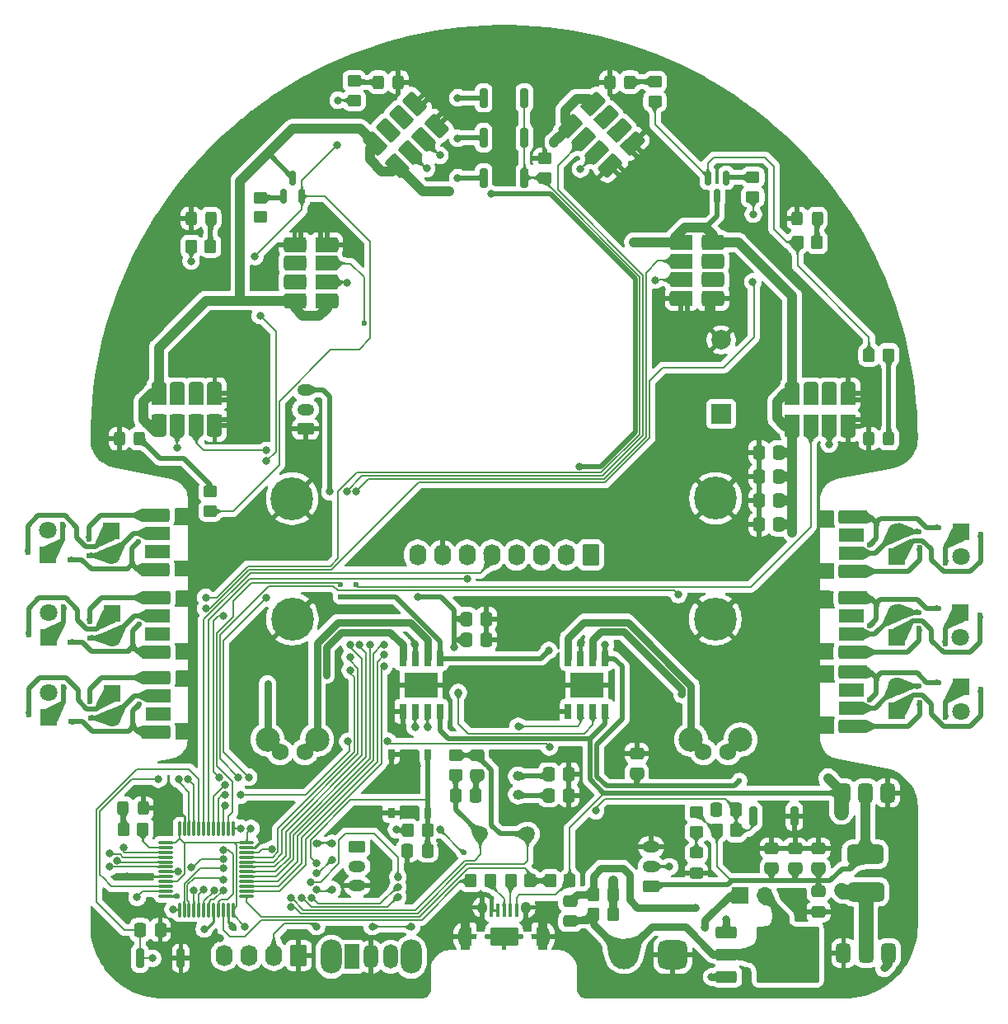
<source format=gbr>
%TF.GenerationSoftware,KiCad,Pcbnew,9.0.5*%
%TF.CreationDate,2025-10-14T23:48:04-03:00*%
%TF.ProjectId,RvMeg_V2,52764d65-675f-4563-922e-6b696361645f,V2.0*%
%TF.SameCoordinates,Original*%
%TF.FileFunction,Copper,L1,Top*%
%TF.FilePolarity,Positive*%
%FSLAX46Y46*%
G04 Gerber Fmt 4.6, Leading zero omitted, Abs format (unit mm)*
G04 Created by KiCad (PCBNEW 9.0.5) date 2025-10-14 23:48:04*
%MOMM*%
%LPD*%
G01*
G04 APERTURE LIST*
G04 Aperture macros list*
%AMRoundRect*
0 Rectangle with rounded corners*
0 $1 Rounding radius*
0 $2 $3 $4 $5 $6 $7 $8 $9 X,Y pos of 4 corners*
0 Add a 4 corners polygon primitive as box body*
4,1,4,$2,$3,$4,$5,$6,$7,$8,$9,$2,$3,0*
0 Add four circle primitives for the rounded corners*
1,1,$1+$1,$2,$3*
1,1,$1+$1,$4,$5*
1,1,$1+$1,$6,$7*
1,1,$1+$1,$8,$9*
0 Add four rect primitives between the rounded corners*
20,1,$1+$1,$2,$3,$4,$5,0*
20,1,$1+$1,$4,$5,$6,$7,0*
20,1,$1+$1,$6,$7,$8,$9,0*
20,1,$1+$1,$8,$9,$2,$3,0*%
%AMRotRect*
0 Rectangle, with rotation*
0 The origin of the aperture is its center*
0 $1 length*
0 $2 width*
0 $3 Rotation angle, in degrees counterclockwise*
0 Add horizontal line*
21,1,$1,$2,0,0,$3*%
G04 Aperture macros list end*
%TA.AperFunction,SMDPad,CuDef*%
%ADD10RoundRect,0.250000X0.337500X0.475000X-0.337500X0.475000X-0.337500X-0.475000X0.337500X-0.475000X0*%
%TD*%
%TA.AperFunction,SMDPad,CuDef*%
%ADD11RoundRect,0.200000X0.200000X0.800000X-0.200000X0.800000X-0.200000X-0.800000X0.200000X-0.800000X0*%
%TD*%
%TA.AperFunction,ComponentPad*%
%ADD12C,0.500000*%
%TD*%
%TA.AperFunction,ComponentPad*%
%ADD13RoundRect,0.233333X-1.266667X-0.466667X1.266667X-0.466667X1.266667X0.466667X-1.266667X0.466667X0*%
%TD*%
%TA.AperFunction,ComponentPad*%
%ADD14RoundRect,0.233333X-1.066667X-0.466667X1.066667X-0.466667X1.066667X0.466667X-1.066667X0.466667X0*%
%TD*%
%TA.AperFunction,ComponentPad*%
%ADD15R,1.800000X1.800000*%
%TD*%
%TA.AperFunction,ComponentPad*%
%ADD16C,1.800000*%
%TD*%
%TA.AperFunction,SMDPad,CuDef*%
%ADD17RoundRect,0.150000X0.150000X-0.587500X0.150000X0.587500X-0.150000X0.587500X-0.150000X-0.587500X0*%
%TD*%
%TA.AperFunction,ComponentPad*%
%ADD18C,0.700000*%
%TD*%
%TA.AperFunction,ComponentPad*%
%ADD19C,4.400000*%
%TD*%
%TA.AperFunction,ComponentPad*%
%ADD20R,1.700000X1.700000*%
%TD*%
%TA.AperFunction,ComponentPad*%
%ADD21O,1.700000X1.700000*%
%TD*%
%TA.AperFunction,SMDPad,CuDef*%
%ADD22RoundRect,0.250000X0.350000X0.450000X-0.350000X0.450000X-0.350000X-0.450000X0.350000X-0.450000X0*%
%TD*%
%TA.AperFunction,SMDPad,CuDef*%
%ADD23RoundRect,0.250000X-0.337500X-0.475000X0.337500X-0.475000X0.337500X0.475000X-0.337500X0.475000X0*%
%TD*%
%TA.AperFunction,ComponentPad*%
%ADD24C,2.500000*%
%TD*%
%TA.AperFunction,ComponentPad*%
%ADD25C,1.750000*%
%TD*%
%TA.AperFunction,SMDPad,CuDef*%
%ADD26RoundRect,0.250000X0.450000X-0.350000X0.450000X0.350000X-0.450000X0.350000X-0.450000X-0.350000X0*%
%TD*%
%TA.AperFunction,SMDPad,CuDef*%
%ADD27RoundRect,0.250000X-0.325000X-0.450000X0.325000X-0.450000X0.325000X0.450000X-0.325000X0.450000X0*%
%TD*%
%TA.AperFunction,SMDPad,CuDef*%
%ADD28R,0.750000X1.000000*%
%TD*%
%TA.AperFunction,ComponentPad*%
%ADD29RoundRect,0.250000X0.625000X-0.350000X0.625000X0.350000X-0.625000X0.350000X-0.625000X-0.350000X0*%
%TD*%
%TA.AperFunction,ComponentPad*%
%ADD30O,1.750000X1.200000*%
%TD*%
%TA.AperFunction,ComponentPad*%
%ADD31RoundRect,0.750000X0.750000X0.750000X-0.750000X0.750000X-0.750000X-0.750000X0.750000X-0.750000X0*%
%TD*%
%TA.AperFunction,ComponentPad*%
%ADD32C,3.000000*%
%TD*%
%TA.AperFunction,SMDPad,CuDef*%
%ADD33RoundRect,0.250000X0.475000X-0.337500X0.475000X0.337500X-0.475000X0.337500X-0.475000X-0.337500X0*%
%TD*%
%TA.AperFunction,SMDPad,CuDef*%
%ADD34R,0.700000X1.525000*%
%TD*%
%TA.AperFunction,SMDPad,CuDef*%
%ADD35R,3.450000X2.560000*%
%TD*%
%TA.AperFunction,SMDPad,CuDef*%
%ADD36RoundRect,0.250000X-0.450000X0.350000X-0.450000X-0.350000X0.450000X-0.350000X0.450000X0.350000X0*%
%TD*%
%TA.AperFunction,ComponentPad*%
%ADD37RoundRect,0.233333X1.266667X0.466667X-1.266667X0.466667X-1.266667X-0.466667X1.266667X-0.466667X0*%
%TD*%
%TA.AperFunction,ComponentPad*%
%ADD38RoundRect,0.233333X1.066667X0.466667X-1.066667X0.466667X-1.066667X-0.466667X1.066667X-0.466667X0*%
%TD*%
%TA.AperFunction,SMDPad,CuDef*%
%ADD39RoundRect,0.250000X0.325000X0.450000X-0.325000X0.450000X-0.325000X-0.450000X0.325000X-0.450000X0*%
%TD*%
%TA.AperFunction,ComponentPad*%
%ADD40R,2.000000X2.000000*%
%TD*%
%TA.AperFunction,ComponentPad*%
%ADD41C,2.000000*%
%TD*%
%TA.AperFunction,SMDPad,CuDef*%
%ADD42R,1.000000X1.500000*%
%TD*%
%TA.AperFunction,SMDPad,CuDef*%
%ADD43RoundRect,0.250000X-0.900000X-0.500000X0.900000X-0.500000X0.900000X0.500000X-0.900000X0.500000X0*%
%TD*%
%TA.AperFunction,SMDPad,CuDef*%
%ADD44RoundRect,0.150000X-0.150000X0.587500X-0.150000X-0.587500X0.150000X-0.587500X0.150000X0.587500X0*%
%TD*%
%TA.AperFunction,SMDPad,CuDef*%
%ADD45RoundRect,0.250000X-0.475000X0.337500X-0.475000X-0.337500X0.475000X-0.337500X0.475000X0.337500X0*%
%TD*%
%TA.AperFunction,ComponentPad*%
%ADD46RoundRect,0.250000X0.620000X0.845000X-0.620000X0.845000X-0.620000X-0.845000X0.620000X-0.845000X0*%
%TD*%
%TA.AperFunction,ComponentPad*%
%ADD47O,1.740000X2.190000*%
%TD*%
%TA.AperFunction,SMDPad,CuDef*%
%ADD48RoundRect,0.250000X0.450000X-0.325000X0.450000X0.325000X-0.450000X0.325000X-0.450000X-0.325000X0*%
%TD*%
%TA.AperFunction,SMDPad,CuDef*%
%ADD49RoundRect,0.250000X-0.850000X-0.350000X0.850000X-0.350000X0.850000X0.350000X-0.850000X0.350000X0*%
%TD*%
%TA.AperFunction,SMDPad,CuDef*%
%ADD50RoundRect,0.250000X-1.275000X-1.125000X1.275000X-1.125000X1.275000X1.125000X-1.275000X1.125000X0*%
%TD*%
%TA.AperFunction,SMDPad,CuDef*%
%ADD51RoundRect,0.249997X-2.950003X-2.650003X2.950003X-2.650003X2.950003X2.650003X-2.950003X2.650003X0*%
%TD*%
%TA.AperFunction,SMDPad,CuDef*%
%ADD52RoundRect,0.250000X0.900000X0.500000X-0.900000X0.500000X-0.900000X-0.500000X0.900000X-0.500000X0*%
%TD*%
%TA.AperFunction,SMDPad,CuDef*%
%ADD53RoundRect,0.100000X-0.100000X-0.575000X0.100000X-0.575000X0.100000X0.575000X-0.100000X0.575000X0*%
%TD*%
%TA.AperFunction,ComponentPad*%
%ADD54O,1.000000X1.900000*%
%TD*%
%TA.AperFunction,SMDPad,CuDef*%
%ADD55R,0.875000X1.900000*%
%TD*%
%TA.AperFunction,ComponentPad*%
%ADD56O,1.050000X1.250000*%
%TD*%
%TA.AperFunction,SMDPad,CuDef*%
%ADD57RoundRect,0.250000X-1.200000X-0.700000X1.200000X-0.700000X1.200000X0.700000X-1.200000X0.700000X0*%
%TD*%
%TA.AperFunction,SMDPad,CuDef*%
%ADD58RoundRect,0.075000X-0.662500X-0.075000X0.662500X-0.075000X0.662500X0.075000X-0.662500X0.075000X0*%
%TD*%
%TA.AperFunction,SMDPad,CuDef*%
%ADD59RoundRect,0.075000X-0.075000X-0.662500X0.075000X-0.662500X0.075000X0.662500X-0.075000X0.662500X0*%
%TD*%
%TA.AperFunction,SMDPad,CuDef*%
%ADD60RotRect,1.000000X1.500000X315.000000*%
%TD*%
%TA.AperFunction,SMDPad,CuDef*%
%ADD61RoundRect,0.250000X-0.989949X0.282843X0.282843X-0.989949X0.989949X-0.282843X-0.282843X0.989949X0*%
%TD*%
%TA.AperFunction,ComponentPad*%
%ADD62RoundRect,0.250000X-0.625000X0.350000X-0.625000X-0.350000X0.625000X-0.350000X0.625000X0.350000X0*%
%TD*%
%TA.AperFunction,SMDPad,CuDef*%
%ADD63R,1.500000X1.000000*%
%TD*%
%TA.AperFunction,SMDPad,CuDef*%
%ADD64RoundRect,0.250000X-0.500000X0.900000X-0.500000X-0.900000X0.500000X-0.900000X0.500000X0.900000X0*%
%TD*%
%TA.AperFunction,SMDPad,CuDef*%
%ADD65RoundRect,0.375000X-0.375000X0.625000X-0.375000X-0.625000X0.375000X-0.625000X0.375000X0.625000X0*%
%TD*%
%TA.AperFunction,SMDPad,CuDef*%
%ADD66RoundRect,0.500000X-1.400000X0.500000X-1.400000X-0.500000X1.400000X-0.500000X1.400000X0.500000X0*%
%TD*%
%TA.AperFunction,SMDPad,CuDef*%
%ADD67RotRect,1.000000X1.500000X225.000000*%
%TD*%
%TA.AperFunction,SMDPad,CuDef*%
%ADD68RoundRect,0.250000X0.282843X0.989949X-0.989949X-0.282843X-0.282843X-0.989949X0.989949X0.282843X0*%
%TD*%
%TA.AperFunction,ComponentPad*%
%ADD69C,1.500000*%
%TD*%
%TA.AperFunction,ComponentPad*%
%ADD70C,1.000000*%
%TD*%
%TA.AperFunction,SMDPad,CuDef*%
%ADD71RoundRect,0.375000X0.375000X-0.625000X0.375000X0.625000X-0.375000X0.625000X-0.375000X-0.625000X0*%
%TD*%
%TA.AperFunction,SMDPad,CuDef*%
%ADD72RoundRect,0.500000X1.400000X-0.500000X1.400000X0.500000X-1.400000X0.500000X-1.400000X-0.500000X0*%
%TD*%
%TA.AperFunction,ComponentPad*%
%ADD73O,2.200000X3.500000*%
%TD*%
%TA.AperFunction,ComponentPad*%
%ADD74R,1.500000X2.500000*%
%TD*%
%TA.AperFunction,ComponentPad*%
%ADD75O,1.500000X2.500000*%
%TD*%
%TA.AperFunction,ViaPad*%
%ADD76C,0.800000*%
%TD*%
%TA.AperFunction,ViaPad*%
%ADD77C,0.600000*%
%TD*%
%TA.AperFunction,Conductor*%
%ADD78C,0.500000*%
%TD*%
%TA.AperFunction,Conductor*%
%ADD79C,0.200000*%
%TD*%
%TA.AperFunction,Conductor*%
%ADD80C,0.250000*%
%TD*%
%TA.AperFunction,Conductor*%
%ADD81C,1.000000*%
%TD*%
%TA.AperFunction,Conductor*%
%ADD82C,0.750000*%
%TD*%
%TA.AperFunction,Conductor*%
%ADD83C,1.500000*%
%TD*%
G04 APERTURE END LIST*
D10*
%TO.P,C4,1*%
%TO.N,GND*%
X113087500Y-136000000D03*
%TO.P,C4,2*%
%TO.N,/BOOT_0*%
X111012500Y-136000000D03*
%TD*%
D11*
%TO.P,BOOT,1,1*%
%TO.N,GND*%
X115200000Y-138900000D03*
%TO.P,BOOT,2,2*%
%TO.N,/BOOT_0*%
X111000000Y-138900000D03*
%TD*%
D12*
%TO.P,CONN_SEN_FRONT_I1,1,Pin_1*%
%TO.N,/Sensores/GND_FI*%
X185180000Y-109180000D03*
X183380000Y-109180000D03*
D13*
X184280000Y-109516000D03*
D12*
X185180000Y-109880000D03*
X183380001Y-109880000D03*
%TO.P,CONN_SEN_FRONT_I1,2,Pin_2*%
%TO.N,/Sensores/3.3_FI*%
X183180000Y-111025332D03*
X184980000Y-111025333D03*
D14*
X184080000Y-111379000D03*
D12*
X184980000Y-111725332D03*
X183180000Y-111725332D03*
%TO.P,CONN_SEN_FRONT_I1,3,Pin_3*%
%TO.N,/Sensores/SEN_FRONT_I_CONN*%
X184980000Y-112916999D03*
X183180000Y-112916999D03*
D14*
X184080000Y-113242000D03*
D12*
X184980000Y-113616999D03*
X183180000Y-113616999D03*
%TO.P,CONN_SEN_FRONT_I1,4,Pin_4*%
%TO.N,/Sensores/EMI_FRONT_I_CONN*%
X185180000Y-114755000D03*
X183380000Y-114755000D03*
D13*
X184280000Y-115105000D03*
D12*
X185180000Y-115455000D03*
X183380000Y-115455000D03*
%TD*%
D15*
%TO.P,Q6,1,C*%
%TO.N,/Sensores/3.3_FI*%
X188774999Y-113514999D03*
D16*
%TO.P,Q6,2,E*%
%TO.N,/Sensores/SEN_FRONT_I_CONN*%
X188774999Y-110974999D03*
%TD*%
D15*
%TO.P,LED_IR4,1,K*%
%TO.N,Net-(LED_IR4-K)*%
X195319741Y-111008439D03*
D16*
%TO.P,LED_IR4,2,A*%
%TO.N,Net-(LED_IR4-A)*%
X195319741Y-113548439D03*
%TD*%
D15*
%TO.P,LED_IR4,1,K*%
%TO.N,Net-(LED_IR4-K)*%
X195294741Y-103408439D03*
D16*
%TO.P,LED_IR4,2,A*%
%TO.N,Net-(LED_IR4-A)*%
X195294741Y-105948439D03*
%TD*%
D17*
%TO.P,Q2,1,B*%
%TO.N,Net-(Q2-B)*%
X125737500Y-60637500D03*
%TO.P,Q2,2,E*%
%TO.N,Net-(Q2-E)*%
X127637500Y-60637500D03*
%TO.P,Q2,3,C*%
%TO.N,+5V*%
X126687500Y-58762500D03*
%TD*%
D18*
%TO.P,H2,1,1*%
%TO.N,GND*%
X125000000Y-104075000D03*
X125483274Y-102908274D03*
X125483274Y-105241726D03*
X126650000Y-102425000D03*
D19*
X126650000Y-104075000D03*
D18*
X126650000Y-105725000D03*
X127816726Y-102908274D03*
X127816726Y-105241726D03*
X128300000Y-104075000D03*
%TD*%
D15*
%TO.P,Q6,1,C*%
%TO.N,/Sensores/3.3_FI*%
X108150000Y-111675000D03*
D16*
%TO.P,Q6,2,E*%
%TO.N,/Sensores/SEN_FRONT_I_CONN*%
X108150000Y-114215000D03*
%TD*%
D15*
%TO.P,LED_IR4,1,K*%
%TO.N,Net-(LED_IR4-K)*%
X101585180Y-105986482D03*
D16*
%TO.P,LED_IR4,2,A*%
%TO.N,Net-(LED_IR4-A)*%
X101585180Y-103446482D03*
%TD*%
D20*
%TO.P,JP1,1,A*%
%TO.N,/BATT*%
X172625000Y-132475000D03*
D21*
%TO.P,JP1,2,B*%
%TO.N,/LIPO+*%
X175165000Y-132475000D03*
%TD*%
D15*
%TO.P,Q6,1,C*%
%TO.N,/Sensores/3.3_FI*%
X188749999Y-105914999D03*
D16*
%TO.P,Q6,2,E*%
%TO.N,/Sensores/SEN_FRONT_I_CONN*%
X188749999Y-103374999D03*
%TD*%
D22*
%TO.P,R9,1*%
%TO.N,/PA12_USB_D-*%
X151075000Y-130950000D03*
%TO.P,R9,2*%
%TO.N,Net-(J1-D-)*%
X149075000Y-130950000D03*
%TD*%
D10*
%TO.P,C10,1*%
%TO.N,+5V*%
X176637500Y-86950000D03*
%TO.P,C10,2*%
%TO.N,GND*%
X174562500Y-86950000D03*
%TD*%
D18*
%TO.P,H4,1,1*%
%TO.N,GND*%
X168450000Y-104075000D03*
X168933274Y-102908274D03*
X168933274Y-105241726D03*
X170100000Y-102425000D03*
D19*
X170100000Y-104075000D03*
D18*
X170100000Y-105725000D03*
X171266726Y-102908274D03*
X171266726Y-105241726D03*
X171750000Y-104075000D03*
%TD*%
D22*
%TO.P,R16,1*%
%TO.N,/START*%
X172250000Y-125800000D03*
%TO.P,R16,2*%
%TO.N,+3V3*%
X170250000Y-125800000D03*
%TD*%
D23*
%TO.P,C15,1*%
%TO.N,+3V3*%
X144512500Y-106200000D03*
%TO.P,C15,2*%
%TO.N,GND*%
X146587500Y-106200000D03*
%TD*%
D24*
%TO.P,J15,1,Pin_1*%
%TO.N,Net-(J15-Pin_1)*%
X129190000Y-116450000D03*
D25*
X127920000Y-117720000D03*
%TO.P,J15,2,Pin_2*%
%TO.N,Net-(J15-Pin_2)*%
X125380000Y-117720000D03*
D24*
X124110000Y-116450000D03*
%TD*%
D26*
%TO.P,R1,1*%
%TO.N,/OSC_IN*%
X143425000Y-120062500D03*
%TO.P,R1,2*%
%TO.N,/OSC_OUT*%
X143425000Y-118062500D03*
%TD*%
D22*
%TO.P,R7,1*%
%TO.N,/PC13_LED*%
X111300000Y-125650000D03*
%TO.P,R7,2*%
%TO.N,Net-(D2-A)*%
X109300000Y-125650000D03*
%TD*%
D27*
%TO.P,D4,1,K*%
%TO.N,GND*%
X116227846Y-62920268D03*
%TO.P,D4,2,A*%
%TO.N,Net-(D4-A)*%
X118277846Y-62920268D03*
%TD*%
D23*
%TO.P,C26,1*%
%TO.N,GND*%
X170175000Y-123650000D03*
%TO.P,C26,2*%
%TO.N,/START*%
X172250000Y-123650000D03*
%TD*%
D28*
%TO.P,RESET,1,1*%
%TO.N,GND*%
X136800000Y-123975000D03*
X136800000Y-117975000D03*
%TO.P,RESET,2,2*%
%TO.N,/RESET*%
X140550000Y-123975000D03*
X140550000Y-117975000D03*
%TD*%
D29*
%TO.P,J11,1,Pin_1*%
%TO.N,+3V3*%
X163500000Y-131475000D03*
D30*
%TO.P,J11,2,Pin_2*%
%TO.N,/ENCODER_MotorB*%
X163500000Y-129475000D03*
%TO.P,J11,3,Pin_3*%
%TO.N,GND*%
X163500000Y-127475000D03*
%TD*%
D31*
%TO.P,J14,1,Pin_1*%
%TO.N,GND*%
X165725000Y-138525000D03*
D32*
%TO.P,J14,2,Pin_2*%
%TO.N,/LIPO+*%
X160725000Y-138525000D03*
%TD*%
D33*
%TO.P,C22,1*%
%TO.N,/LIPO+*%
X155200000Y-135112500D03*
%TO.P,C22,2*%
%TO.N,Net-(Q1-G)*%
X155200000Y-133037500D03*
%TD*%
%TO.P,C1,1*%
%TO.N,Net-(C1-Pad1)*%
X145600000Y-120125000D03*
%TO.P,C1,2*%
%TO.N,/OSC_OUT*%
X145600000Y-118050000D03*
%TD*%
D34*
%TO.P,U4,1,GND*%
%TO.N,GND*%
X137995000Y-113537000D03*
%TO.P,U4,2,IN2*%
%TO.N,/INPUT_MOTOR_A2*%
X139265000Y-113537000D03*
%TO.P,U4,3,IN1*%
%TO.N,/INPUT_MOTOR_A1*%
X140535000Y-113537000D03*
%TO.P,U4,4,VREF*%
%TO.N,+5V*%
X141805000Y-113537000D03*
%TO.P,U4,5,VM*%
%TO.N,/BATT*%
X141805000Y-108113000D03*
%TO.P,U4,6,OUT1*%
%TO.N,Net-(J15-Pin_1)*%
X140535000Y-108113000D03*
%TO.P,U4,7,RS*%
%TO.N,GND*%
X139265000Y-108113000D03*
%TO.P,U4,8,OUT2*%
%TO.N,Net-(J15-Pin_2)*%
X137995000Y-108113000D03*
D35*
%TO.P,U4,9,GND__1*%
%TO.N,GND*%
X139900000Y-110825000D03*
%TD*%
D23*
%TO.P,C9,1*%
%TO.N,+3V3*%
X144512500Y-104050000D03*
%TO.P,C9,2*%
%TO.N,GND*%
X146587500Y-104050000D03*
%TD*%
D18*
%TO.P,H3,1,1*%
%TO.N,GND*%
X168475000Y-91675000D03*
X168958274Y-90508274D03*
X168958274Y-92841726D03*
X170125000Y-90025000D03*
D19*
X170125000Y-91675000D03*
D18*
X170125000Y-93325000D03*
X171291726Y-90508274D03*
X171291726Y-92841726D03*
X171775000Y-91675000D03*
%TD*%
D36*
%TO.P,R20,1*%
%TO.N,Net-(D5-A)*%
X133000000Y-48800000D03*
%TO.P,R20,2*%
%TO.N,Net-(Q2-E)*%
X133000000Y-50800000D03*
%TD*%
D24*
%TO.P,J16,1,Pin_1*%
%TO.N,Net-(J16-Pin_1)*%
X172690000Y-116450000D03*
D25*
X171420000Y-117720000D03*
%TO.P,J16,2,Pin_2*%
%TO.N,Net-(J16-Pin_2)*%
X168880000Y-117720000D03*
D24*
X167610000Y-116450000D03*
%TD*%
D10*
%TO.P,C2,1*%
%TO.N,Net-(C1-Pad1)*%
X145487500Y-122187500D03*
%TO.P,C2,2*%
%TO.N,/OSC_IN*%
X143412500Y-122187500D03*
%TD*%
D12*
%TO.P,CONN_SEN_FRONT_I1,1,Pin_1*%
%TO.N,/Sensores/GND_FI*%
X111650000Y-99345333D03*
X113450000Y-99345333D03*
D37*
X112550000Y-99009333D03*
D12*
X111650000Y-98645333D03*
X113449999Y-98645333D03*
%TO.P,CONN_SEN_FRONT_I1,2,Pin_2*%
%TO.N,/Sensores/3.3_FI*%
X113650000Y-97500001D03*
X111850000Y-97500000D03*
D38*
X112750000Y-97146333D03*
D12*
X111850000Y-96800001D03*
X113650000Y-96800001D03*
%TO.P,CONN_SEN_FRONT_I1,3,Pin_3*%
%TO.N,/Sensores/SEN_FRONT_I_CONN*%
X111850000Y-95608334D03*
X113650000Y-95608334D03*
D38*
X112750000Y-95283333D03*
D12*
X111850000Y-94908334D03*
X113650000Y-94908334D03*
%TO.P,CONN_SEN_FRONT_I1,4,Pin_4*%
%TO.N,/Sensores/EMI_FRONT_I_CONN*%
X111650000Y-93770333D03*
X113450000Y-93770333D03*
D37*
X112550000Y-93420333D03*
D12*
X111650000Y-93070333D03*
X113450000Y-93070333D03*
%TD*%
D39*
%TO.P,D2,1,K*%
%TO.N,GND*%
X111325000Y-123500000D03*
%TO.P,D2,2,A*%
%TO.N,Net-(D2-A)*%
X109275000Y-123500000D03*
%TD*%
D40*
%TO.P,BZ1,1,+*%
%TO.N,/BUZZER*%
X170700000Y-83000000D03*
D41*
%TO.P,BZ1,2,-*%
%TO.N,GND*%
X170700000Y-75400000D03*
%TD*%
D18*
%TO.P,J4,1,Pin_1*%
%TO.N,GND*%
X127490000Y-65624996D03*
D42*
X127539999Y-65624997D03*
D43*
X126889999Y-65624997D03*
D18*
X126289999Y-65624998D03*
X130810000Y-65624999D03*
D43*
X130209999Y-65624999D03*
D42*
X129559999Y-65624999D03*
D18*
X129609999Y-65625000D03*
D42*
%TO.P,J4,2,Pin_2*%
%TO.N,/SENSOR_SL_OUTPUT*%
X127539999Y-67541663D03*
D43*
X126889998Y-67541664D03*
X130209999Y-67541665D03*
D42*
X129560000Y-67541665D03*
D18*
X126289999Y-67558328D03*
X127490000Y-67558330D03*
X130810000Y-67558331D03*
X129609999Y-67558331D03*
D42*
%TO.P,J4,3,Pin_3*%
%TO.N,/SENSOR_SL_INPUT*%
X127539999Y-69458328D03*
D43*
X126890001Y-69458329D03*
X130209999Y-69458330D03*
D42*
X129560000Y-69458330D03*
D18*
X127490000Y-69491663D03*
X126289999Y-69491663D03*
X130810000Y-69491664D03*
X129609998Y-69491664D03*
D42*
%TO.P,J4,4,Pin_4*%
%TO.N,+5V*%
X127539999Y-71374998D03*
D43*
X126890000Y-71374998D03*
X130209998Y-71374999D03*
D42*
X129560000Y-71375000D03*
D18*
X129609999Y-71424998D03*
X127489999Y-71424998D03*
X126289998Y-71424998D03*
X130809999Y-71424999D03*
%TD*%
D34*
%TO.P,U5,1,GND*%
%TO.N,GND*%
X154995000Y-113537000D03*
%TO.P,U5,2,IN2*%
%TO.N,/INPUT_MOTOR_B2*%
X156265000Y-113537000D03*
%TO.P,U5,3,IN1*%
%TO.N,/INPUT_MOTOR_B1*%
X157535000Y-113537000D03*
%TO.P,U5,4,VREF*%
%TO.N,+5V*%
X158805000Y-113537000D03*
%TO.P,U5,5,VM*%
%TO.N,/BATT*%
X158805000Y-108113000D03*
%TO.P,U5,6,OUT1*%
%TO.N,Net-(J16-Pin_1)*%
X157535000Y-108113000D03*
%TO.P,U5,7,RS*%
%TO.N,GND*%
X156265000Y-108113000D03*
%TO.P,U5,8,OUT2*%
%TO.N,Net-(J16-Pin_2)*%
X154995000Y-108113000D03*
D35*
%TO.P,U5,9,GND__1*%
%TO.N,GND*%
X156900000Y-110825000D03*
%TD*%
D27*
%TO.P,D8,1,K*%
%TO.N,GND*%
X185875000Y-85550000D03*
%TO.P,D8,2,A*%
%TO.N,Net-(D8-A)*%
X187925000Y-85550000D03*
%TD*%
D33*
%TO.P,C5,1*%
%TO.N,/BATT*%
X162050000Y-119925000D03*
%TO.P,C5,2*%
%TO.N,GND*%
X162050000Y-117850000D03*
%TD*%
D10*
%TO.P,C12,1*%
%TO.N,+5V*%
X176637500Y-89416667D03*
%TO.P,C12,2*%
%TO.N,GND*%
X174562500Y-89416667D03*
%TD*%
D36*
%TO.P,R18,1*%
%TO.N,Net-(D3-A)*%
X118200000Y-91000000D03*
%TO.P,R18,2*%
%TO.N,Net-(Q2-E)*%
X118200000Y-93000000D03*
%TD*%
D33*
%TO.P,C16,1*%
%TO.N,+3V3*%
X180700000Y-129687500D03*
%TO.P,C16,2*%
%TO.N,GND*%
X180700000Y-127612500D03*
%TD*%
D27*
%TO.P,D6,1,K*%
%TO.N,GND*%
X159272155Y-48934324D03*
%TO.P,D6,2,A*%
%TO.N,Net-(D6-A)*%
X161322155Y-48934324D03*
%TD*%
D33*
%TO.P,C14,1*%
%TO.N,+3V3*%
X175900000Y-129687500D03*
%TO.P,C14,2*%
%TO.N,GND*%
X175900000Y-127612500D03*
%TD*%
D44*
%TO.P,Q3,1,B*%
%TO.N,Net-(Q3-B)*%
X171237500Y-58762500D03*
%TO.P,Q3,2,E*%
%TO.N,Net-(Q3-E)*%
X169337500Y-58762500D03*
%TO.P,Q3,3,C*%
%TO.N,+5V*%
X170287500Y-60637500D03*
%TD*%
D45*
%TO.P,C13,1*%
%TO.N,+3V3*%
X180700000Y-132062500D03*
%TO.P,C13,2*%
%TO.N,GND*%
X180700000Y-134137500D03*
%TD*%
D46*
%TO.P,J12,1,Pin_1*%
%TO.N,unconnected-(J12-Pin_1-Pad1)*%
X157290000Y-97496773D03*
D47*
%TO.P,J12,2,Pin_2*%
%TO.N,unconnected-(J12-Pin_2-Pad2)*%
X154750000Y-97496773D03*
%TO.P,J12,3,Pin_3*%
%TO.N,unconnected-(J12-Pin_3-Pad3)*%
X152210000Y-97496773D03*
%TO.P,J12,4,Pin_4*%
%TO.N,unconnected-(J12-Pin_4-Pad4)*%
X149670000Y-97496773D03*
%TO.P,J12,5,Pin_5*%
%TO.N,/SDA_MPU_PIN*%
X147130000Y-97496773D03*
%TO.P,J12,6,Pin_6*%
%TO.N,/SCL_MPU_PIN*%
X144590000Y-97496773D03*
%TO.P,J12,7,Pin_7*%
%TO.N,GND*%
X142050000Y-97496773D03*
%TO.P,J12,8,Pin_8*%
%TO.N,+3V3*%
X139510000Y-97496773D03*
%TD*%
D48*
%TO.P,D1,1,K*%
%TO.N,GND*%
X168150000Y-130125000D03*
%TO.P,D1,2,A*%
%TO.N,Net-(D1-A)*%
X168150000Y-128075000D03*
%TD*%
D49*
%TO.P,Q1,1,G*%
%TO.N,Net-(Q1-G)*%
X171250000Y-136242500D03*
%TO.P,Q1,2,D*%
%TO.N,/LIPO+*%
X171250000Y-138522500D03*
D50*
X175875000Y-136997500D03*
X175875000Y-140047500D03*
D51*
X177550000Y-138522500D03*
D50*
X179225000Y-136997500D03*
X179225000Y-140047500D03*
D49*
%TO.P,Q1,3,S*%
%TO.N,/BATT*%
X171250000Y-140802500D03*
%TD*%
D18*
%TO.P,J9,1,Pin_1*%
%TO.N,GND*%
X169284999Y-71150003D03*
D42*
X169235000Y-71150002D03*
D52*
X169885000Y-71150002D03*
D18*
X170485000Y-71150001D03*
X165964999Y-71150000D03*
D52*
X166565000Y-71150000D03*
D42*
X167215000Y-71150000D03*
D18*
X167165000Y-71149999D03*
D42*
%TO.P,J9,2,Pin_2*%
%TO.N,/SENSOR_SR_OUTPUT*%
X169235000Y-69233336D03*
D52*
X169885001Y-69233335D03*
X166565000Y-69233334D03*
D42*
X167214999Y-69233334D03*
D18*
X170485000Y-69216671D03*
X169284999Y-69216669D03*
X165964999Y-69216668D03*
X167165000Y-69216668D03*
D42*
%TO.P,J9,3,Pin_3*%
%TO.N,/SENSOR_SR_INPUT*%
X169235000Y-67316671D03*
D52*
X169884998Y-67316670D03*
X166565000Y-67316669D03*
D42*
X167214999Y-67316669D03*
D18*
X169284999Y-67283336D03*
X170485000Y-67283336D03*
X165964999Y-67283335D03*
X167165001Y-67283335D03*
D42*
%TO.P,J9,4,Pin_4*%
%TO.N,+5V*%
X169235000Y-65400001D03*
D52*
X169884999Y-65400001D03*
X166565001Y-65400000D03*
D42*
X167214999Y-65399999D03*
D18*
X167165000Y-65350001D03*
X169285000Y-65350001D03*
X170485001Y-65350001D03*
X165965000Y-65350000D03*
%TD*%
D22*
%TO.P,R5,1*%
%TO.N,Net-(SW1-A)*%
X159575000Y-134400000D03*
%TO.P,R5,2*%
%TO.N,/LIPO+*%
X157575000Y-134400000D03*
%TD*%
D27*
%TO.P,D3,1,K*%
%TO.N,GND*%
X108875000Y-85552500D03*
%TO.P,D3,2,A*%
%TO.N,Net-(D3-A)*%
X110925000Y-85552500D03*
%TD*%
D36*
%TO.P,R22,1*%
%TO.N,Net-(D6-A)*%
X163900000Y-48900000D03*
%TO.P,R22,2*%
%TO.N,Net-(Q3-E)*%
X163900000Y-50900000D03*
%TD*%
%TO.P,R4,1*%
%TO.N,+3V3*%
X168150000Y-123900000D03*
%TO.P,R4,2*%
%TO.N,Net-(D1-A)*%
X168150000Y-125900000D03*
%TD*%
D10*
%TO.P,C23,1*%
%TO.N,GND*%
X155062500Y-120000000D03*
%TO.P,C23,2*%
%TO.N,/PC14_OSC*%
X152987500Y-120000000D03*
%TD*%
D15*
%TO.P,Q6,1,C*%
%TO.N,/Sensores/3.3_FI*%
X108129922Y-103479922D03*
D16*
%TO.P,Q6,2,E*%
%TO.N,/Sensores/SEN_FRONT_I_CONN*%
X108129922Y-106019922D03*
%TD*%
D11*
%TO.P,B3,1,1*%
%TO.N,/MENU*%
X150500000Y-50550000D03*
%TO.P,B3,2,2*%
%TO.N,Net-(B3-Pad2)*%
X146300000Y-50550000D03*
%TD*%
D22*
%TO.P,R23,1*%
%TO.N,Net-(D7-A)*%
X180550000Y-65400000D03*
%TO.P,R23,2*%
%TO.N,Net-(Q3-E)*%
X178550000Y-65400000D03*
%TD*%
D15*
%TO.P,Q6,1,C*%
%TO.N,/Sensores/3.3_FI*%
X188770077Y-97620077D03*
D16*
%TO.P,Q6,2,E*%
%TO.N,/Sensores/SEN_FRONT_I_CONN*%
X188770077Y-95080077D03*
%TD*%
D53*
%TO.P,J1,1,VBUS*%
%TO.N,+5V*%
X149695000Y-134000000D03*
%TO.P,J1,2,D-*%
%TO.N,Net-(J1-D-)*%
X149045000Y-134000000D03*
%TO.P,J1,3,D+*%
%TO.N,Net-(J1-D+)*%
X148395000Y-134000000D03*
%TO.P,J1,4,ID*%
%TO.N,GND*%
X147745000Y-134000000D03*
%TO.P,J1,5,GND*%
X147095000Y-134000000D03*
D54*
%TO.P,J1,6,Shield*%
X144220000Y-136675000D03*
D55*
X144657500Y-136675000D03*
D56*
X146170000Y-133675000D03*
D57*
X148395000Y-136675000D03*
D56*
X150620000Y-133675000D03*
D55*
X152132500Y-136675000D03*
D54*
X152570000Y-136675000D03*
%TD*%
D22*
%TO.P,R8,1*%
%TO.N,Net-(J1-D+)*%
X147000000Y-130950000D03*
%TO.P,R8,2*%
%TO.N,/PA11_USB_D+*%
X145000000Y-130950000D03*
%TD*%
D58*
%TO.P,U1,1,VBAT*%
%TO.N,+3V3*%
X113637500Y-127025000D03*
%TO.P,U1,2,PC13*%
%TO.N,/PC13_LED*%
X113637500Y-127525000D03*
%TO.P,U1,3,PC14*%
%TO.N,/PC14_OSC*%
X113637500Y-128025000D03*
%TO.P,U1,4,PC15*%
%TO.N,/PC15_OSC*%
X113637500Y-128525000D03*
%TO.P,U1,5,PD0*%
%TO.N,/OSC_IN*%
X113637500Y-129025000D03*
%TO.P,U1,6,PD1*%
%TO.N,/OSC_OUT*%
X113637500Y-129525000D03*
%TO.P,U1,7,NRST*%
%TO.N,/RESET*%
X113637500Y-130025000D03*
%TO.P,U1,8,VSSA*%
%TO.N,GND*%
X113637500Y-130525000D03*
%TO.P,U1,9,VDDA*%
%TO.N,+3V3*%
X113637500Y-131025000D03*
%TO.P,U1,10,PA0*%
%TO.N,/MENU*%
X113637500Y-131525000D03*
%TO.P,U1,11,PA1*%
%TO.N,/LEDs_2*%
X113637500Y-132025000D03*
%TO.P,U1,12,PA2*%
%TO.N,/QRE_SENSOR_OUTPUT*%
X113637500Y-132525000D03*
D59*
%TO.P,U1,13,PA3*%
%TO.N,/PWM_ESC_PIN*%
X115050000Y-133937500D03*
%TO.P,U1,14,PA4*%
%TO.N,/ENCODER_MotorA*%
X115550000Y-133937500D03*
%TO.P,U1,15,PA5*%
%TO.N,/ENCODER_MotorB*%
X116050000Y-133937500D03*
%TO.P,U1,16,PA6*%
%TO.N,/INPUT_MOTOR_B1*%
X116550000Y-133937500D03*
%TO.P,U1,17,PA7*%
%TO.N,/INPUT_MOTOR_B2*%
X117050000Y-133937500D03*
%TO.P,U1,18,PB0*%
%TO.N,/INPUT_MOTOR_A1*%
X117550000Y-133937500D03*
%TO.P,U1,19,PB1*%
%TO.N,/INPUT_MOTOR_A2*%
X118050000Y-133937500D03*
%TO.P,U1,20,PB2*%
%TO.N,/BOOT_1*%
X118550000Y-133937500D03*
%TO.P,U1,21,PB10*%
%TO.N,/SENSOR_CL_INPUT*%
X119050000Y-133937500D03*
%TO.P,U1,22,PB11*%
%TO.N,/PA11_USB_D+*%
X119550000Y-133937500D03*
%TO.P,U1,23,VSS*%
%TO.N,GND*%
X120050000Y-133937500D03*
%TO.P,U1,24,VDD*%
%TO.N,+3V3*%
X120550000Y-133937500D03*
D58*
%TO.P,U1,25,PB12*%
%TO.N,/PA12_USB_D-*%
X121962500Y-132525000D03*
%TO.P,U1,26,PB13*%
%TO.N,/SENSOR_FR_OUTPUT*%
X121962500Y-132025000D03*
%TO.P,U1,27,PB14*%
%TO.N,/SENSOR_SR_OUTPUT*%
X121962500Y-131525000D03*
%TO.P,U1,28,PB15*%
%TO.N,/SENSOR_CR_OUTPUT*%
X121962500Y-131025000D03*
%TO.P,U1,29,PA8*%
%TO.N,/SENSOR_CL_OUTPUT*%
X121962500Y-130525000D03*
%TO.P,U1,30,PA9*%
%TO.N,/SENSOR_SL_OUTPUT*%
X121962500Y-130025000D03*
%TO.P,U1,31,PA10*%
%TO.N,/SENSOR_FL_OUTPUT*%
X121962500Y-129525000D03*
%TO.P,U1,32,PA11*%
%TO.N,/SENSOR_FR_INPUT*%
X121962500Y-129025000D03*
%TO.P,U1,33,PA12*%
%TO.N,/SENSOR_SR_INPUT*%
X121962500Y-128525000D03*
%TO.P,U1,34,PA13*%
%TO.N,/SWDIO*%
X121962500Y-128025000D03*
%TO.P,U1,35,VSS*%
%TO.N,GND*%
X121962500Y-127525000D03*
%TO.P,U1,36,VDD*%
%TO.N,+3V3*%
X121962500Y-127025000D03*
D59*
%TO.P,U1,37,PA14*%
%TO.N,/SWDCLK*%
X120550000Y-125612500D03*
%TO.P,U1,38,PA15*%
%TO.N,/SENSOR_CR_INPUT*%
X120050000Y-125612500D03*
%TO.P,U1,39,PB3*%
%TO.N,/LEDs_1*%
X119550000Y-125612500D03*
%TO.P,U1,40,PB4*%
%TO.N,/START*%
X119050000Y-125612500D03*
%TO.P,U1,41,PB5*%
%TO.N,/BUZZER*%
X118550000Y-125612500D03*
%TO.P,U1,42,PB6*%
%TO.N,/SCL_MPU_PIN*%
X118050000Y-125612500D03*
%TO.P,U1,43,PB7*%
%TO.N,/SDA_MPU_PIN*%
X117550000Y-125612500D03*
%TO.P,U1,44,BOOT0*%
%TO.N,/BOOT_0*%
X117050000Y-125612500D03*
%TO.P,U1,45,PB8*%
%TO.N,/SENSOR_SL_INPUT*%
X116550000Y-125612500D03*
%TO.P,U1,46,PB9*%
%TO.N,/SENSOR_FL_INPUT*%
X116050000Y-125612500D03*
%TO.P,U1,47,VSS*%
%TO.N,GND*%
X115550000Y-125612500D03*
%TO.P,U1,48,VDD*%
%TO.N,+3V3*%
X115050000Y-125612500D03*
%TD*%
D11*
%TO.P,START,1,1*%
%TO.N,GND*%
X178200000Y-124350000D03*
%TO.P,START,2,2*%
%TO.N,/START*%
X174000000Y-124350000D03*
%TD*%
D18*
%TO.P,J6,1,Pin_1*%
%TO.N,GND*%
X139595013Y-51555920D03*
D60*
X139630367Y-51591276D03*
D61*
X139170748Y-51131656D03*
D18*
X138746483Y-50707393D03*
X141942606Y-53903517D03*
D61*
X141518341Y-53479252D03*
D18*
X141094076Y-53054989D03*
D60*
X141058721Y-53019633D03*
%TO.P,J6,2,Pin_2*%
%TO.N,/SENSOR_CL_OUTPUT*%
X138275080Y-52946563D03*
D61*
X137815459Y-52486944D03*
X140163053Y-54834540D03*
D60*
X139703435Y-54374921D03*
D18*
X137379412Y-52074464D03*
X138227940Y-52922994D03*
X140575534Y-55270589D03*
X139727005Y-54422060D03*
D60*
%TO.P,J6,3,Pin_3*%
%TO.N,/SENSOR_CL_INPUT*%
X136919793Y-54301850D03*
D61*
X136460174Y-53842233D03*
X138807767Y-56189827D03*
D60*
X138348148Y-55730208D03*
D18*
X136860867Y-54290067D03*
X136012338Y-53441538D03*
X139208461Y-56637662D03*
X138359931Y-55789132D03*
D60*
%TO.P,J6,4,Pin_4*%
%TO.N,+5V*%
X135564503Y-55657140D03*
D61*
X135104884Y-55197522D03*
X137452476Y-57545115D03*
D60*
X136992858Y-57085498D03*
D18*
X136992858Y-57156207D03*
X135493792Y-55657140D03*
X134645263Y-54808612D03*
X137841386Y-58004736D03*
%TD*%
D62*
%TO.P,J10,1,Pin_1*%
%TO.N,+3V3*%
X133300000Y-127450000D03*
D30*
%TO.P,J10,2,Pin_2*%
%TO.N,/ENCODER_MotorA*%
X133300000Y-129450000D03*
%TO.P,J10,3,Pin_3*%
%TO.N,GND*%
X133300000Y-131450000D03*
%TD*%
D23*
%TO.P,C3,1*%
%TO.N,GND*%
X138462500Y-127850000D03*
%TO.P,C3,2*%
%TO.N,/RESET*%
X140537500Y-127850000D03*
%TD*%
D15*
%TO.P,LED_IR4,1,K*%
%TO.N,Net-(LED_IR4-K)*%
X101605258Y-114181560D03*
D16*
%TO.P,LED_IR4,2,A*%
%TO.N,Net-(LED_IR4-A)*%
X101605258Y-111641560D03*
%TD*%
D18*
%TO.P,H1,1,1*%
%TO.N,GND*%
X124975000Y-91700000D03*
X125458274Y-90533274D03*
X125458274Y-92866726D03*
X126625000Y-90050000D03*
D19*
X126625000Y-91700000D03*
D18*
X126625000Y-93350000D03*
X127791726Y-90533274D03*
X127791726Y-92866726D03*
X128275000Y-91700000D03*
%TD*%
D15*
%TO.P,Q6,1,C*%
%TO.N,/Sensores/3.3_FI*%
X108055001Y-95010334D03*
D16*
%TO.P,Q6,2,E*%
%TO.N,/Sensores/SEN_FRONT_I_CONN*%
X108055001Y-97550334D03*
%TD*%
D18*
%TO.P,J8,1,Pin_1*%
%TO.N,GND*%
X183750003Y-81515002D03*
D63*
X183750002Y-81565001D03*
D64*
X183750002Y-80915001D03*
D18*
X183750001Y-80315001D03*
X183750000Y-84835002D03*
D64*
X183750000Y-84235001D03*
D63*
X183750000Y-83585001D03*
D18*
X183749999Y-83635001D03*
D63*
%TO.P,J8,2,Pin_2*%
%TO.N,/SENSOR_FR_OUTPUT*%
X181833336Y-81565001D03*
D64*
X181833335Y-80915000D03*
X181833334Y-84235001D03*
D63*
X181833334Y-83585002D03*
D18*
X181816671Y-80315001D03*
X181816669Y-81515002D03*
X181816668Y-84835002D03*
X181816668Y-83635001D03*
D63*
%TO.P,J8,3,Pin_3*%
%TO.N,/SENSOR_FR_INPUT*%
X179916671Y-81565001D03*
D64*
X179916670Y-80915003D03*
X179916669Y-84235001D03*
D63*
X179916669Y-83585002D03*
D18*
X179883336Y-81515002D03*
X179883336Y-80315001D03*
X179883335Y-84835002D03*
X179883335Y-83635000D03*
D63*
%TO.P,J8,4,Pin_4*%
%TO.N,+5V*%
X178000001Y-81565001D03*
D64*
X178000001Y-80915002D03*
X178000000Y-84235000D03*
D63*
X177999999Y-83585002D03*
D18*
X177950001Y-83635001D03*
X177950001Y-81515001D03*
X177950001Y-80315000D03*
X177950000Y-84835001D03*
%TD*%
D29*
%TO.P,J13,1,Pin_1*%
%TO.N,GND*%
X127999998Y-84549998D03*
D30*
%TO.P,J13,2,Pin_2*%
%TO.N,/PWM_ESC_PIN*%
X127999998Y-82549998D03*
%TO.P,J13,3,Pin_3*%
%TO.N,/BATT*%
X127999998Y-80549998D03*
%TD*%
D12*
%TO.P,CONN_SEN_FRONT_I1,1,Pin_1*%
%TO.N,/Sensores/GND_FI*%
X185155000Y-101580000D03*
X183355000Y-101580000D03*
D13*
X184255000Y-101916000D03*
D12*
X185155000Y-102280000D03*
X183355001Y-102280000D03*
%TO.P,CONN_SEN_FRONT_I1,2,Pin_2*%
%TO.N,/Sensores/3.3_FI*%
X183155000Y-103425332D03*
X184955000Y-103425333D03*
D14*
X184055000Y-103779000D03*
D12*
X184955000Y-104125332D03*
X183155000Y-104125332D03*
%TO.P,CONN_SEN_FRONT_I1,3,Pin_3*%
%TO.N,/Sensores/SEN_FRONT_I_CONN*%
X184955000Y-105316999D03*
X183155000Y-105316999D03*
D14*
X184055000Y-105642000D03*
D12*
X184955000Y-106016999D03*
X183155000Y-106016999D03*
%TO.P,CONN_SEN_FRONT_I1,4,Pin_4*%
%TO.N,/Sensores/EMI_FRONT_I_CONN*%
X185155000Y-107155000D03*
X183355000Y-107155000D03*
D13*
X184255000Y-107505000D03*
D12*
X185155000Y-107855000D03*
X183355000Y-107855000D03*
%TD*%
%TO.P,CONN_SEN_FRONT_I1,1,Pin_1*%
%TO.N,/Sensores/GND_FI*%
X111724921Y-107814921D03*
X113524921Y-107814921D03*
D37*
X112624921Y-107478921D03*
D12*
X111724921Y-107114921D03*
X113524920Y-107114921D03*
%TO.P,CONN_SEN_FRONT_I1,2,Pin_2*%
%TO.N,/Sensores/3.3_FI*%
X113724921Y-105969589D03*
X111924921Y-105969588D03*
D38*
X112824921Y-105615921D03*
D12*
X111924921Y-105269589D03*
X113724921Y-105269589D03*
%TO.P,CONN_SEN_FRONT_I1,3,Pin_3*%
%TO.N,/Sensores/SEN_FRONT_I_CONN*%
X111924921Y-104077922D03*
X113724921Y-104077922D03*
D38*
X112824921Y-103752921D03*
D12*
X111924921Y-103377922D03*
X113724921Y-103377922D03*
%TO.P,CONN_SEN_FRONT_I1,4,Pin_4*%
%TO.N,/Sensores/EMI_FRONT_I_CONN*%
X111724921Y-102239921D03*
X113524921Y-102239921D03*
D37*
X112624921Y-101889921D03*
D12*
X111724921Y-101539921D03*
X113524921Y-101539921D03*
%TD*%
D22*
%TO.P,R6,1*%
%TO.N,Net-(SW1-A)*%
X159575000Y-132375000D03*
%TO.P,R6,2*%
%TO.N,Net-(Q1-G)*%
X157575000Y-132375000D03*
%TD*%
D26*
%TO.P,R21,1*%
%TO.N,/LEDs_2*%
X173950000Y-60700000D03*
%TO.P,R21,2*%
%TO.N,Net-(Q3-B)*%
X173950000Y-58700000D03*
%TD*%
D27*
%TO.P,D7,1,K*%
%TO.N,GND*%
X178522155Y-62920268D03*
%TO.P,D7,2,A*%
%TO.N,Net-(D7-A)*%
X180572155Y-62920268D03*
%TD*%
D15*
%TO.P,LED_IR4,1,K*%
%TO.N,Net-(LED_IR4-K)*%
X101510259Y-97516894D03*
D16*
%TO.P,LED_IR4,2,A*%
%TO.N,Net-(LED_IR4-A)*%
X101510259Y-94976894D03*
%TD*%
D10*
%TO.P,C24,1*%
%TO.N,GND*%
X155062500Y-122175000D03*
%TO.P,C24,2*%
%TO.N,/PC15_OSC*%
X152987500Y-122175000D03*
%TD*%
D22*
%TO.P,R3,1*%
%TO.N,/RESET*%
X140525000Y-125750000D03*
%TO.P,R3,2*%
%TO.N,+3V3*%
X138525000Y-125750000D03*
%TD*%
%TO.P,R19,1*%
%TO.N,Net-(D4-A)*%
X118250000Y-65800000D03*
%TO.P,R19,2*%
%TO.N,Net-(Q2-E)*%
X116250000Y-65800000D03*
%TD*%
D39*
%TO.P,D5,1,K*%
%TO.N,GND*%
X137527846Y-48934324D03*
%TO.P,D5,2,A*%
%TO.N,Net-(D5-A)*%
X135477846Y-48934324D03*
%TD*%
D11*
%TO.P,B1,1,1*%
%TO.N,/MENU*%
X150500000Y-58750000D03*
%TO.P,B1,2,2*%
%TO.N,Net-(B1-Pad2)*%
X146300000Y-58750000D03*
%TD*%
D26*
%TO.P,R17,1*%
%TO.N,/LEDs_1*%
X123350000Y-62800000D03*
%TO.P,R17,2*%
%TO.N,Net-(Q2-B)*%
X123350000Y-60800000D03*
%TD*%
D10*
%TO.P,C11,1*%
%TO.N,+5V*%
X176637500Y-94350000D03*
%TO.P,C11,2*%
%TO.N,GND*%
X174562500Y-94350000D03*
%TD*%
%TO.P,C7,1*%
%TO.N,+5V*%
X176637500Y-91883333D03*
%TO.P,C7,2*%
%TO.N,GND*%
X174562500Y-91883333D03*
%TD*%
D11*
%TO.P,B2,1,1*%
%TO.N,/MENU*%
X150500000Y-54650000D03*
%TO.P,B2,2,2*%
%TO.N,Net-(B2-Pad2)*%
X146300000Y-54650000D03*
%TD*%
D12*
%TO.P,CONN_SEN_FRONT_I1,1,Pin_1*%
%TO.N,/Sensores/GND_FI*%
X111744999Y-116009999D03*
X113544999Y-116009999D03*
D37*
X112644999Y-115673999D03*
D12*
X111744999Y-115309999D03*
X113544998Y-115309999D03*
%TO.P,CONN_SEN_FRONT_I1,2,Pin_2*%
%TO.N,/Sensores/3.3_FI*%
X113744999Y-114164667D03*
X111944999Y-114164666D03*
D38*
X112844999Y-113810999D03*
D12*
X111944999Y-113464667D03*
X113744999Y-113464667D03*
%TO.P,CONN_SEN_FRONT_I1,3,Pin_3*%
%TO.N,/Sensores/SEN_FRONT_I_CONN*%
X111944999Y-112273000D03*
X113744999Y-112273000D03*
D38*
X112844999Y-111947999D03*
D12*
X111944999Y-111573000D03*
X113744999Y-111573000D03*
%TO.P,CONN_SEN_FRONT_I1,4,Pin_4*%
%TO.N,/Sensores/EMI_FRONT_I_CONN*%
X111744999Y-110434999D03*
X113544999Y-110434999D03*
D37*
X112644999Y-110084999D03*
D12*
X111744999Y-109734999D03*
X113544999Y-109734999D03*
%TD*%
D22*
%TO.P,R10,1*%
%TO.N,+5V*%
X155150000Y-130950000D03*
%TO.P,R10,2*%
%TO.N,/PA12_USB_D-*%
X153150000Y-130950000D03*
%TD*%
D65*
%TO.P,U3,1,GND*%
%TO.N,GND*%
X187800000Y-121925000D03*
%TO.P,U3,2,VO*%
%TO.N,+3V3*%
X185500000Y-121925000D03*
D66*
X185500000Y-128225000D03*
D65*
%TO.P,U3,3,VI*%
%TO.N,+5V*%
X183200000Y-121925000D03*
%TD*%
D12*
%TO.P,CONN_SEN_FRONT_I1,1,Pin_1*%
%TO.N,/Sensores/GND_FI*%
X185175078Y-93285078D03*
X183375078Y-93285078D03*
D13*
X184275078Y-93621078D03*
D12*
X185175078Y-93985078D03*
X183375079Y-93985078D03*
%TO.P,CONN_SEN_FRONT_I1,2,Pin_2*%
%TO.N,/Sensores/3.3_FI*%
X183175078Y-95130410D03*
X184975078Y-95130411D03*
D14*
X184075078Y-95484078D03*
D12*
X184975078Y-95830410D03*
X183175078Y-95830410D03*
%TO.P,CONN_SEN_FRONT_I1,3,Pin_3*%
%TO.N,/Sensores/SEN_FRONT_I_CONN*%
X184975078Y-97022077D03*
X183175078Y-97022077D03*
D14*
X184075078Y-97347078D03*
D12*
X184975078Y-97722077D03*
X183175078Y-97722077D03*
%TO.P,CONN_SEN_FRONT_I1,4,Pin_4*%
%TO.N,/Sensores/EMI_FRONT_I_CONN*%
X185175078Y-98860078D03*
X183375078Y-98860078D03*
D13*
X184275078Y-99210078D03*
D12*
X185175078Y-99560078D03*
X183375078Y-99560078D03*
%TD*%
D18*
%TO.P,J7,1,Pin_1*%
%TO.N,GND*%
X161194001Y-55621785D03*
D67*
X161158645Y-55657139D03*
D68*
X161618265Y-55197520D03*
D18*
X162042528Y-54773255D03*
X158846404Y-57969378D03*
D68*
X159270669Y-57545113D03*
D18*
X159694932Y-57120848D03*
D67*
X159730288Y-57085493D03*
%TO.P,J7,2,Pin_2*%
%TO.N,/SENSOR_CR_OUTPUT*%
X159803358Y-54301852D03*
D68*
X160262977Y-53842231D03*
X157915381Y-56189825D03*
D67*
X158375000Y-55730207D03*
D18*
X160675457Y-53406184D03*
X159826927Y-54254712D03*
X157479332Y-56602306D03*
X158327861Y-55753777D03*
D67*
%TO.P,J7,3,Pin_3*%
%TO.N,/SENSOR_CR_INPUT*%
X158448071Y-52946565D03*
D68*
X158907688Y-52486946D03*
X156560094Y-54834539D03*
D67*
X157019713Y-54374920D03*
D18*
X158459854Y-52887639D03*
X159308383Y-52039110D03*
X156112259Y-55235233D03*
X156960789Y-54386703D03*
D67*
%TO.P,J7,4,Pin_4*%
%TO.N,+5V*%
X157092781Y-51591275D03*
D68*
X157552399Y-51131656D03*
X155204806Y-53479248D03*
D67*
X155664423Y-53019630D03*
D18*
X155593714Y-53019630D03*
X157092781Y-51520564D03*
X157941309Y-50672035D03*
X154745185Y-53868158D03*
%TD*%
D36*
%TO.P,R15,1*%
%TO.N,GND*%
X152550000Y-56750000D03*
%TO.P,R15,2*%
%TO.N,/MENU*%
X152550000Y-58750000D03*
%TD*%
D22*
%TO.P,R24,1*%
%TO.N,Net-(D8-A)*%
X187900000Y-76950000D03*
%TO.P,R24,2*%
%TO.N,Net-(Q3-E)*%
X185900000Y-76950000D03*
%TD*%
D69*
%TO.P,Y1,1,1*%
%TO.N,/OSC_IN*%
X145945000Y-126125000D03*
%TO.P,Y1,2,2*%
%TO.N,/OSC_OUT*%
X150825000Y-126125000D03*
%TD*%
D46*
%TO.P,J3,1,Pin_1*%
%TO.N,GND*%
X127290000Y-138600000D03*
D47*
%TO.P,J3,2,Pin_2*%
%TO.N,/SWDCLK*%
X124750000Y-138600000D03*
%TO.P,J3,3,Pin_3*%
%TO.N,/SWDIO*%
X122210000Y-138600000D03*
%TO.P,J3,4,Pin_4*%
%TO.N,+3V3*%
X119670000Y-138600000D03*
%TD*%
D33*
%TO.P,C17,1*%
%TO.N,+3V3*%
X178300000Y-129687500D03*
%TO.P,C17,2*%
%TO.N,GND*%
X178300000Y-127612500D03*
%TD*%
D15*
%TO.P,LED_IR4,1,K*%
%TO.N,Net-(LED_IR4-K)*%
X195314819Y-95113517D03*
D16*
%TO.P,LED_IR4,2,A*%
%TO.N,Net-(LED_IR4-A)*%
X195314819Y-97653517D03*
%TD*%
D70*
%TO.P,Y2,1,1*%
%TO.N,/PC14_OSC*%
X149800000Y-120200000D03*
%TO.P,Y2,2,2*%
%TO.N,/PC15_OSC*%
X149800000Y-122100000D03*
%TD*%
D18*
%TO.P,J5,1,Pin_1*%
%TO.N,GND*%
X118675004Y-81490000D03*
D63*
X118675003Y-81539999D03*
D64*
X118675003Y-80889999D03*
D18*
X118675002Y-80289999D03*
X118675001Y-84810000D03*
D64*
X118675001Y-84209999D03*
D63*
X118675001Y-83559999D03*
D18*
X118675000Y-83609999D03*
D63*
%TO.P,J5,2,Pin_2*%
%TO.N,/SENSOR_FL_OUTPUT*%
X116758337Y-81539999D03*
D64*
X116758336Y-80889998D03*
X116758335Y-84209999D03*
D63*
X116758335Y-83560000D03*
D18*
X116741672Y-80289999D03*
X116741670Y-81490000D03*
X116741669Y-84810000D03*
X116741669Y-83609999D03*
D63*
%TO.P,J5,3,Pin_3*%
%TO.N,/SENSOR_FL_INPUT*%
X114841672Y-81539999D03*
D64*
X114841671Y-80890001D03*
X114841670Y-84209999D03*
D63*
X114841670Y-83560000D03*
D18*
X114808337Y-81490000D03*
X114808337Y-80289999D03*
X114808336Y-84810000D03*
X114808336Y-83609998D03*
D63*
%TO.P,J5,4,Pin_4*%
%TO.N,+5V*%
X112925002Y-81539999D03*
D64*
X112925002Y-80890000D03*
X112925001Y-84209998D03*
D63*
X112925000Y-83560000D03*
D18*
X112875002Y-83609999D03*
X112875002Y-81489999D03*
X112875002Y-80289998D03*
X112875001Y-84809999D03*
%TD*%
D71*
%TO.P,U2,1,GND*%
%TO.N,GND*%
X183275000Y-138375000D03*
%TO.P,U2,2,VO*%
%TO.N,+5V*%
X185575000Y-138375000D03*
D72*
X185575000Y-132075000D03*
D71*
%TO.P,U2,3,VI*%
%TO.N,/BATT*%
X187875000Y-138375000D03*
%TD*%
D73*
%TO.P,POWER,*%
%TO.N,*%
X130650000Y-138750000D03*
X138850000Y-138750000D03*
D74*
%TO.P,POWER,1,C*%
%TO.N,unconnected-(SW1-C-Pad1)*%
X132750000Y-138750000D03*
D75*
%TO.P,POWER,2,B*%
%TO.N,GND*%
X134750000Y-138750000D03*
%TO.P,POWER,3,A*%
%TO.N,Net-(SW1-A)*%
X136750000Y-138750000D03*
%TD*%
D76*
%TO.N,GND*%
X109700000Y-130500000D03*
%TO.N,/LEDs_1*%
X123350000Y-62800000D03*
X123350000Y-72900000D03*
X124000000Y-87850000D03*
X123950000Y-101900000D03*
X122150000Y-120300000D03*
X119750000Y-123250000D03*
%TO.N,/MENU*%
X117750000Y-101850000D03*
X112900000Y-120500000D03*
%TO.N,/SENSOR_CL_INPUT*%
X119600000Y-103750000D03*
%TO.N,/BOOT_0*%
X112300000Y-138900000D03*
%TO.N,/BOOT_1*%
X117600000Y-135900000D03*
D77*
%TO.N,Net-(LED_IR4-K)*%
X193750000Y-114200000D03*
%TO.N,/Sensores/3.3_FI*%
X197349999Y-111274999D03*
%TO.N,/Sensores/EMI_FRONT_I_CONN*%
X191075000Y-112650000D03*
%TO.N,/Sensores/GND_FI*%
X185972370Y-112388908D03*
X193049999Y-110575000D03*
%TO.N,/Sensores/SEN_FRONT_I_CONN*%
X191024998Y-110974999D03*
%TO.N,/Sensores/GND_FI*%
X186649999Y-110075000D03*
D76*
%TO.N,Net-(B1-Pad2)*%
X143650000Y-58750000D03*
%TO.N,Net-(B2-Pad2)*%
X143650000Y-54700000D03*
%TO.N,Net-(B3-Pad2)*%
X143650000Y-50550000D03*
%TO.N,/BUZZER*%
X119750000Y-121100000D03*
X121100000Y-120300000D03*
X166300000Y-101550000D03*
%TO.N,GND*%
X175000000Y-110000000D03*
X112500000Y-70000000D03*
X110000000Y-70000000D03*
X153450000Y-110650000D03*
X120500000Y-135700000D03*
X157500000Y-142500000D03*
X173850000Y-78850000D03*
X123550000Y-126750000D03*
X160000000Y-95000000D03*
X167500000Y-50000000D03*
X136950000Y-110750000D03*
X190000000Y-125000000D03*
X182500000Y-65000000D03*
X153950000Y-125750000D03*
X164500000Y-58000000D03*
X190000000Y-135000000D03*
X170175000Y-123650000D03*
X156300000Y-106450000D03*
X153500000Y-112200000D03*
X190000000Y-130000000D03*
X112800000Y-123600000D03*
X165000000Y-85000000D03*
X136350000Y-141900000D03*
X152800000Y-125750000D03*
X132350000Y-141900000D03*
X124100000Y-123350000D03*
X153950000Y-126950000D03*
X165000000Y-87500000D03*
X139450000Y-119150000D03*
X139400000Y-120200000D03*
X141900000Y-49400000D03*
X152800000Y-126950000D03*
X117500000Y-60000000D03*
X138200000Y-120200000D03*
X133150000Y-123700000D03*
X107500000Y-80000000D03*
X112250000Y-133250000D03*
X113800000Y-125900000D03*
X110000000Y-77500000D03*
X124500000Y-68750000D03*
X112800000Y-125950000D03*
X138200000Y-121300000D03*
X125000000Y-107500000D03*
X113800000Y-122400000D03*
X121150000Y-85600000D03*
X182750000Y-76500000D03*
X114800000Y-122400000D03*
X112500000Y-72500000D03*
X139200000Y-106650000D03*
X125100000Y-123350000D03*
X139400000Y-121300000D03*
X167500000Y-85000000D03*
X141900000Y-127300000D03*
X153450000Y-109350000D03*
X176350000Y-72250000D03*
X112800000Y-124750000D03*
X182500000Y-67500000D03*
X170000000Y-52500000D03*
X119200000Y-136850000D03*
X121150000Y-77200000D03*
X152850000Y-124500000D03*
X135750000Y-131500000D03*
X167950000Y-73800000D03*
X175000000Y-105000000D03*
X187500000Y-72500000D03*
X123800000Y-77150000D03*
X138850000Y-129650000D03*
X140750000Y-48250000D03*
X165750000Y-73800000D03*
X183900000Y-125800000D03*
X121150000Y-83050000D03*
X172500000Y-110000000D03*
X110000000Y-72500000D03*
X165700000Y-76100000D03*
X113800000Y-124750000D03*
X153950000Y-124500000D03*
X148350000Y-136665000D03*
X160000000Y-92500000D03*
X175150000Y-70950000D03*
X120000000Y-97500000D03*
X135750000Y-130050000D03*
X167500000Y-87500000D03*
X179850000Y-71300000D03*
X138650000Y-123950000D03*
X144050000Y-134550000D03*
X185000000Y-70000000D03*
X176250000Y-76400000D03*
X127500000Y-97500000D03*
X162500000Y-142500000D03*
X163050000Y-59500000D03*
X182500000Y-67500000D03*
X160000000Y-97500000D03*
X167950000Y-76100000D03*
X187500000Y-125000000D03*
X147650000Y-118150000D03*
X121150000Y-80300000D03*
X108750000Y-139800000D03*
X114800000Y-123600000D03*
X167500000Y-142500000D03*
X113800000Y-123600000D03*
X126000000Y-123350000D03*
X157500000Y-92500000D03*
X157500000Y-137500000D03*
X179850000Y-76500000D03*
X110000000Y-75000000D03*
X175000000Y-107500000D03*
X136800000Y-113400000D03*
X187500000Y-135000000D03*
X161500000Y-61050000D03*
X134300000Y-141900000D03*
X144050000Y-133050000D03*
%TO.N,/OSC_OUT*%
X107850000Y-129525000D03*
X126500000Y-133650000D03*
%TO.N,/OSC_IN*%
X126500000Y-132700000D03*
X108600000Y-128850000D03*
%TO.N,/RESET*%
X129100000Y-129150000D03*
X114900000Y-130000000D03*
X116250000Y-129600000D03*
X119550000Y-128700000D03*
%TO.N,/BATT*%
X158800000Y-106700000D03*
X153000000Y-107300000D03*
D77*
X172600000Y-120650000D03*
X131600000Y-101800000D03*
D76*
X130500000Y-91000000D03*
%TO.N,+5V*%
X178000000Y-95200000D03*
X142750000Y-60150000D03*
X161750000Y-65350000D03*
X153550000Y-55150000D03*
X181700000Y-120400000D03*
%TO.N,+3V3*%
X139550000Y-101800000D03*
X147050000Y-60400000D03*
X129150000Y-127100000D03*
X143300000Y-107000000D03*
X156100000Y-88400000D03*
D77*
X144250000Y-128025000D03*
D76*
X121800000Y-135650000D03*
X130750000Y-127100000D03*
X141800000Y-125650000D03*
X137350000Y-125700000D03*
X122400000Y-125600000D03*
%TO.N,Net-(Q1-G)*%
X168050000Y-133675000D03*
X171225000Y-134925000D03*
%TO.N,/PC14_OSC*%
X128625000Y-132677000D03*
X137500000Y-131600000D03*
X109350000Y-127500000D03*
%TO.N,/PC15_OSC*%
X107850000Y-128150000D03*
X137500000Y-132600000D03*
X127600000Y-132700000D03*
%TO.N,/START*%
X136450000Y-116600000D03*
X157800000Y-123750000D03*
X119750000Y-122150000D03*
X121300000Y-122150000D03*
X153050000Y-117200000D03*
X132350000Y-116650000D03*
%TO.N,/SWDIO*%
X124550000Y-127700000D03*
%TO.N,/SWDCLK*%
X129150000Y-135650000D03*
X121300000Y-125550000D03*
%TO.N,/SENSOR_SL_OUTPUT*%
X133550000Y-106700000D03*
D77*
X134000000Y-73700000D03*
D76*
%TO.N,/SENSOR_SL_INPUT*%
X132300000Y-69500000D03*
X115925735Y-120474265D03*
%TO.N,/SENSOR_FL_OUTPUT*%
X124000000Y-86750000D03*
X132600000Y-106700000D03*
%TO.N,/SENSOR_FL_INPUT*%
X114950000Y-120500000D03*
X114800000Y-86450000D03*
%TO.N,/SENSOR_CL_INPUT*%
X119550000Y-127750000D03*
X119177278Y-120371081D03*
X140450000Y-57800000D03*
%TO.N,/SENSOR_CL_OUTPUT*%
X134600000Y-106700000D03*
X141800000Y-56450000D03*
D77*
%TO.N,/SENSOR_CR_INPUT*%
X131600000Y-100551000D03*
D76*
X132250000Y-90950000D03*
%TO.N,/SENSOR_CR_OUTPUT*%
X156250000Y-57850000D03*
X136050000Y-106750000D03*
%TO.N,/SENSOR_FR_OUTPUT*%
X181800000Y-86100000D03*
X136075000Y-108925000D03*
%TO.N,/SENSOR_FR_INPUT*%
X132600000Y-107950000D03*
D77*
X133198000Y-100551000D03*
D76*
%TO.N,/SENSOR_SR_OUTPUT*%
X163950000Y-69250000D03*
X136100000Y-107750000D03*
%TO.N,/SENSOR_SR_INPUT*%
X133198000Y-90950000D03*
X132600000Y-109350000D03*
%TO.N,/ENCODER_MotorA*%
X119550000Y-129627003D03*
X130750000Y-128800000D03*
X129100000Y-130200000D03*
%TO.N,/ENCODER_MotorB*%
X128496715Y-131050000D03*
X134850000Y-135650000D03*
X165400000Y-129500000D03*
X138900000Y-135650000D03*
X119547876Y-130802124D03*
X137500000Y-130600000D03*
%TO.N,/SCL_MPU_PIN*%
X144590000Y-99950000D03*
%TO.N,/PWM_ESC_PIN*%
X114400000Y-133900000D03*
%TO.N,/QRE_SENSOR_OUTPUT*%
X129100003Y-131849997D03*
D77*
X114850000Y-132525000D03*
D76*
X130750000Y-131850000D03*
%TO.N,Net-(Q2-E)*%
X116250000Y-67300000D03*
X122800000Y-66850000D03*
X131250000Y-55400000D03*
X131350000Y-50800000D03*
%TO.N,/LEDs_2*%
X174000000Y-62500000D03*
X117750000Y-102950000D03*
X173950000Y-69450000D03*
X110700000Y-132650000D03*
%TO.N,/INPUT_MOTOR_A1*%
X140525000Y-115175000D03*
X118600000Y-131900000D03*
%TO.N,/INPUT_MOTOR_B2*%
X149850000Y-115100000D03*
X117526471Y-131876471D03*
%TO.N,/INPUT_MOTOR_B1*%
X116550000Y-131900000D03*
X143700000Y-111600000D03*
%TO.N,/INPUT_MOTOR_A2*%
X139250000Y-115175000D03*
X119575000Y-131900000D03*
%TO.N,Net-(SW1-A)*%
X159600000Y-130900000D03*
D77*
%TO.N,Net-(J15-Pin_2)*%
X124100000Y-110700000D03*
X130141000Y-109850000D03*
D76*
%TO.N,Net-(J16-Pin_1)*%
X166659000Y-111800000D03*
D77*
%TO.N,/Sensores/SEN_FRONT_I_CONN*%
X105879923Y-106019922D03*
X190999998Y-103374999D03*
X105805002Y-97550334D03*
X191020076Y-95080077D03*
X105900001Y-114215000D03*
%TO.N,/Sensores/EMI_FRONT_I_CONN*%
X105829921Y-104344921D03*
X105849999Y-112539999D03*
X105755000Y-95875333D03*
X191050000Y-105050000D03*
X191070078Y-96755078D03*
%TO.N,/Sensores/GND_FI*%
X103875000Y-114614999D03*
X103780001Y-97950333D03*
X186624999Y-102475000D03*
X110952629Y-112801091D03*
X110254922Y-106919921D03*
X185947370Y-104788908D03*
X193045077Y-94680078D03*
X193024999Y-102975000D03*
X185967448Y-96493986D03*
X103854922Y-106419921D03*
X110275000Y-115114999D03*
X110180001Y-98450333D03*
X110857630Y-96136425D03*
X110932551Y-104606013D03*
X186645077Y-94180078D03*
%TO.N,/Sensores/3.3_FI*%
X99554922Y-105719922D03*
X197324999Y-103674999D03*
X197345077Y-95380077D03*
X99480001Y-97250334D03*
X99575000Y-113915000D03*
%TO.N,Net-(LED_IR4-K)*%
X103174999Y-110989999D03*
X193745078Y-98305078D03*
X103154921Y-102794921D03*
X193725000Y-106600000D03*
X103080000Y-94325333D03*
D76*
%TO.N,/BATT*%
X169725000Y-140825000D03*
X187425000Y-139925000D03*
X169025000Y-135725000D03*
%TO.N,+5V*%
X183050000Y-131900000D03*
X183050000Y-123950000D03*
%TD*%
D78*
%TO.N,+3V3*%
X181900000Y-130950000D02*
X178350000Y-130950000D01*
X184025000Y-129700000D02*
X183150000Y-129700000D01*
X183150000Y-129700000D02*
X181900000Y-130950000D01*
X185500000Y-128225000D02*
X184025000Y-129700000D01*
D79*
%TO.N,/SWDCLK*%
X124750000Y-136450000D02*
X124750000Y-138600000D01*
X125850000Y-135350000D02*
X124750000Y-136450000D01*
X128850000Y-135350000D02*
X125850000Y-135350000D01*
X129150000Y-135650000D02*
X128850000Y-135350000D01*
%TO.N,/SENSOR_CR_INPUT*%
X131401000Y-100352000D02*
X131600000Y-100551000D01*
X122432200Y-100352000D02*
X131401000Y-100352000D01*
X120550000Y-102234200D02*
X122432200Y-100352000D01*
X120550000Y-103850000D02*
X120550000Y-102234200D01*
X119625029Y-104774972D02*
X120550000Y-103850000D01*
X118878000Y-105522001D02*
X119625030Y-104774972D01*
X118878000Y-119178000D02*
X118878000Y-105522001D01*
X119625030Y-104774972D02*
X119625029Y-104774972D01*
X120500000Y-120800000D02*
X118878000Y-119178000D01*
X120500000Y-123900000D02*
X120500000Y-120800000D01*
X120050000Y-125612500D02*
X120050000Y-124350000D01*
X120050000Y-124350000D02*
X120500000Y-123900000D01*
%TO.N,/LEDs_1*%
X124972000Y-83150000D02*
X124972000Y-74522000D01*
X124972000Y-74522000D02*
X123350000Y-72900000D01*
X124972000Y-86878000D02*
X124972000Y-83150000D01*
X124000000Y-87850000D02*
X124972000Y-86878000D01*
X119559000Y-106291000D02*
X123950000Y-101900000D01*
X119559000Y-117709000D02*
X119559000Y-116850000D01*
X122150000Y-120300000D02*
X119559000Y-117709000D01*
X119559000Y-116850000D02*
X119559000Y-106291000D01*
X119550000Y-123450000D02*
X119750000Y-123250000D01*
X119550000Y-125612500D02*
X119550000Y-123450000D01*
%TO.N,/MENU*%
X150500000Y-58750000D02*
X150500000Y-50550000D01*
X152550000Y-58750000D02*
X150500000Y-58750000D01*
X152550000Y-59113862D02*
X152550000Y-58750000D01*
X162344000Y-68907862D02*
X152550000Y-59113862D01*
X162344000Y-85078276D02*
X162344000Y-68907862D01*
X158378276Y-89044000D02*
X162344000Y-85078276D01*
X133263631Y-89044000D02*
X158378276Y-89044000D01*
X131350000Y-90957631D02*
X133263631Y-89044000D01*
X131350000Y-97836138D02*
X131350000Y-90957631D01*
X130542138Y-98644000D02*
X131350000Y-97836138D01*
X122078276Y-98644000D02*
X130542138Y-98644000D01*
X118872276Y-101850000D02*
X122078276Y-98644000D01*
X117750000Y-101850000D02*
X118872276Y-101850000D01*
D78*
%TO.N,/BATT*%
X129799998Y-80549998D02*
X127999998Y-80549998D01*
X130500000Y-91000000D02*
X130500000Y-81250000D01*
X130500000Y-81250000D02*
X129799998Y-80549998D01*
D79*
%TO.N,/SENSOR_CR_INPUT*%
X153900000Y-57494633D02*
X156560094Y-54834539D01*
X153900000Y-60000000D02*
X153900000Y-57494633D01*
X162672000Y-85214138D02*
X162672000Y-68772000D01*
X158514138Y-89372000D02*
X162672000Y-85214138D01*
X132250000Y-90950000D02*
X133828000Y-89372000D01*
X162672000Y-68772000D02*
X153900000Y-60000000D01*
X133828000Y-89372000D02*
X158514138Y-89372000D01*
%TO.N,/MENU*%
X110163862Y-120500000D02*
X112900000Y-120500000D01*
X108856931Y-121806931D02*
X110163862Y-120500000D01*
X108856931Y-121806931D02*
X108881931Y-121781931D01*
X106878000Y-130328000D02*
X106878000Y-127150000D01*
X106878000Y-123785862D02*
X108856931Y-121806931D01*
X107250000Y-130700000D02*
X106878000Y-130328000D01*
X108075000Y-131525000D02*
X107250000Y-130700000D01*
X106878000Y-127150000D02*
X106878000Y-123785862D01*
X113637500Y-131525000D02*
X108075000Y-131525000D01*
%TO.N,/SENSOR_CL_INPUT*%
X119177278Y-120351543D02*
X119177278Y-120371081D01*
X118550000Y-119724265D02*
X119177278Y-120351543D01*
X119034200Y-103750000D02*
X118550000Y-104234200D01*
X118550000Y-104234200D02*
X118550000Y-119724265D01*
X119600000Y-103750000D02*
X119034200Y-103750000D01*
X119650000Y-103800000D02*
X119600000Y-103750000D01*
%TO.N,/BUZZER*%
X165900000Y-101150000D02*
X166300000Y-101550000D01*
X133898000Y-101157000D02*
X133905000Y-101150000D01*
X131307000Y-101157000D02*
X133898000Y-101157000D01*
X119231000Y-105719000D02*
X124245000Y-100705000D01*
X119231000Y-118431000D02*
X119231000Y-105719000D01*
X124245000Y-100705000D02*
X130855000Y-100705000D01*
X130855000Y-100705000D02*
X131307000Y-101157000D01*
X121100000Y-120300000D02*
X119231000Y-118431000D01*
X133905000Y-101150000D02*
X165900000Y-101150000D01*
%TO.N,/LEDs_2*%
X174050000Y-69550000D02*
X173950000Y-69450000D01*
X170950000Y-78250000D02*
X174050000Y-75150000D01*
X164700000Y-78250000D02*
X170950000Y-78250000D01*
X163328000Y-79622000D02*
X164700000Y-78250000D01*
X163328000Y-85485862D02*
X163328000Y-79622000D01*
X158785862Y-90028000D02*
X163328000Y-85485862D01*
X174050000Y-75150000D02*
X174050000Y-69550000D01*
X139622000Y-90028000D02*
X158785862Y-90028000D01*
X130678000Y-98972000D02*
X139622000Y-90028000D01*
X122214138Y-98972000D02*
X130678000Y-98972000D01*
X118236138Y-102950000D02*
X122214138Y-98972000D01*
X117750000Y-102950000D02*
X118236138Y-102950000D01*
%TO.N,/BOOT_0*%
X110700000Y-119500000D02*
X116050000Y-119500000D01*
X106550000Y-123650000D02*
X110700000Y-119500000D01*
X116050000Y-119500000D02*
X117050000Y-120500000D01*
X106550000Y-133150000D02*
X106550000Y-123650000D01*
X117050000Y-120500000D02*
X117050000Y-125612500D01*
X109400000Y-136000000D02*
X106550000Y-133150000D01*
X111012500Y-136000000D02*
X109400000Y-136000000D01*
X111000000Y-136012500D02*
X111012500Y-136000000D01*
X111000000Y-138900000D02*
X111000000Y-136012500D01*
X112300000Y-138900000D02*
X111000000Y-138900000D01*
D80*
%TO.N,/BOOT_1*%
X118550000Y-135150000D02*
X118550000Y-133937500D01*
X117800000Y-135900000D02*
X118550000Y-135150000D01*
X117600000Y-135900000D02*
X117800000Y-135900000D01*
D78*
%TO.N,Net-(LED_IR4-K)*%
X193750000Y-112578180D02*
X193750000Y-114200000D01*
X195319741Y-111008439D02*
X193750000Y-112578180D01*
%TO.N,/Sensores/3.3_FI*%
X196275000Y-115100000D02*
X197350000Y-114025000D01*
X188774999Y-113514999D02*
X190394999Y-111894999D01*
X197350000Y-114025000D02*
X197349999Y-111274999D01*
X192300000Y-112807268D02*
X192300000Y-113850000D01*
X191387731Y-111895000D02*
X192300000Y-112807268D01*
X190394999Y-111894999D02*
X191387731Y-111895000D01*
X192300000Y-113850000D02*
X193550000Y-115100000D01*
%TO.N,/Sensores/GND_FI*%
X187099999Y-109625000D02*
X190850000Y-109625000D01*
%TO.N,/Sensores/3.3_FI*%
X193550000Y-115100000D02*
X196275000Y-115100000D01*
%TO.N,/Sensores/GND_FI*%
X190850000Y-109625000D02*
X191800000Y-110575000D01*
X186649999Y-110075000D02*
X186649999Y-111711279D01*
X186625000Y-110075001D02*
X186058179Y-109508180D01*
X186649999Y-110075000D02*
X187099999Y-109625000D01*
%TO.N,/Sensores/EMI_FRONT_I_CONN*%
X191075000Y-113915000D02*
X191075000Y-112650000D01*
%TO.N,/Sensores/GND_FI*%
X186058179Y-109508180D02*
X184274999Y-109508180D01*
X186649999Y-110075000D02*
X186625000Y-110075001D01*
X191800000Y-110575000D02*
X193049999Y-110575000D01*
X186649999Y-111711279D02*
X185972370Y-112388908D01*
%TO.N,/Sensores/SEN_FRONT_I_CONN*%
X184075000Y-113237844D02*
X186512155Y-113237843D01*
X186512155Y-113237843D02*
X188774999Y-110974998D01*
X188774999Y-110974998D02*
X191024998Y-110974999D01*
%TO.N,/Sensores/EMI_FRONT_I_CONN*%
X184274999Y-115097180D02*
X189892820Y-115097180D01*
X189892820Y-115097180D02*
X191075000Y-113915000D01*
%TO.N,Net-(B1-Pad2)*%
X146300000Y-58750000D02*
X143650000Y-58750000D01*
%TO.N,Net-(B2-Pad2)*%
X143700000Y-54650000D02*
X143650000Y-54700000D01*
X146300000Y-54650000D02*
X143700000Y-54650000D01*
%TO.N,Net-(B3-Pad2)*%
X146300000Y-50550000D02*
X143650000Y-50550000D01*
D79*
%TO.N,/BUZZER*%
X118550000Y-125612500D02*
X118550000Y-122300000D01*
X118550000Y-122300000D02*
X119750000Y-121100000D01*
D80*
%TO.N,GND*%
X114800000Y-123600000D02*
X114950000Y-123750000D01*
X147050000Y-133990000D02*
X147700000Y-133990000D01*
X120050000Y-135250000D02*
X120400000Y-135600000D01*
X122775000Y-127525000D02*
X123550000Y-126750000D01*
X138462500Y-127850000D02*
X138462500Y-129262500D01*
X113637500Y-130525000D02*
X112225000Y-130525000D01*
X121962500Y-127525000D02*
X122775000Y-127525000D01*
X120400000Y-135600000D02*
X120500000Y-135700000D01*
X115550000Y-124300000D02*
X114850000Y-123600000D01*
X114850000Y-123600000D02*
X114800000Y-123600000D01*
X120050000Y-133937500D02*
X120050000Y-135250000D01*
X138462500Y-129262500D02*
X138850000Y-129650000D01*
X115550000Y-125612500D02*
X115550000Y-124300000D01*
X112225000Y-130525000D02*
X112200000Y-130550000D01*
D78*
%TO.N,/OSC_OUT*%
X147100000Y-119550000D02*
X145600000Y-118050000D01*
X147975000Y-126125000D02*
X147100000Y-125250000D01*
D79*
X150825000Y-128875000D02*
X150450000Y-129250000D01*
D78*
X143437500Y-118050000D02*
X143425000Y-118062500D01*
D79*
X139505570Y-134294000D02*
X127494000Y-134294000D01*
X144549570Y-129250000D02*
X139505570Y-134294000D01*
D78*
X147100000Y-125250000D02*
X147100000Y-119550000D01*
X150825000Y-126125000D02*
X147975000Y-126125000D01*
D79*
X150450000Y-129250000D02*
X144549570Y-129250000D01*
X126950000Y-133750000D02*
X126650000Y-133750000D01*
X150825000Y-126125000D02*
X150825000Y-128875000D01*
X127494000Y-134294000D02*
X126950000Y-133750000D01*
D78*
X145600000Y-118050000D02*
X143437500Y-118050000D01*
D79*
X107750000Y-129525000D02*
X113637500Y-129525000D01*
D78*
%TO.N,Net-(C1-Pad1)*%
X145487500Y-122187500D02*
X145487500Y-120237500D01*
X145487500Y-120237500D02*
X145600000Y-120125000D01*
D79*
%TO.N,/OSC_IN*%
X126625000Y-132800000D02*
X126650000Y-132800000D01*
X145350000Y-128850000D02*
X145945000Y-128255000D01*
X145945000Y-128255000D02*
X145945000Y-126125000D01*
X139267884Y-133966000D02*
X144383884Y-128850000D01*
X108575000Y-129025000D02*
X113637500Y-129025000D01*
D78*
X143425000Y-123605000D02*
X143425000Y-120062500D01*
D79*
X127816000Y-133966000D02*
X139267884Y-133966000D01*
X108475000Y-128925000D02*
X108575000Y-129025000D01*
X126650000Y-132800000D02*
X127816000Y-133966000D01*
X144383884Y-128850000D02*
X145350000Y-128850000D01*
X126500000Y-132675000D02*
X126625000Y-132800000D01*
D78*
X145945000Y-126125000D02*
X143425000Y-123605000D01*
%TO.N,/RESET*%
X140550000Y-122500000D02*
X140550000Y-117975000D01*
D79*
X128499000Y-126787822D02*
X132636822Y-122650000D01*
X116250000Y-129700000D02*
X116250000Y-129600000D01*
X119450000Y-128700000D02*
X119400023Y-128749977D01*
X129100000Y-129150000D02*
X128499000Y-128549000D01*
D78*
X140537500Y-123987500D02*
X140550000Y-123975000D01*
X140537500Y-127850000D02*
X140537500Y-123987500D01*
D79*
X114875000Y-130025000D02*
X114900000Y-130000000D01*
X113637500Y-130025000D02*
X114875000Y-130025000D01*
X119550000Y-128700000D02*
X119450000Y-128700000D01*
X119400023Y-128749977D02*
X119400023Y-128700000D01*
X128499000Y-128549000D02*
X128499000Y-126787822D01*
X140400000Y-122650000D02*
X140550000Y-122500000D01*
X132636822Y-122650000D02*
X140400000Y-122650000D01*
X117250000Y-128700000D02*
X116250000Y-129700000D01*
X119400023Y-128700000D02*
X117250000Y-128700000D01*
D78*
X140550000Y-123975000D02*
X140550000Y-122500000D01*
%TO.N,/BATT*%
X158800000Y-108108000D02*
X158805000Y-108113000D01*
X160550000Y-114300000D02*
X160550000Y-108950000D01*
X162050000Y-119925000D02*
X162050000Y-121224000D01*
X160550000Y-108950000D02*
X159713000Y-108113000D01*
X157928500Y-120237136D02*
X157928500Y-116921500D01*
X152187000Y-108113000D02*
X141805000Y-108113000D01*
X141805000Y-108113000D02*
X141805000Y-106336860D01*
X172600000Y-120650000D02*
X172026000Y-121224000D01*
X158800000Y-106700000D02*
X158800000Y-108108000D01*
X159713000Y-108113000D02*
X158805000Y-108113000D01*
X162050000Y-121224000D02*
X158915364Y-121224000D01*
X153000000Y-107300000D02*
X152187000Y-108113000D01*
X172026000Y-121224000D02*
X162050000Y-121224000D01*
X141805000Y-106336860D02*
X137268140Y-101800000D01*
X137268140Y-101800000D02*
X131600000Y-101800000D01*
X158915364Y-121224000D02*
X157928500Y-120237136D01*
X157928500Y-116921500D02*
X160550000Y-114300000D01*
D81*
%TO.N,+5V*%
X176448999Y-83433999D02*
X177250000Y-84235000D01*
X112875001Y-84809999D02*
X112559999Y-84809999D01*
X157041310Y-50620567D02*
X157552399Y-51131656D01*
X142750000Y-60150000D02*
X140057361Y-60150000D01*
X178000000Y-88350000D02*
X178000000Y-89500000D01*
D78*
X126687500Y-58762500D02*
X124275000Y-56350000D01*
D81*
X154674476Y-52948918D02*
X154674476Y-51816130D01*
X126700000Y-53700000D02*
X133607362Y-53700000D01*
X130209998Y-72124999D02*
X130209998Y-71374999D01*
D78*
X142677000Y-116377000D02*
X157227500Y-116377000D01*
D81*
X129408997Y-72926000D02*
X130209998Y-72124999D01*
X178000001Y-70900001D02*
X178000001Y-81274000D01*
X178000000Y-91950000D02*
X178000000Y-94400000D01*
D78*
X157227500Y-116377000D02*
X158805000Y-114799500D01*
X141805000Y-113537000D02*
X141805000Y-115505000D01*
D81*
X178000000Y-89500000D02*
X178000000Y-91950000D01*
X154674476Y-51816130D02*
X155870042Y-50620567D01*
X177250000Y-84235000D02*
X178000000Y-84235000D01*
D79*
X149695000Y-133985000D02*
X149700000Y-133990000D01*
D81*
X155204806Y-53479248D02*
X154674476Y-52948918D01*
X121290004Y-59109996D02*
X124050000Y-56350000D01*
D78*
X158625000Y-121925000D02*
X183200000Y-121925000D01*
D81*
X166971027Y-63848999D02*
X169098999Y-63848999D01*
D79*
X158625000Y-122025000D02*
X158625000Y-121925000D01*
D81*
X135789358Y-58075445D02*
X136922146Y-58075445D01*
X153550000Y-55150000D02*
X153550000Y-55063343D01*
X161750000Y-65350000D02*
X165965000Y-65350000D01*
X112925002Y-80890000D02*
X112925002Y-76224998D01*
X176637500Y-86950000D02*
X178000000Y-86950000D01*
X134593795Y-55708611D02*
X134593795Y-56879880D01*
X140057361Y-60150000D02*
X137452476Y-57545115D01*
X121290004Y-71374998D02*
X121290004Y-59109996D01*
D78*
X158805000Y-114799500D02*
X158805000Y-113537000D01*
D79*
X155150000Y-130950000D02*
X153700000Y-132400000D01*
X155150000Y-130950000D02*
X155150000Y-125500000D01*
D81*
X127718213Y-72925999D02*
X129408997Y-72926000D01*
X112925002Y-76224998D02*
X117775002Y-71374998D01*
D78*
X141805000Y-115505000D02*
X142677000Y-116377000D01*
D81*
X177916667Y-89416667D02*
X178000000Y-89500000D01*
X135104884Y-55197522D02*
X134593795Y-55708611D01*
X134593795Y-56879880D02*
X135789358Y-58075445D01*
X121290004Y-71374998D02*
X126890000Y-71374998D01*
X177933333Y-91883333D02*
X178000000Y-91950000D01*
X112559999Y-84809999D02*
X111374001Y-83624001D01*
X176637500Y-94350000D02*
X177950000Y-94350000D01*
X176637500Y-91883333D02*
X177933333Y-91883333D01*
D78*
X124275000Y-56350000D02*
X124050000Y-56350000D01*
D81*
X165965000Y-65350000D02*
X165965000Y-64855026D01*
X169884999Y-64634999D02*
X169884999Y-65400001D01*
X124050000Y-56350000D02*
X126700000Y-53700000D01*
X133607362Y-53700000D02*
X135104884Y-55197522D01*
X169098999Y-63848999D02*
X169884999Y-64634999D01*
X169884999Y-65400001D02*
X172500001Y-65400001D01*
X177950000Y-94350000D02*
X178000000Y-94400000D01*
X153550000Y-55063343D02*
X154745185Y-53868158D01*
D78*
X170287500Y-62660498D02*
X169098999Y-63848999D01*
D81*
X136922146Y-58075445D02*
X137452476Y-57545115D01*
X111374001Y-81718213D02*
X112202214Y-80890000D01*
X181700000Y-120400000D02*
X181700000Y-120425000D01*
X178000000Y-84235000D02*
X178000000Y-86950000D01*
D79*
X149695000Y-132705000D02*
X149695000Y-133985000D01*
D81*
X165965000Y-64855026D02*
X166971027Y-63848999D01*
X181700000Y-120425000D02*
X183200000Y-121925000D01*
X178000001Y-80915002D02*
X177250001Y-80915002D01*
X172500001Y-65400001D02*
X178000001Y-70900001D01*
X126890000Y-72097786D02*
X127718213Y-72925999D01*
X178000000Y-86950000D02*
X178000000Y-88350000D01*
D79*
X150000000Y-132400000D02*
X149695000Y-132705000D01*
X155150000Y-125500000D02*
X158625000Y-122025000D01*
D81*
X112202214Y-80890000D02*
X112925002Y-80890000D01*
D78*
X157227500Y-116377000D02*
X157227500Y-120527500D01*
D81*
X176637500Y-89416667D02*
X177916667Y-89416667D01*
X176448999Y-81716004D02*
X176448999Y-83433999D01*
X111374001Y-83624001D02*
X111374001Y-81718213D01*
D78*
X170287500Y-60637500D02*
X170287500Y-62660498D01*
D81*
X155870042Y-50620567D02*
X157041310Y-50620567D01*
X177250001Y-80915002D02*
X176448999Y-81716004D01*
X126890000Y-71374998D02*
X126890000Y-72097786D01*
D79*
X153700000Y-132400000D02*
X150000000Y-132400000D01*
D78*
X157227500Y-120527500D02*
X158625000Y-121925000D01*
D81*
X117775002Y-71374998D02*
X121290004Y-71374998D01*
X178000000Y-94400000D02*
X178000000Y-95200000D01*
D78*
%TO.N,+3V3*%
X143300000Y-103150000D02*
X143300000Y-104050000D01*
X175900000Y-130850000D02*
X176000000Y-130950000D01*
X144512500Y-104050000D02*
X143300000Y-104050000D01*
D79*
X120550000Y-133937500D02*
X120550000Y-134400000D01*
D78*
X144512500Y-106200000D02*
X143300000Y-106200000D01*
D81*
X185500000Y-128225000D02*
X185500000Y-121925000D01*
D79*
X130750000Y-127100000D02*
X130450000Y-127100000D01*
X130400000Y-127050000D02*
X129200000Y-127050000D01*
X113637500Y-131025000D02*
X114800000Y-131025000D01*
X120550000Y-134400000D02*
X121800000Y-135650000D01*
X122400000Y-125600000D02*
X121987500Y-126012500D01*
D78*
X161866000Y-72200000D02*
X161866000Y-84880282D01*
X141950000Y-101800000D02*
X143300000Y-103150000D01*
D79*
X137450000Y-125800000D02*
X138475000Y-125800000D01*
X114625000Y-127025000D02*
X115050000Y-126600000D01*
X115475000Y-127025000D02*
X115050000Y-126600000D01*
X138475000Y-125800000D02*
X138525000Y-125750000D01*
X137350000Y-125700000D02*
X137450000Y-125800000D01*
X120900000Y-127275000D02*
X120650000Y-127025000D01*
X141800000Y-125650000D02*
X141800000Y-125675000D01*
D78*
X157655072Y-64894928D02*
X161866000Y-69105856D01*
X176000000Y-130950000D02*
X171750000Y-130950000D01*
D79*
X130450000Y-127100000D02*
X130400000Y-127050000D01*
X115050000Y-126600000D02*
X115050000Y-125612500D01*
D78*
X161866000Y-69105856D02*
X161866000Y-72200000D01*
X143300000Y-104050000D02*
X143300000Y-106200000D01*
X153160144Y-60400000D02*
X157655072Y-64894928D01*
X139550000Y-101800000D02*
X141950000Y-101800000D01*
D79*
X121987500Y-127050000D02*
X121962500Y-127025000D01*
X115550000Y-127100000D02*
X115475000Y-127025000D01*
D78*
X178300000Y-129687500D02*
X178300000Y-130900000D01*
D79*
X144150000Y-128025000D02*
X144250000Y-128025000D01*
X141800000Y-125675000D02*
X144150000Y-128025000D01*
X170250000Y-129450000D02*
X171750000Y-130950000D01*
D78*
X171750000Y-130950000D02*
X171750000Y-131000000D01*
X147050000Y-60400000D02*
X153160144Y-60400000D01*
X160948141Y-85798141D02*
X158346282Y-88400000D01*
X161866000Y-84880282D02*
X160948141Y-85798141D01*
X171750000Y-131000000D02*
X171375000Y-131375000D01*
X178350000Y-130950000D02*
X176000000Y-130950000D01*
D79*
X113637500Y-127025000D02*
X114625000Y-127025000D01*
D78*
X178300000Y-130900000D02*
X178350000Y-130950000D01*
D79*
X114800000Y-131025000D02*
X115550000Y-130275000D01*
D78*
X158346282Y-88400000D02*
X156100000Y-88400000D01*
X163600000Y-131375000D02*
X163500000Y-131475000D01*
D79*
X115550000Y-130275000D02*
X115550000Y-127100000D01*
X120650000Y-127025000D02*
X115475000Y-127025000D01*
D78*
X180700000Y-132062500D02*
X180700000Y-129687500D01*
X143300000Y-106200000D02*
X143300000Y-107000000D01*
D79*
X170250000Y-125800000D02*
X170250000Y-129450000D01*
X168150000Y-123950000D02*
X170000000Y-125800000D01*
D78*
X175900000Y-129687500D02*
X175900000Y-130850000D01*
D79*
X129200000Y-127050000D02*
X129150000Y-127100000D01*
X120550000Y-133937500D02*
X120900000Y-133587500D01*
X121962500Y-127025000D02*
X120650000Y-127025000D01*
X120900000Y-133587500D02*
X120900000Y-127275000D01*
X121987500Y-126012500D02*
X121987500Y-127050000D01*
X170000000Y-125800000D02*
X170250000Y-125800000D01*
D78*
X171375000Y-131375000D02*
X163600000Y-131375000D01*
D82*
%TO.N,Net-(Q1-G)*%
X158375000Y-129675000D02*
X160600000Y-129675000D01*
X160600000Y-129675000D02*
X161275000Y-130350000D01*
X161275000Y-132875000D02*
X162075000Y-133675000D01*
X162075000Y-133675000D02*
X168050000Y-133675000D01*
X155862500Y-132375000D02*
X155200000Y-133037500D01*
X157575000Y-130475000D02*
X158375000Y-129675000D01*
X171225000Y-136217500D02*
X171250000Y-136242500D01*
X157575000Y-132375000D02*
X157575000Y-130475000D01*
X171225000Y-134925000D02*
X171225000Y-136217500D01*
X157575000Y-132375000D02*
X155862500Y-132375000D01*
X161275000Y-130350000D02*
X161275000Y-132875000D01*
%TO.N,/LIPO+*%
X175165000Y-132475000D02*
X177340000Y-134650000D01*
X163550000Y-135700000D02*
X167050000Y-135700000D01*
D81*
X175875000Y-140047500D02*
X174350000Y-138522500D01*
D82*
X157575000Y-135375000D02*
X160725000Y-138525000D01*
X160725000Y-138525000D02*
X163550000Y-135700000D01*
D81*
X174000000Y-138522500D02*
X177550000Y-138522500D01*
D82*
X177340000Y-138312500D02*
X177550000Y-138522500D01*
D81*
X175875000Y-136997500D02*
X174350000Y-138522500D01*
D82*
X157000000Y-134975000D02*
X155337500Y-134975000D01*
X177340000Y-134650000D02*
X177340000Y-138312500D01*
D81*
X171250000Y-138522500D02*
X174000000Y-138522500D01*
D82*
X157575000Y-134400000D02*
X157575000Y-135375000D01*
X167050000Y-135700000D02*
X169872500Y-138522500D01*
D81*
X174350000Y-138522500D02*
X174000000Y-138522500D01*
X174350000Y-138522500D02*
X171250000Y-138522500D01*
D82*
X155337500Y-134975000D02*
X155200000Y-135112500D01*
X157575000Y-134400000D02*
X157000000Y-134975000D01*
X169872500Y-138522500D02*
X171250000Y-138522500D01*
D79*
%TO.N,/PC14_OSC*%
X129285000Y-133310000D02*
X128625000Y-132650000D01*
X137500000Y-131600000D02*
X137400000Y-131600000D01*
D78*
X149800000Y-120200000D02*
X152787500Y-120200000D01*
D79*
X137400000Y-131600000D02*
X135690000Y-133310000D01*
X135690000Y-133310000D02*
X129285000Y-133310000D01*
X109350000Y-127500000D02*
X109350000Y-127959480D01*
D78*
X152787500Y-120200000D02*
X152987500Y-120000000D01*
D79*
X109415520Y-128025000D02*
X113637500Y-128025000D01*
X109350000Y-127959480D02*
X109415520Y-128025000D01*
X128625000Y-132650000D02*
X128625000Y-132677000D01*
%TO.N,/PC15_OSC*%
X137450000Y-132600000D02*
X136412000Y-133638000D01*
X137500000Y-132600000D02*
X137450000Y-132600000D01*
X128613000Y-133638000D02*
X127625000Y-132650000D01*
X136412000Y-133638000D02*
X128613000Y-133638000D01*
X109275000Y-128525000D02*
X113637500Y-128525000D01*
D78*
X152987500Y-122175000D02*
X149875000Y-122175000D01*
D79*
X108950000Y-128200000D02*
X109275000Y-128525000D01*
D78*
X149875000Y-122175000D02*
X149800000Y-122100000D01*
D79*
X107850000Y-128150000D02*
X107900000Y-128200000D01*
X107900000Y-128200000D02*
X108950000Y-128200000D01*
%TO.N,/START*%
X119750000Y-122150000D02*
X119400000Y-122150000D01*
X132550000Y-116850000D02*
X132350000Y-116650000D01*
X132550000Y-117618080D02*
X132550000Y-116850000D01*
X158750000Y-122500000D02*
X171100000Y-122500000D01*
X152750000Y-116900000D02*
X136750000Y-116900000D01*
X153050000Y-117200000D02*
X152750000Y-116900000D01*
X173550000Y-125800000D02*
X172250000Y-125800000D01*
X119400000Y-122150000D02*
X119050000Y-122500000D01*
X128018080Y-122150000D02*
X132550000Y-117618080D01*
X174000000Y-125350000D02*
X173550000Y-125800000D01*
X174000000Y-124350000D02*
X174000000Y-125350000D01*
X136750000Y-116900000D02*
X136450000Y-116600000D01*
X157800000Y-123450000D02*
X158750000Y-122500000D01*
X171100000Y-122500000D02*
X172250000Y-123650000D01*
X121300000Y-122150000D02*
X128018080Y-122150000D01*
X157800000Y-123750000D02*
X157800000Y-123450000D01*
X119050000Y-122500000D02*
X119050000Y-125612500D01*
X172250000Y-125800000D02*
X172250000Y-123650000D01*
%TO.N,Net-(D1-A)*%
X168150000Y-125900000D02*
X168150000Y-128075000D01*
D78*
%TO.N,Net-(D2-A)*%
X109300000Y-125650000D02*
X109300000Y-123525000D01*
X109300000Y-123525000D02*
X109275000Y-123500000D01*
%TO.N,Net-(D3-A)*%
X115500000Y-87550000D02*
X113050000Y-87550000D01*
X113050000Y-87550000D02*
X111052500Y-85552500D01*
X118200000Y-91000000D02*
X118200000Y-90250000D01*
X111052500Y-85552500D02*
X110925000Y-85552500D01*
X118200000Y-90250000D02*
X115500000Y-87550000D01*
%TO.N,Net-(D4-A)*%
X118250000Y-65800000D02*
X118250000Y-62948114D01*
X118250000Y-62948114D02*
X118277846Y-62920268D01*
%TO.N,Net-(D5-A)*%
X133134324Y-48934324D02*
X133000000Y-48800000D01*
X135477846Y-48934324D02*
X133134324Y-48934324D01*
%TO.N,Net-(D6-A)*%
X161356479Y-48900000D02*
X161322155Y-48934324D01*
X163900000Y-48900000D02*
X161356479Y-48900000D01*
%TO.N,Net-(D7-A)*%
X180550000Y-62942423D02*
X180572155Y-62920268D01*
X180550000Y-65400000D02*
X180550000Y-62942423D01*
%TO.N,Net-(D8-A)*%
X187925000Y-85550000D02*
X187925000Y-76975000D01*
X187925000Y-76975000D02*
X187900000Y-76950000D01*
D79*
%TO.N,Net-(J1-D-)*%
X149045000Y-133985000D02*
X149050000Y-133990000D01*
X149075000Y-130950000D02*
X149045000Y-130980000D01*
X149045000Y-130980000D02*
X149045000Y-133985000D01*
%TO.N,Net-(J1-D+)*%
X148400000Y-133990000D02*
X148400000Y-133995000D01*
X148395000Y-134000000D02*
X148395000Y-132795000D01*
X148400000Y-133995000D02*
X148395000Y-134000000D01*
X148395000Y-132795000D02*
X147000000Y-131400000D01*
X147000000Y-131400000D02*
X147000000Y-130950000D01*
%TO.N,/SWDIO*%
X122580000Y-139155000D02*
X122580000Y-137720000D01*
X121987500Y-128050000D02*
X121962500Y-128025000D01*
X124550000Y-127700000D02*
X123550000Y-127700000D01*
X122580000Y-137720000D02*
X122600000Y-137700000D01*
X123200000Y-128050000D02*
X121987500Y-128050000D01*
X123550000Y-127700000D02*
X123200000Y-128050000D01*
%TO.N,/SWDCLK*%
X121300000Y-125550000D02*
X120612500Y-125550000D01*
X120612500Y-125550000D02*
X120550000Y-125612500D01*
%TO.N,/SENSOR_SL_OUTPUT*%
X126390800Y-126060522D02*
X126390800Y-128559200D01*
X132608331Y-67558331D02*
X130810000Y-67558331D01*
X134000000Y-73700000D02*
X134000000Y-68950000D01*
X133596000Y-106950000D02*
X134196000Y-107550000D01*
X133550000Y-106700000D02*
X133596000Y-106746000D01*
X134196000Y-107550000D02*
X134196000Y-118255322D01*
X124925000Y-130025000D02*
X121962500Y-130025000D01*
X133596000Y-106746000D02*
X133596000Y-106950000D01*
X126390800Y-128559200D02*
X124925000Y-130025000D01*
X134196000Y-118255322D02*
X126390800Y-126060522D01*
X134000000Y-68950000D02*
X132608331Y-67558331D01*
%TO.N,/SENSOR_SL_INPUT*%
X130818336Y-69500000D02*
X130810000Y-69491664D01*
X116550000Y-125612500D02*
X116550000Y-121098530D01*
X132300000Y-69500000D02*
X130818336Y-69500000D01*
X116550000Y-121098530D02*
X115925735Y-120474265D01*
%TO.N,/SENSOR_FL_OUTPUT*%
X132421999Y-106921999D02*
X132400000Y-106900000D01*
X124000000Y-86750000D02*
X117550000Y-86750000D01*
X133795000Y-118089222D02*
X133795000Y-108145000D01*
X124825000Y-129525000D02*
X125989800Y-128360200D01*
X125989800Y-125894422D02*
X133795000Y-118089222D01*
X117550000Y-86750000D02*
X116741669Y-85941669D01*
X125989800Y-128360200D02*
X125989800Y-125894422D01*
X132571999Y-106921999D02*
X132421999Y-106921999D01*
X116741669Y-85941669D02*
X116741669Y-84810000D01*
X121962500Y-129525000D02*
X124825000Y-129525000D01*
X133795000Y-108145000D02*
X132571999Y-106921999D01*
%TO.N,/SENSOR_FL_INPUT*%
X114950000Y-120500000D02*
X115126235Y-120676235D01*
X114800000Y-86450000D02*
X114800000Y-84818336D01*
X116050000Y-121850000D02*
X116050000Y-125612500D01*
X115126235Y-120676235D02*
X115126235Y-120926235D01*
X115126235Y-120926235D02*
X116050000Y-121850000D01*
X114800000Y-84818336D02*
X114808336Y-84810000D01*
%TO.N,/SENSOR_CL_INPUT*%
X120100000Y-127750000D02*
X120572000Y-128222000D01*
X120572000Y-132278000D02*
X120000000Y-132850000D01*
X140220799Y-57650000D02*
X139208461Y-56637662D01*
X140300000Y-57650000D02*
X140220799Y-57650000D01*
X119550000Y-127750000D02*
X120100000Y-127750000D01*
X119050000Y-133100000D02*
X119050000Y-133937500D01*
X120572000Y-128222000D02*
X120572000Y-132278000D01*
X120000000Y-132850000D02*
X119300000Y-132850000D01*
X119300000Y-132850000D02*
X119050000Y-133100000D01*
X140450000Y-57800000D02*
X140300000Y-57650000D01*
%TO.N,/SENSOR_CL_OUTPUT*%
X141800000Y-56450000D02*
X141754945Y-56450000D01*
X134600000Y-106550000D02*
X134600000Y-106400000D01*
X141754945Y-56450000D02*
X140575534Y-55270589D01*
X126791800Y-126226622D02*
X134600000Y-118418422D01*
X134600000Y-118418422D02*
X134600000Y-106550000D01*
X125025000Y-130525000D02*
X126791800Y-128758200D01*
X126791800Y-128758200D02*
X126791800Y-126226622D01*
X121962500Y-130525000D02*
X125025000Y-130525000D01*
%TO.N,/SENSOR_CR_OUTPUT*%
X134998000Y-118587522D02*
X127198000Y-126387522D01*
X127199000Y-128951000D02*
X125125000Y-131025000D01*
X127198000Y-126387522D02*
X127198000Y-128199000D01*
X156250000Y-57831638D02*
X157479332Y-56602306D01*
X127199000Y-128200000D02*
X127199000Y-128951000D01*
X134998000Y-107602000D02*
X134998000Y-118587522D01*
X136050000Y-106750000D02*
X135850000Y-106750000D01*
X127198000Y-128199000D02*
X127199000Y-128200000D01*
X125125000Y-131025000D02*
X121962500Y-131025000D01*
X156250000Y-57850000D02*
X156250000Y-57831638D01*
X135850000Y-106750000D02*
X134998000Y-107602000D01*
%TO.N,/SENSOR_FR_OUTPUT*%
X135800000Y-109200000D02*
X135800000Y-118919722D01*
X125325000Y-132025000D02*
X121962500Y-132025000D01*
X181800000Y-86100000D02*
X181800000Y-84851670D01*
X128000000Y-126832900D02*
X128001000Y-126833900D01*
X128001000Y-129349000D02*
X125325000Y-132025000D01*
X128000000Y-126719722D02*
X128000000Y-126832900D01*
X128001000Y-126833900D02*
X128001000Y-129349000D01*
X135800000Y-118919722D02*
X128000000Y-126719722D01*
X136075000Y-108925000D02*
X135800000Y-109200000D01*
X181800000Y-84851670D02*
X181816668Y-84835002D01*
%TO.N,/SENSOR_FR_INPUT*%
X133198000Y-100551000D02*
X133398000Y-100751000D01*
X179916669Y-94583331D02*
X179916669Y-84235001D01*
X133398000Y-100751000D02*
X173749000Y-100751000D01*
X173749000Y-100751000D02*
X179916669Y-94583331D01*
X125588800Y-128161200D02*
X124725000Y-129025000D01*
X132600000Y-107950000D02*
X132600000Y-108350000D01*
X124725000Y-129025000D02*
X121962500Y-129025000D01*
X133394000Y-117923122D02*
X125588800Y-125728322D01*
X125588800Y-125728322D02*
X125588800Y-128161200D01*
X133394000Y-109144000D02*
X133394000Y-117923122D01*
X132600000Y-108350000D02*
X133394000Y-109144000D01*
%TO.N,/SENSOR_SR_OUTPUT*%
X135399000Y-118753622D02*
X127599000Y-126553622D01*
X125225000Y-131525000D02*
X121962500Y-131525000D01*
X163900000Y-69250000D02*
X164300000Y-69250000D01*
X135399000Y-108451000D02*
X135399000Y-118753622D01*
X136100000Y-107750000D02*
X135399000Y-108451000D01*
X164300000Y-69250000D02*
X164316666Y-69233334D01*
X127599000Y-126999000D02*
X127600000Y-127000000D01*
X127600000Y-129150000D02*
X125225000Y-131525000D01*
X164316666Y-69233334D02*
X166565000Y-69233334D01*
X127600000Y-127000000D02*
X127600000Y-129150000D01*
X127599000Y-126553622D02*
X127599000Y-126999000D01*
%TO.N,/SENSOR_SR_INPUT*%
X163000000Y-68500000D02*
X164216665Y-67283335D01*
X132600000Y-109650000D02*
X132993000Y-110043000D01*
X164216665Y-67283335D02*
X165964999Y-67283335D01*
X158650000Y-89700000D02*
X163000000Y-85350000D01*
X132993000Y-110043000D02*
X132993000Y-117757022D01*
X125187800Y-127995100D02*
X124657900Y-128525000D01*
X163000000Y-85350000D02*
X163000000Y-68500000D01*
X124657900Y-128525000D02*
X121962500Y-128525000D01*
X125187800Y-125562222D02*
X125187800Y-127995100D01*
X132993000Y-117757022D02*
X125187800Y-125562222D01*
X132600000Y-109350000D02*
X132600000Y-109650000D01*
X134448000Y-89700000D02*
X158650000Y-89700000D01*
X133198000Y-90950000D02*
X134448000Y-89700000D01*
%TO.N,/ENCODER_MotorA*%
X119450000Y-129600000D02*
X119522997Y-129600000D01*
X129300000Y-130200000D02*
X130700000Y-128800000D01*
X117172997Y-129627003D02*
X115550000Y-131250000D01*
X130700000Y-128800000D02*
X130750000Y-128800000D01*
X119550000Y-129627003D02*
X117172997Y-129627003D01*
X119522997Y-129600000D02*
X119550000Y-129627003D01*
X129100000Y-130200000D02*
X129300000Y-130200000D01*
X115550000Y-131250000D02*
X115550000Y-133937500D01*
%TO.N,/ENCODER_MotorB*%
X115878000Y-131385862D02*
X115878000Y-132994176D01*
X131450000Y-129150000D02*
X129549496Y-131050504D01*
X119422876Y-130677124D02*
X116586738Y-130677124D01*
X116586738Y-130677124D02*
X115878000Y-131385862D01*
X129549496Y-131050504D02*
X128653553Y-131050504D01*
X163500000Y-129475000D02*
X165375000Y-129475000D01*
X135050000Y-126100000D02*
X132100000Y-126100000D01*
X116001000Y-133888500D02*
X116050000Y-133937500D01*
X137500000Y-128550000D02*
X135050000Y-126100000D01*
X165375000Y-129475000D02*
X165400000Y-129500000D01*
X116001000Y-133117176D02*
X116001000Y-133888500D01*
X119547876Y-130802124D02*
X119422876Y-130677124D01*
X131450000Y-126750000D02*
X131450000Y-129150000D01*
X132100000Y-126100000D02*
X131450000Y-126750000D01*
X137500000Y-130600000D02*
X137500000Y-128550000D01*
X115878000Y-132994176D02*
X116001000Y-133117176D01*
%TO.N,/SDA_MPU_PIN*%
X147130000Y-98120000D02*
X147130000Y-97496773D01*
X117550000Y-125612500D02*
X117550000Y-104100000D01*
X122350000Y-99300000D02*
X145950000Y-99300000D01*
X117550000Y-104100000D02*
X122350000Y-99300000D01*
X145950000Y-99300000D02*
X147130000Y-98120000D01*
%TO.N,/SCL_MPU_PIN*%
X118050000Y-104167100D02*
X118050000Y-125612500D01*
X144590000Y-99950000D02*
X122267100Y-99950000D01*
X122267100Y-99950000D02*
X118050000Y-104167100D01*
%TO.N,/PWM_ESC_PIN*%
X114400000Y-133925000D02*
X114400000Y-133900000D01*
X114462500Y-133937500D02*
X114450000Y-133950000D01*
X114412500Y-133937500D02*
X114400000Y-133925000D01*
X115050000Y-133937500D02*
X114462500Y-133937500D01*
X114462500Y-133937500D02*
X114412500Y-133937500D01*
%TO.N,/QRE_SENSOR_OUTPUT*%
X130300000Y-132000000D02*
X130400000Y-131900000D01*
X129350000Y-132000000D02*
X130300000Y-132000000D01*
X130700000Y-131900000D02*
X130750000Y-131850000D01*
X129150000Y-131800000D02*
X129350000Y-132000000D01*
X114850000Y-132525000D02*
X113637500Y-132525000D01*
X130400000Y-131900000D02*
X130700000Y-131900000D01*
D78*
%TO.N,Net-(Q2-B)*%
X125575000Y-60800000D02*
X125737500Y-60637500D01*
X123350000Y-60800000D02*
X125575000Y-60800000D01*
D79*
%TO.N,Net-(Q2-E)*%
X127637500Y-62012500D02*
X122800000Y-66850000D01*
X125300000Y-88250000D02*
X120550000Y-93000000D01*
X133500000Y-76400000D02*
X130600790Y-76400000D01*
X130600790Y-76400000D02*
X125300000Y-81700790D01*
X116250000Y-67300000D02*
X116250000Y-65800000D01*
X125300000Y-81700790D02*
X125300000Y-88250000D01*
X127637500Y-60637500D02*
X127637500Y-59012500D01*
X127637500Y-59012500D02*
X131250000Y-55400000D01*
X120550000Y-93000000D02*
X118200000Y-93000000D01*
X131350000Y-50800000D02*
X133000000Y-50800000D01*
X134650000Y-65300000D02*
X134650000Y-75250000D01*
X127637500Y-60637500D02*
X129987500Y-60637500D01*
X127637500Y-60637500D02*
X127637500Y-62012500D01*
X129987500Y-60637500D02*
X134650000Y-65300000D01*
X134650000Y-75250000D02*
X133500000Y-76400000D01*
D78*
%TO.N,Net-(Q3-B)*%
X171300000Y-58700000D02*
X171237500Y-58762500D01*
X173950000Y-58700000D02*
X171300000Y-58700000D01*
D79*
%TO.N,Net-(Q3-E)*%
X176150000Y-64050000D02*
X177500000Y-65400000D01*
X163900000Y-53250000D02*
X163900000Y-50900000D01*
X169337500Y-58762500D02*
X169337500Y-57262500D01*
X177500000Y-65400000D02*
X178550000Y-65400000D01*
X175200000Y-56650000D02*
X176150000Y-57600000D01*
X169337500Y-58762500D02*
X169337500Y-58687500D01*
X178550000Y-65400000D02*
X178550000Y-67750000D01*
X176150000Y-57600000D02*
X176150000Y-64050000D01*
X169337500Y-57262500D02*
X169950000Y-56650000D01*
X169337500Y-58687500D02*
X163900000Y-53250000D01*
X169950000Y-56650000D02*
X175200000Y-56650000D01*
X178550000Y-67750000D02*
X185900000Y-75100000D01*
X185900000Y-75100000D02*
X185900000Y-76950000D01*
%TO.N,/PC13_LED*%
X111300000Y-126900000D02*
X111925000Y-127525000D01*
X111300000Y-125650000D02*
X111300000Y-126900000D01*
X111925000Y-127525000D02*
X113637500Y-127525000D01*
%TO.N,/PA11_USB_D+*%
X145000000Y-130950000D02*
X143980942Y-130950000D01*
X119550000Y-136000000D02*
X119550000Y-133937500D01*
X143980942Y-130950000D02*
X139980942Y-134950000D01*
X139980942Y-134950000D02*
X123450000Y-134950000D01*
X123450000Y-134950000D02*
X121750000Y-136650000D01*
X120200000Y-136650000D02*
X119550000Y-136000000D01*
X121750000Y-136650000D02*
X120200000Y-136650000D01*
D78*
%TO.N,/PA12_USB_D-*%
X151075000Y-130950000D02*
X153150000Y-130950000D01*
D79*
X151075000Y-130200000D02*
X150525000Y-129650000D01*
X139743256Y-134622000D02*
X123422000Y-134622000D01*
X121962500Y-133162500D02*
X121962500Y-132525000D01*
X144715256Y-129650000D02*
X144416256Y-129949000D01*
X123422000Y-134622000D02*
X121962500Y-133162500D01*
X144416256Y-129949000D02*
X144414840Y-129949000D01*
X144414840Y-129949000D02*
X144099000Y-130264840D01*
X144099000Y-130264840D02*
X144099000Y-130266256D01*
X144099000Y-130266256D02*
X139743256Y-134622000D01*
X151075000Y-130950000D02*
X151075000Y-130200000D01*
X150525000Y-129650000D02*
X144715256Y-129650000D01*
%TO.N,/LEDs_2*%
X110700000Y-132650000D02*
X111300000Y-132050000D01*
X174000000Y-62500000D02*
X174000000Y-60750000D01*
X113612500Y-132050000D02*
X113637500Y-132025000D01*
X111300000Y-132050000D02*
X113612500Y-132050000D01*
X174000000Y-60750000D02*
X173950000Y-60700000D01*
%TO.N,/INPUT_MOTOR_A1*%
X118600000Y-132000000D02*
X117550000Y-133050000D01*
X118600000Y-131900000D02*
X118600000Y-132000000D01*
X140525000Y-115175000D02*
X140525000Y-113547000D01*
X117550000Y-133050000D02*
X117550000Y-133937500D01*
X140525000Y-113547000D02*
X140535000Y-113537000D01*
%TO.N,/INPUT_MOTOR_B2*%
X117526471Y-131876471D02*
X117050000Y-132352942D01*
X149850000Y-115100000D02*
X155950000Y-115100000D01*
X155950000Y-115100000D02*
X156265000Y-114785000D01*
X117050000Y-132352942D02*
X117050000Y-133937500D01*
X156265000Y-114785000D02*
X156265000Y-113537000D01*
%TO.N,/INPUT_MOTOR_B1*%
X156624000Y-115826000D02*
X157535000Y-114915000D01*
X143700000Y-114800000D02*
X144726000Y-115826000D01*
X157535000Y-114915000D02*
X157535000Y-113537000D01*
X144726000Y-115826000D02*
X156624000Y-115826000D01*
X143700000Y-111600000D02*
X143700000Y-114800000D01*
X116550000Y-131900000D02*
X116550000Y-133937500D01*
%TO.N,/INPUT_MOTOR_A2*%
X118050000Y-133500000D02*
X118050000Y-133937500D01*
X118099000Y-133451000D02*
X118050000Y-133500000D01*
X119575000Y-131900000D02*
X118576000Y-132899000D01*
X139250000Y-115175000D02*
X139250000Y-113552000D01*
X118099000Y-133117176D02*
X118099000Y-133451000D01*
X118576000Y-132899000D02*
X118317176Y-132899000D01*
X118317176Y-132899000D02*
X118099000Y-133117176D01*
X139250000Y-113552000D02*
X139265000Y-113537000D01*
D81*
%TO.N,Net-(SW1-A)*%
X159600000Y-132350000D02*
X159575000Y-132375000D01*
D82*
X159575000Y-132375000D02*
X159575000Y-134400000D01*
D81*
X159600000Y-130900000D02*
X159600000Y-132350000D01*
D82*
%TO.N,Net-(J15-Pin_1)*%
X140535000Y-108113000D02*
X140535000Y-106235000D01*
X140535000Y-106235000D02*
X138750000Y-104450000D01*
X129190000Y-106560000D02*
X129190000Y-116600000D01*
X138750000Y-104450000D02*
X131300000Y-104450000D01*
X129190000Y-116600000D02*
X129140000Y-116650000D01*
X131300000Y-104450000D02*
X129190000Y-106560000D01*
%TO.N,Net-(J15-Pin_2)*%
X124060000Y-116650000D02*
X124060000Y-116475000D01*
X124100000Y-116610000D02*
X124060000Y-116650000D01*
X131693918Y-105401000D02*
X130141000Y-106953918D01*
X136701000Y-105401000D02*
X131693918Y-105401000D01*
X130141000Y-106953918D02*
X130141000Y-109850000D01*
X137995000Y-108113000D02*
X137995000Y-106695000D01*
X124100000Y-110700000D02*
X124100000Y-116610000D01*
X137995000Y-106695000D02*
X136701000Y-105401000D01*
X124060000Y-116475000D02*
X124110000Y-116425000D01*
%TO.N,Net-(J16-Pin_2)*%
X156600000Y-104400000D02*
X161100000Y-104400000D01*
X167610000Y-110910000D02*
X167610000Y-115948750D01*
X154995000Y-106005000D02*
X156600000Y-104400000D01*
X161100000Y-104400000D02*
X167610000Y-110910000D01*
X154995000Y-108113000D02*
X154995000Y-106005000D01*
%TO.N,Net-(J16-Pin_1)*%
X158349000Y-105351000D02*
X160706082Y-105351000D01*
X157535000Y-108113000D02*
X157535000Y-106165000D01*
X157535000Y-106165000D02*
X158349000Y-105351000D01*
X160706082Y-105351000D02*
X166659000Y-111303918D01*
X166659000Y-111303918D02*
X166659000Y-111800000D01*
D78*
%TO.N,/Sensores/SEN_FRONT_I_CONN*%
X188749999Y-103374998D02*
X190999998Y-103374999D01*
X112829921Y-103757077D02*
X110392766Y-103757078D01*
X112755000Y-95287489D02*
X110317845Y-95287490D01*
X110392766Y-103757078D02*
X108129922Y-106019923D01*
X108055001Y-97550335D02*
X105805002Y-97550334D01*
X186507233Y-97342921D02*
X188770077Y-95080076D01*
X110317845Y-95287490D02*
X108055001Y-97550335D01*
X184070078Y-97342922D02*
X186507233Y-97342921D01*
X110412844Y-111952156D02*
X108150000Y-114215001D01*
X184050000Y-105637844D02*
X186487155Y-105637843D01*
X112849999Y-111952155D02*
X110412844Y-111952156D01*
X108129922Y-106019923D02*
X105879923Y-106019922D01*
X188770077Y-95080076D02*
X191020076Y-95080077D01*
X186487155Y-105637843D02*
X188749999Y-103374998D01*
X108150000Y-114215001D02*
X105900001Y-114215000D01*
%TO.N,/Sensores/EMI_FRONT_I_CONN*%
X191070078Y-98020078D02*
X191070078Y-96755078D01*
X107032179Y-110092819D02*
X105849999Y-111274999D01*
X105849999Y-111274999D02*
X105849999Y-112539999D01*
X112629922Y-101897741D02*
X107012101Y-101897741D01*
X106937180Y-93428153D02*
X105755000Y-94610333D01*
X184270077Y-99202258D02*
X189887898Y-99202258D01*
X105829921Y-103079921D02*
X105829921Y-104344921D01*
X189887898Y-99202258D02*
X191070078Y-98020078D01*
X107012101Y-101897741D02*
X105829921Y-103079921D01*
X189867820Y-107497180D02*
X191050000Y-106315000D01*
X112650000Y-110092819D02*
X107032179Y-110092819D01*
X184249999Y-107497180D02*
X189867820Y-107497180D01*
X105755000Y-94610333D02*
X105755000Y-95875333D01*
X112555001Y-93428153D02*
X106937180Y-93428153D01*
X191050000Y-106315000D02*
X191050000Y-105050000D01*
%TO.N,/Sensores/GND_FI*%
X109825000Y-115564999D02*
X106074999Y-115564999D01*
X110205000Y-98450332D02*
X110771821Y-99017153D01*
X186645077Y-94180078D02*
X186620078Y-94180079D01*
X110275000Y-115114999D02*
X109825000Y-115564999D01*
X190825000Y-102025000D02*
X191775000Y-102975000D01*
X186033179Y-101908180D02*
X184249999Y-101908180D01*
X105104921Y-106419921D02*
X103854922Y-106419921D01*
X110846742Y-107486741D02*
X112629922Y-107486741D01*
X186600000Y-102475001D02*
X186033179Y-101908180D01*
X105030000Y-97950333D02*
X103780001Y-97950333D01*
X110275000Y-113478720D02*
X110952629Y-112801091D01*
X186624999Y-102475000D02*
X186600000Y-102475001D01*
X186624999Y-104111279D02*
X185947370Y-104788908D01*
X191795078Y-94680078D02*
X193045077Y-94680078D01*
X105124999Y-114614999D02*
X103875000Y-114614999D01*
X110180001Y-98450333D02*
X110180001Y-96814054D01*
X110254922Y-106919921D02*
X110279921Y-106919920D01*
X191775000Y-102975000D02*
X193024999Y-102975000D01*
X110180001Y-98450333D02*
X109730001Y-98900333D01*
X186645077Y-94180078D02*
X186645077Y-95816357D01*
X110275000Y-115114999D02*
X110275000Y-113478720D01*
X186624999Y-102475000D02*
X187074999Y-102025000D01*
X110254922Y-105283642D02*
X110932551Y-104606013D01*
X110180001Y-96814054D02*
X110857630Y-96136425D01*
X109730001Y-98900333D02*
X105980000Y-98900333D01*
X106054921Y-107369921D02*
X105104921Y-106419921D01*
X186645077Y-94180078D02*
X187095077Y-93730078D01*
X190845078Y-93730078D02*
X191795078Y-94680078D01*
X110254922Y-106919921D02*
X110254922Y-105283642D01*
X110180001Y-98450333D02*
X110205000Y-98450332D01*
X186053257Y-93613258D02*
X184270077Y-93613258D01*
X186624999Y-102475000D02*
X186624999Y-104111279D01*
X110299999Y-115114998D02*
X110866820Y-115681819D01*
X110771821Y-99017153D02*
X112555001Y-99017153D01*
X187074999Y-102025000D02*
X190825000Y-102025000D01*
X106074999Y-115564999D02*
X105124999Y-114614999D01*
X109804922Y-107369921D02*
X106054921Y-107369921D01*
X186620078Y-94180079D02*
X186053257Y-93613258D01*
X187095077Y-93730078D02*
X190845078Y-93730078D01*
X110275000Y-115114999D02*
X110299999Y-115114998D01*
X110866820Y-115681819D02*
X112650000Y-115681819D01*
X186645077Y-95816357D02*
X185967448Y-96493986D01*
X105980000Y-98900333D02*
X105030000Y-97950333D01*
X110254922Y-106919921D02*
X109804922Y-107369921D01*
X110279921Y-106919920D02*
X110846742Y-107486741D01*
%TO.N,/Sensores/3.3_FI*%
X104604921Y-103144921D02*
X103354921Y-101894921D01*
X103374999Y-110089999D02*
X100649999Y-110089999D01*
X191382809Y-96000078D02*
X192295078Y-96912346D01*
X193525000Y-107500000D02*
X196250000Y-107500000D01*
X106530000Y-113295000D02*
X105537268Y-113294999D01*
X196270078Y-99205078D02*
X197345078Y-98130078D01*
X190390077Y-96000077D02*
X191382809Y-96000078D01*
X192295078Y-96912346D02*
X192295078Y-97955078D01*
X99480000Y-94500333D02*
X99480001Y-97250334D01*
X104530000Y-94675333D02*
X103280000Y-93425333D01*
X99574999Y-111164999D02*
X99575000Y-113915000D01*
X191362731Y-104295000D02*
X192275000Y-105207268D01*
X105517190Y-105099921D02*
X104604921Y-104187653D01*
X193545078Y-99205078D02*
X196270078Y-99205078D01*
X103354921Y-101894921D02*
X100629921Y-101894921D01*
X192275000Y-106250000D02*
X193525000Y-107500000D01*
X197325000Y-106425000D02*
X197324999Y-103674999D01*
X105537268Y-113294999D02*
X104624999Y-112382731D01*
X104530000Y-95718065D02*
X104530000Y-94675333D01*
X104624999Y-111339999D02*
X103374999Y-110089999D01*
X197345078Y-98130078D02*
X197345077Y-95380077D01*
X104624999Y-112382731D02*
X104624999Y-111339999D01*
X188749999Y-105914999D02*
X190369999Y-104294999D01*
X104604921Y-104187653D02*
X104604921Y-103144921D01*
X108055001Y-95010334D02*
X106435001Y-96630334D01*
X100649999Y-110089999D02*
X99574999Y-111164999D01*
X188770077Y-97620077D02*
X190390077Y-96000077D01*
X192275000Y-105207268D02*
X192275000Y-106250000D01*
X192295078Y-97955078D02*
X193545078Y-99205078D01*
X106435001Y-96630334D02*
X105442269Y-96630333D01*
X108129922Y-103479922D02*
X106509922Y-105099922D01*
X100555000Y-93425333D02*
X99480000Y-94500333D01*
X106509922Y-105099922D02*
X105517190Y-105099921D01*
X108150000Y-111675000D02*
X106530000Y-113295000D01*
X100629921Y-101894921D02*
X99554921Y-102969921D01*
X105442269Y-96630333D02*
X104530000Y-95718065D01*
X103280000Y-93425333D02*
X100555000Y-93425333D01*
X190369999Y-104294999D02*
X191362731Y-104295000D01*
X196250000Y-107500000D02*
X197325000Y-106425000D01*
X99554921Y-102969921D02*
X99554922Y-105719922D01*
%TO.N,Net-(LED_IR4-K)*%
X193745078Y-96683258D02*
X193745078Y-98305078D01*
X195294741Y-103408439D02*
X193725000Y-104978180D01*
X101605258Y-114181560D02*
X103174999Y-112611819D01*
X101510259Y-97516894D02*
X103080000Y-95947153D01*
X101585180Y-105986482D02*
X103154921Y-104416741D01*
X193725000Y-104978180D02*
X193725000Y-106600000D01*
X103174999Y-112611819D02*
X103174999Y-110989999D01*
X195314819Y-95113517D02*
X193745078Y-96683258D01*
X103154921Y-104416741D02*
X103154921Y-102794921D01*
X103080000Y-95947153D02*
X103080000Y-94325333D01*
D82*
%TO.N,/BATT*%
X169050000Y-135700000D02*
X169025000Y-135725000D01*
X171227500Y-140825000D02*
X171250000Y-140802500D01*
X171600000Y-132475000D02*
X169050000Y-135025000D01*
X187425000Y-139925000D02*
X187875000Y-139475000D01*
X172625000Y-132475000D02*
X171600000Y-132475000D01*
X187875000Y-139475000D02*
X187875000Y-138375000D01*
D83*
%TO.N,+5V*%
X183050000Y-123950000D02*
X183050000Y-122075000D01*
D82*
%TO.N,/BATT*%
X169725000Y-140825000D02*
X171227500Y-140825000D01*
D83*
%TO.N,+5V*%
X185575000Y-132075000D02*
X183225000Y-132075000D01*
D82*
%TO.N,/BATT*%
X169050000Y-135025000D02*
X169050000Y-135700000D01*
D83*
%TO.N,+5V*%
X183225000Y-132075000D02*
X183050000Y-131900000D01*
X183050000Y-122075000D02*
X183200000Y-121925000D01*
X185575000Y-138375000D02*
X185575000Y-132075000D01*
D79*
%TO.N,/ENCODER_MotorB*%
X134850000Y-135650000D02*
X138900000Y-135650000D01*
%TD*%
%TA.AperFunction,Conductor*%
%TO.N,GND*%
G36*
X107355703Y-131655384D02*
G01*
X107362181Y-131661416D01*
X107590139Y-131889374D01*
X107590149Y-131889385D01*
X107594479Y-131893715D01*
X107594480Y-131893716D01*
X107706284Y-132005520D01*
X107783120Y-132049881D01*
X107843215Y-132084577D01*
X107995942Y-132125500D01*
X107995943Y-132125500D01*
X109756982Y-132125500D01*
X109824021Y-132145185D01*
X109869776Y-132197989D01*
X109879720Y-132267147D01*
X109871543Y-132296952D01*
X109834106Y-132387332D01*
X109834103Y-132387341D01*
X109799500Y-132561304D01*
X109799500Y-132738695D01*
X109834103Y-132912658D01*
X109834106Y-132912667D01*
X109901983Y-133076540D01*
X109901990Y-133076553D01*
X110000535Y-133224034D01*
X110000538Y-133224038D01*
X110125961Y-133349461D01*
X110125965Y-133349464D01*
X110273446Y-133448009D01*
X110273459Y-133448016D01*
X110396363Y-133498923D01*
X110437334Y-133515894D01*
X110437336Y-133515894D01*
X110437341Y-133515896D01*
X110611304Y-133550499D01*
X110611307Y-133550500D01*
X110611309Y-133550500D01*
X110788693Y-133550500D01*
X110788694Y-133550499D01*
X110875905Y-133533152D01*
X110962658Y-133515896D01*
X110962661Y-133515894D01*
X110962666Y-133515894D01*
X111126547Y-133448013D01*
X111274035Y-133349464D01*
X111399464Y-133224035D01*
X111498013Y-133076547D01*
X111565894Y-132912666D01*
X111585070Y-132816264D01*
X111598190Y-132750308D01*
X111630575Y-132688397D01*
X111691291Y-132653823D01*
X111719807Y-132650500D01*
X112292441Y-132650500D01*
X112359480Y-132670185D01*
X112405235Y-132722989D01*
X112412217Y-132742410D01*
X112414314Y-132750238D01*
X112466816Y-132876990D01*
X112472302Y-132890233D01*
X112564549Y-133010451D01*
X112684767Y-133102698D01*
X112824764Y-133160687D01*
X112937280Y-133175500D01*
X113569085Y-133175500D01*
X113636124Y-133195185D01*
X113681879Y-133247989D01*
X113691823Y-133317147D01*
X113672187Y-133368391D01*
X113601990Y-133473446D01*
X113601983Y-133473459D01*
X113534106Y-133637332D01*
X113534103Y-133637341D01*
X113499500Y-133811304D01*
X113499500Y-133988695D01*
X113534103Y-134162658D01*
X113534106Y-134162667D01*
X113601983Y-134326540D01*
X113601990Y-134326553D01*
X113700535Y-134474034D01*
X113700538Y-134474038D01*
X113825961Y-134599461D01*
X113825965Y-134599464D01*
X113842174Y-134610295D01*
X113973453Y-134698013D01*
X114137334Y-134765894D01*
X114137336Y-134765894D01*
X114137341Y-134765896D01*
X114311304Y-134800499D01*
X114311307Y-134800500D01*
X114311309Y-134800500D01*
X114352279Y-134800500D01*
X114419318Y-134820185D01*
X114465073Y-134872989D01*
X114466840Y-134877048D01*
X114472299Y-134890228D01*
X114472299Y-134890229D01*
X114472301Y-134890232D01*
X114472302Y-134890233D01*
X114564549Y-135010451D01*
X114684767Y-135102698D01*
X114824764Y-135160687D01*
X114931586Y-135174750D01*
X114937264Y-135175498D01*
X114937280Y-135175500D01*
X114937287Y-135175500D01*
X115162713Y-135175500D01*
X115162720Y-135175500D01*
X115275236Y-135160687D01*
X115275236Y-135160686D01*
X115283295Y-135159626D01*
X115283698Y-135162689D01*
X115316302Y-135162689D01*
X115316705Y-135159626D01*
X115324763Y-135160686D01*
X115324764Y-135160687D01*
X115437280Y-135175500D01*
X115437287Y-135175500D01*
X115662713Y-135175500D01*
X115662720Y-135175500D01*
X115775236Y-135160687D01*
X115775236Y-135160686D01*
X115783295Y-135159626D01*
X115783698Y-135162689D01*
X115816302Y-135162689D01*
X115816705Y-135159626D01*
X115824763Y-135160686D01*
X115824764Y-135160687D01*
X115937280Y-135175500D01*
X115937287Y-135175500D01*
X116162713Y-135175500D01*
X116162720Y-135175500D01*
X116275236Y-135160687D01*
X116275236Y-135160686D01*
X116283295Y-135159626D01*
X116283698Y-135162689D01*
X116316302Y-135162689D01*
X116316705Y-135159626D01*
X116324763Y-135160686D01*
X116324764Y-135160687D01*
X116437280Y-135175500D01*
X116437287Y-135175500D01*
X116662713Y-135175500D01*
X116662720Y-135175500D01*
X116762375Y-135162380D01*
X116831410Y-135173145D01*
X116883666Y-135219525D01*
X116902551Y-135286794D01*
X116882071Y-135353595D01*
X116881662Y-135354210D01*
X116801990Y-135473446D01*
X116801983Y-135473459D01*
X116734106Y-135637332D01*
X116734103Y-135637341D01*
X116699500Y-135811304D01*
X116699500Y-135988695D01*
X116734103Y-136162658D01*
X116734106Y-136162667D01*
X116801983Y-136326540D01*
X116801990Y-136326553D01*
X116900535Y-136474034D01*
X116900538Y-136474038D01*
X117025961Y-136599461D01*
X117025965Y-136599464D01*
X117173446Y-136698009D01*
X117173459Y-136698016D01*
X117253405Y-136731130D01*
X117337334Y-136765894D01*
X117337336Y-136765894D01*
X117337341Y-136765896D01*
X117511304Y-136800499D01*
X117511307Y-136800500D01*
X117511309Y-136800500D01*
X117688693Y-136800500D01*
X117688694Y-136800499D01*
X117788217Y-136780703D01*
X117862658Y-136765896D01*
X117862661Y-136765894D01*
X117862666Y-136765894D01*
X118026547Y-136698013D01*
X118174035Y-136599464D01*
X118299464Y-136474035D01*
X118398013Y-136326547D01*
X118414024Y-136287894D01*
X118465892Y-136162671D01*
X118465892Y-136162670D01*
X118465894Y-136162666D01*
X118469473Y-136144670D01*
X118501854Y-136082761D01*
X118503351Y-136081237D01*
X118737818Y-135846771D01*
X118799141Y-135813286D01*
X118868833Y-135818270D01*
X118924766Y-135860142D01*
X118949183Y-135925606D01*
X118949499Y-135934452D01*
X118949499Y-136079054D01*
X118949498Y-136079054D01*
X118990424Y-136231789D01*
X118990425Y-136231790D01*
X119011974Y-136269113D01*
X119011975Y-136269114D01*
X119069477Y-136368712D01*
X119069481Y-136368717D01*
X119188349Y-136487585D01*
X119188355Y-136487590D01*
X119513611Y-136812846D01*
X119547096Y-136874169D01*
X119542112Y-136943861D01*
X119500240Y-136999794D01*
X119445329Y-137023000D01*
X119349076Y-137038245D01*
X119143908Y-137104909D01*
X118951700Y-137202843D01*
X118866067Y-137265060D01*
X118777179Y-137329641D01*
X118777177Y-137329643D01*
X118777176Y-137329643D01*
X118624643Y-137482176D01*
X118624643Y-137482177D01*
X118624641Y-137482179D01*
X118617264Y-137492333D01*
X118497843Y-137656700D01*
X118399909Y-137848908D01*
X118333245Y-138054077D01*
X118299500Y-138267133D01*
X118299500Y-138932866D01*
X118333245Y-139145922D01*
X118333246Y-139145926D01*
X118399908Y-139351089D01*
X118497843Y-139543299D01*
X118624641Y-139717821D01*
X118777179Y-139870359D01*
X118951701Y-139997157D01*
X119143911Y-140095092D01*
X119349074Y-140161754D01*
X119428973Y-140174408D01*
X119562134Y-140195500D01*
X119562139Y-140195500D01*
X119777866Y-140195500D01*
X119896230Y-140176752D01*
X119990926Y-140161754D01*
X120196089Y-140095092D01*
X120388299Y-139997157D01*
X120562821Y-139870359D01*
X120715359Y-139717821D01*
X120839682Y-139546704D01*
X120895012Y-139504040D01*
X120964626Y-139498061D01*
X121026420Y-139530667D01*
X121040315Y-139546702D01*
X121164641Y-139717821D01*
X121317179Y-139870359D01*
X121491701Y-139997157D01*
X121683911Y-140095092D01*
X121889074Y-140161754D01*
X121968973Y-140174408D01*
X122102134Y-140195500D01*
X122102139Y-140195500D01*
X122317866Y-140195500D01*
X122436230Y-140176752D01*
X122530926Y-140161754D01*
X122736089Y-140095092D01*
X122928299Y-139997157D01*
X123102821Y-139870359D01*
X123255359Y-139717821D01*
X123379682Y-139546704D01*
X123435012Y-139504040D01*
X123504626Y-139498061D01*
X123566420Y-139530667D01*
X123580315Y-139546702D01*
X123704641Y-139717821D01*
X123857179Y-139870359D01*
X124031701Y-139997157D01*
X124223911Y-140095092D01*
X124429074Y-140161754D01*
X124508973Y-140174408D01*
X124642134Y-140195500D01*
X124642139Y-140195500D01*
X124857866Y-140195500D01*
X124976230Y-140176752D01*
X125070926Y-140161754D01*
X125276089Y-140095092D01*
X125468299Y-139997157D01*
X125642821Y-139870359D01*
X125785186Y-139727993D01*
X125846505Y-139694511D01*
X125916197Y-139699495D01*
X125972131Y-139741366D01*
X125985248Y-139763277D01*
X125985640Y-139764118D01*
X126077684Y-139913345D01*
X126201654Y-140037315D01*
X126350875Y-140129356D01*
X126350880Y-140129358D01*
X126517302Y-140184505D01*
X126517309Y-140184506D01*
X126620019Y-140194999D01*
X127039999Y-140194999D01*
X127040000Y-140194998D01*
X127040000Y-139142709D01*
X127060339Y-139154452D01*
X127211667Y-139195000D01*
X127368333Y-139195000D01*
X127519661Y-139154452D01*
X127540000Y-139142709D01*
X127540000Y-140194999D01*
X127959972Y-140194999D01*
X127959986Y-140194998D01*
X128062697Y-140184505D01*
X128229119Y-140129358D01*
X128229124Y-140129356D01*
X128378345Y-140037315D01*
X128502315Y-139913345D01*
X128594356Y-139764124D01*
X128594358Y-139764119D01*
X128649505Y-139597697D01*
X128649506Y-139597690D01*
X128659999Y-139494986D01*
X128660000Y-139494973D01*
X128660000Y-138850000D01*
X127832709Y-138850000D01*
X127844452Y-138829661D01*
X127885000Y-138678333D01*
X127885000Y-138521667D01*
X127844452Y-138370339D01*
X127832709Y-138350000D01*
X128659999Y-138350000D01*
X128659999Y-137705028D01*
X128659998Y-137705013D01*
X128649505Y-137602302D01*
X128594358Y-137435880D01*
X128594356Y-137435875D01*
X128502315Y-137286654D01*
X128378345Y-137162684D01*
X128229124Y-137070643D01*
X128229119Y-137070641D01*
X128062697Y-137015494D01*
X128062690Y-137015493D01*
X127959986Y-137005000D01*
X127540000Y-137005000D01*
X127540000Y-138057290D01*
X127519661Y-138045548D01*
X127368333Y-138005000D01*
X127211667Y-138005000D01*
X127060339Y-138045548D01*
X127040000Y-138057290D01*
X127040000Y-137005000D01*
X126620028Y-137005000D01*
X126620012Y-137005001D01*
X126517302Y-137015494D01*
X126350880Y-137070641D01*
X126350875Y-137070643D01*
X126201654Y-137162684D01*
X126077684Y-137286654D01*
X125985637Y-137435885D01*
X125985245Y-137436728D01*
X125984821Y-137437208D01*
X125981851Y-137442025D01*
X125981027Y-137441517D01*
X125939072Y-137489167D01*
X125871879Y-137508318D01*
X125804998Y-137488101D01*
X125785183Y-137472003D01*
X125642820Y-137329640D01*
X125590806Y-137291849D01*
X125586707Y-137287558D01*
X125583568Y-137286168D01*
X125560152Y-137259761D01*
X125549183Y-137243115D01*
X125540726Y-137228108D01*
X125539249Y-137224999D01*
X125459707Y-137057613D01*
X125453845Y-137042923D01*
X125452316Y-137038245D01*
X125386188Y-136835875D01*
X125382813Y-136823365D01*
X125380281Y-136811561D01*
X125369246Y-136760111D01*
X125374433Y-136690435D01*
X125402805Y-136646428D01*
X126062416Y-135986819D01*
X126123739Y-135953334D01*
X126150097Y-135950500D01*
X128212461Y-135950500D01*
X128226263Y-135954552D01*
X128240626Y-135953741D01*
X128259118Y-135964200D01*
X128279500Y-135970185D01*
X128290064Y-135981702D01*
X128301442Y-135988138D01*
X128322169Y-136016705D01*
X128343040Y-136056323D01*
X128347892Y-136066663D01*
X128351985Y-136076544D01*
X128351986Y-136076547D01*
X128356466Y-136083251D01*
X128363064Y-136094334D01*
X128364136Y-136096369D01*
X128376705Y-136118822D01*
X128377338Y-136119888D01*
X128394859Y-136144673D01*
X128423668Y-136185428D01*
X128423670Y-136185429D01*
X128425564Y-136188109D01*
X128432722Y-136197375D01*
X128450536Y-136224035D01*
X128513939Y-136287438D01*
X128575966Y-136349465D01*
X128723446Y-136448009D01*
X128723459Y-136448016D01*
X128831927Y-136492944D01*
X128887334Y-136515894D01*
X128887336Y-136515894D01*
X128887341Y-136515896D01*
X129061304Y-136550499D01*
X129061307Y-136550500D01*
X129061309Y-136550500D01*
X129238693Y-136550500D01*
X129238694Y-136550499D01*
X129317650Y-136534794D01*
X129412658Y-136515896D01*
X129412661Y-136515894D01*
X129412666Y-136515894D01*
X129573191Y-136449403D01*
X129576540Y-136448016D01*
X129576540Y-136448015D01*
X129576547Y-136448013D01*
X129724035Y-136349464D01*
X129849464Y-136224035D01*
X129948013Y-136076547D01*
X129949496Y-136072968D01*
X129984402Y-135988695D01*
X130015894Y-135912666D01*
X130017298Y-135905611D01*
X130040327Y-135789832D01*
X130050500Y-135738691D01*
X130050500Y-135674500D01*
X130070185Y-135607461D01*
X130122989Y-135561706D01*
X130174500Y-135550500D01*
X133825500Y-135550500D01*
X133892539Y-135570185D01*
X133938294Y-135622989D01*
X133949500Y-135674500D01*
X133949500Y-135738695D01*
X133984103Y-135912658D01*
X133984106Y-135912667D01*
X134051983Y-136076540D01*
X134051990Y-136076553D01*
X134150535Y-136224034D01*
X134150538Y-136224038D01*
X134275961Y-136349461D01*
X134275965Y-136349464D01*
X134423446Y-136448009D01*
X134423459Y-136448016D01*
X134531927Y-136492944D01*
X134587334Y-136515894D01*
X134587336Y-136515894D01*
X134587341Y-136515896D01*
X134761304Y-136550499D01*
X134761307Y-136550500D01*
X134761309Y-136550500D01*
X134938692Y-136550500D01*
X134961912Y-136545881D01*
X135017660Y-136534791D01*
X135028929Y-136533084D01*
X135063567Y-136529460D01*
X135140203Y-136510131D01*
X135167444Y-136502443D01*
X135168688Y-136502054D01*
X135195216Y-136492944D01*
X135266963Y-136466056D01*
X135306264Y-136449403D01*
X135308047Y-136448557D01*
X135345786Y-136428657D01*
X135352064Y-136425000D01*
X135465614Y-136358858D01*
X135465632Y-136358847D01*
X135491682Y-136342594D01*
X135492856Y-136341811D01*
X135517545Y-136324253D01*
X135565142Y-136288207D01*
X135565979Y-136287581D01*
X135574318Y-136281415D01*
X135637967Y-136257530D01*
X135666823Y-136255178D01*
X135672623Y-136254706D01*
X135672626Y-136254705D01*
X135672634Y-136254705D01*
X135690785Y-136252616D01*
X135702112Y-136251313D01*
X135716288Y-136250500D01*
X138055704Y-136250500D01*
X138070942Y-136251440D01*
X138075328Y-136251983D01*
X138092665Y-136255398D01*
X138110253Y-136256307D01*
X138114657Y-136256853D01*
X138140673Y-136268123D01*
X138170844Y-136278550D01*
X138196114Y-136296357D01*
X138196178Y-136296401D01*
X138202934Y-136301081D01*
X138318388Y-136379619D01*
X138362747Y-136433602D01*
X138370878Y-136502997D01*
X138340201Y-136565772D01*
X138286963Y-136600077D01*
X138235616Y-136616760D01*
X138011151Y-136731132D01*
X137807350Y-136879201D01*
X137807345Y-136879205D01*
X137629209Y-137057341D01*
X137629202Y-137057350D01*
X137565699Y-137144753D01*
X137510369Y-137187419D01*
X137440756Y-137193397D01*
X137409087Y-137182352D01*
X137230029Y-137091117D01*
X137042826Y-137030290D01*
X136848422Y-136999500D01*
X136848417Y-136999500D01*
X136651583Y-136999500D01*
X136651578Y-136999500D01*
X136457173Y-137030290D01*
X136269970Y-137091117D01*
X136094594Y-137180476D01*
X136018279Y-137235923D01*
X135935354Y-137296172D01*
X135935352Y-137296174D01*
X135935350Y-137296175D01*
X135837325Y-137394199D01*
X135776002Y-137427683D01*
X135706310Y-137422698D01*
X135661964Y-137394198D01*
X135564321Y-137296555D01*
X135405143Y-137180904D01*
X135229835Y-137091581D01*
X135042705Y-137030778D01*
X135000000Y-137024014D01*
X135000000Y-138434314D01*
X134995606Y-138429920D01*
X134904394Y-138377259D01*
X134802661Y-138350000D01*
X134697339Y-138350000D01*
X134595606Y-138377259D01*
X134504394Y-138429920D01*
X134500000Y-138434314D01*
X134500000Y-137024014D01*
X134499999Y-137024014D01*
X134457294Y-137030778D01*
X134270164Y-137091581D01*
X134094855Y-137180905D01*
X134094848Y-137180910D01*
X134058684Y-137207184D01*
X133992877Y-137230663D01*
X133924824Y-137214837D01*
X133886534Y-137181177D01*
X133881415Y-137174339D01*
X133857546Y-137142454D01*
X133857544Y-137142453D01*
X133857544Y-137142452D01*
X133742335Y-137056206D01*
X133742328Y-137056202D01*
X133607482Y-137005908D01*
X133607483Y-137005908D01*
X133547883Y-136999501D01*
X133547881Y-136999500D01*
X133547873Y-136999500D01*
X133547864Y-136999500D01*
X131952129Y-136999500D01*
X131952123Y-136999501D01*
X131885443Y-137006669D01*
X131816683Y-136994262D01*
X131784509Y-136971060D01*
X131692654Y-136879205D01*
X131692649Y-136879201D01*
X131488848Y-136731132D01*
X131488847Y-136731131D01*
X131488845Y-136731130D01*
X131418747Y-136695413D01*
X131264383Y-136616760D01*
X131024785Y-136538910D01*
X130988001Y-136533084D01*
X130775962Y-136499500D01*
X130524038Y-136499500D01*
X130420531Y-136515894D01*
X130275214Y-136538910D01*
X130035616Y-136616760D01*
X129811151Y-136731132D01*
X129607350Y-136879201D01*
X129607345Y-136879205D01*
X129429205Y-137057345D01*
X129429201Y-137057350D01*
X129281132Y-137261151D01*
X129166760Y-137485616D01*
X129088910Y-137725214D01*
X129073841Y-137820354D01*
X129049500Y-137974038D01*
X129049500Y-139525962D01*
X129087221Y-139764119D01*
X129088910Y-139774785D01*
X129166760Y-140014383D01*
X129228314Y-140135188D01*
X129263286Y-140203825D01*
X129281132Y-140238848D01*
X129429201Y-140442649D01*
X129429205Y-140442654D01*
X129607345Y-140620794D01*
X129607350Y-140620798D01*
X129774853Y-140742495D01*
X129811155Y-140768870D01*
X129922296Y-140825499D01*
X130035616Y-140883239D01*
X130035618Y-140883239D01*
X130035621Y-140883241D01*
X130275215Y-140961090D01*
X130524038Y-141000500D01*
X130524039Y-141000500D01*
X130775961Y-141000500D01*
X130775962Y-141000500D01*
X131024785Y-140961090D01*
X131264379Y-140883241D01*
X131488845Y-140768870D01*
X131692656Y-140620793D01*
X131784511Y-140528937D01*
X131845831Y-140495454D01*
X131885445Y-140493330D01*
X131892514Y-140494089D01*
X131892517Y-140494091D01*
X131952127Y-140500500D01*
X133547872Y-140500499D01*
X133607483Y-140494091D01*
X133742331Y-140443796D01*
X133857546Y-140357546D01*
X133886535Y-140318821D01*
X133942467Y-140276952D01*
X134012158Y-140271968D01*
X134058686Y-140292816D01*
X134094856Y-140319095D01*
X134270162Y-140408418D01*
X134457283Y-140469218D01*
X134500000Y-140475984D01*
X134500000Y-139065686D01*
X134504394Y-139070080D01*
X134595606Y-139122741D01*
X134697339Y-139150000D01*
X134802661Y-139150000D01*
X134904394Y-139122741D01*
X134995606Y-139070080D01*
X135000000Y-139065686D01*
X135000000Y-140475983D01*
X135042716Y-140469218D01*
X135229837Y-140408418D01*
X135405143Y-140319095D01*
X135564321Y-140203444D01*
X135564322Y-140203443D01*
X135661965Y-140105801D01*
X135723288Y-140072316D01*
X135792980Y-140077300D01*
X135837327Y-140105801D01*
X135935354Y-140203828D01*
X136094595Y-140319524D01*
X136157444Y-140351547D01*
X136269970Y-140408882D01*
X136269972Y-140408882D01*
X136269975Y-140408884D01*
X136370317Y-140441487D01*
X136457173Y-140469709D01*
X136651578Y-140500500D01*
X136651583Y-140500500D01*
X136848422Y-140500500D01*
X137042826Y-140469709D01*
X137122574Y-140443797D01*
X137230025Y-140408884D01*
X137405405Y-140319524D01*
X137405409Y-140319520D01*
X137409087Y-140317647D01*
X137477756Y-140304751D01*
X137542497Y-140331027D01*
X137565699Y-140355245D01*
X137629207Y-140442656D01*
X137629209Y-140442658D01*
X137807345Y-140620794D01*
X137807350Y-140620798D01*
X137974853Y-140742495D01*
X138011155Y-140768870D01*
X138122296Y-140825499D01*
X138235616Y-140883239D01*
X138235618Y-140883239D01*
X138235621Y-140883241D01*
X138475215Y-140961090D01*
X138724038Y-141000500D01*
X138724039Y-141000500D01*
X138975961Y-141000500D01*
X138975962Y-141000500D01*
X139224785Y-140961090D01*
X139464379Y-140883241D01*
X139688845Y-140768870D01*
X139892656Y-140620793D01*
X140070793Y-140442656D01*
X140218870Y-140238845D01*
X140333241Y-140014379D01*
X140411090Y-139774785D01*
X140450500Y-139525962D01*
X140450500Y-137974038D01*
X140411090Y-137725215D01*
X140333241Y-137485621D01*
X140333239Y-137485618D01*
X140333239Y-137485616D01*
X140271230Y-137363917D01*
X140218870Y-137261155D01*
X140192601Y-137224999D01*
X140070798Y-137057350D01*
X140070794Y-137057345D01*
X139892654Y-136879205D01*
X139892649Y-136879201D01*
X139688848Y-136731132D01*
X139688847Y-136731131D01*
X139688845Y-136731130D01*
X139464379Y-136616759D01*
X139444860Y-136610417D01*
X139387187Y-136570981D01*
X139359988Y-136506623D01*
X139371902Y-136437776D01*
X139414290Y-136389385D01*
X139459992Y-136358847D01*
X139474035Y-136349464D01*
X139599464Y-136224035D01*
X139698013Y-136076547D01*
X139698971Y-136074235D01*
X139699496Y-136072968D01*
X139699496Y-136072967D01*
X139699497Y-136072965D01*
X139735179Y-135986819D01*
X139765894Y-135912666D01*
X139767298Y-135905611D01*
X139790327Y-135789832D01*
X139800500Y-135738691D01*
X139800500Y-135674500D01*
X139820185Y-135607462D01*
X139872989Y-135561707D01*
X139924500Y-135550501D01*
X140059996Y-135550501D01*
X140059999Y-135550501D01*
X140212727Y-135509577D01*
X140263010Y-135480546D01*
X140263011Y-135480546D01*
X140349651Y-135430524D01*
X140349650Y-135430524D01*
X140349658Y-135430520D01*
X140461462Y-135318716D01*
X140461462Y-135318714D01*
X140471666Y-135308511D01*
X140471670Y-135308506D01*
X143896723Y-131883453D01*
X143958046Y-131849968D01*
X144027738Y-131854952D01*
X144072085Y-131883453D01*
X144181344Y-131992712D01*
X144330666Y-132084814D01*
X144497203Y-132139999D01*
X144599991Y-132150500D01*
X145400008Y-132150499D01*
X145400016Y-132150498D01*
X145400019Y-132150498D01*
X145460360Y-132144334D01*
X145502797Y-132139999D01*
X145669334Y-132084814D01*
X145818656Y-131992712D01*
X145912319Y-131899049D01*
X145973642Y-131865564D01*
X146043334Y-131870548D01*
X146087681Y-131899049D01*
X146181344Y-131992712D01*
X146330666Y-132084814D01*
X146497203Y-132139999D01*
X146599991Y-132150500D01*
X146639831Y-132150499D01*
X146658065Y-132151847D01*
X146660284Y-132152176D01*
X146660288Y-132152178D01*
X146703882Y-132158658D01*
X146729549Y-132165342D01*
X146793103Y-132189402D01*
X146809830Y-132197203D01*
X146955325Y-132278756D01*
X146967522Y-132286562D01*
X147106402Y-132387341D01*
X147153155Y-132421267D01*
X147161983Y-132428309D01*
X147162484Y-132428748D01*
X147258461Y-132514520D01*
X147289278Y-132539944D01*
X147290061Y-132540379D01*
X147295624Y-132545247D01*
X147295867Y-132545630D01*
X147301650Y-132550885D01*
X147369231Y-132618466D01*
X147402716Y-132679789D01*
X147397732Y-132749481D01*
X147355860Y-132805414D01*
X147304671Y-132824506D01*
X147295000Y-132832987D01*
X147295000Y-133876000D01*
X147292449Y-133884685D01*
X147293738Y-133893647D01*
X147282759Y-133917687D01*
X147275315Y-133943039D01*
X147268474Y-133948966D01*
X147264713Y-133957203D01*
X147242478Y-133971492D01*
X147222511Y-133988794D01*
X147211996Y-133991081D01*
X147205935Y-133994977D01*
X147171000Y-134000000D01*
X147019000Y-134000000D01*
X146951961Y-133980315D01*
X146906206Y-133927511D01*
X146895000Y-133876000D01*
X146895000Y-132832988D01*
X146876959Y-132817167D01*
X146871168Y-132816264D01*
X146836348Y-132791777D01*
X146823403Y-132778832D01*
X146823399Y-132778829D01*
X146655526Y-132666659D01*
X146655513Y-132666652D01*
X146468984Y-132589390D01*
X146468977Y-132589388D01*
X146420000Y-132579645D01*
X146420000Y-133365382D01*
X146369554Y-133314936D01*
X146295445Y-133272149D01*
X146212787Y-133250000D01*
X146127213Y-133250000D01*
X146044555Y-133272149D01*
X145970446Y-133314936D01*
X145920000Y-133365382D01*
X145920000Y-132579646D01*
X145919999Y-132579645D01*
X145871022Y-132589388D01*
X145871015Y-132589390D01*
X145684486Y-132666652D01*
X145684473Y-132666659D01*
X145516600Y-132778829D01*
X145516596Y-132778832D01*
X145373832Y-132921596D01*
X145373829Y-132921600D01*
X145261659Y-133089473D01*
X145261652Y-133089486D01*
X145184390Y-133276016D01*
X145184387Y-133276025D01*
X145154756Y-133425000D01*
X145881326Y-133425000D01*
X145867149Y-133449555D01*
X145845000Y-133532213D01*
X145845000Y-133817787D01*
X145867149Y-133900445D01*
X145881326Y-133925000D01*
X145154756Y-133925000D01*
X145184387Y-134073974D01*
X145184390Y-134073983D01*
X145261652Y-134260513D01*
X145261659Y-134260526D01*
X145373829Y-134428399D01*
X145373832Y-134428403D01*
X145516596Y-134571167D01*
X145516600Y-134571170D01*
X145684473Y-134683340D01*
X145684486Y-134683347D01*
X145871016Y-134760609D01*
X145871025Y-134760612D01*
X145920000Y-134770353D01*
X145920000Y-133984618D01*
X145970446Y-134035064D01*
X146044555Y-134077851D01*
X146127213Y-134100000D01*
X146212787Y-134100000D01*
X146295445Y-134077851D01*
X146369554Y-134035064D01*
X146420000Y-133984618D01*
X146420000Y-134777837D01*
X146441706Y-134807106D01*
X146470900Y-134877587D01*
X146567075Y-135002924D01*
X146692413Y-135099100D01*
X146763916Y-135128717D01*
X146818320Y-135172557D01*
X146840385Y-135238851D01*
X146823106Y-135306551D01*
X146781562Y-135348816D01*
X146726656Y-135382682D01*
X146602684Y-135506654D01*
X146510643Y-135655875D01*
X146510641Y-135655880D01*
X146455494Y-135822302D01*
X146455493Y-135822309D01*
X146445000Y-135925013D01*
X146445000Y-136085046D01*
X146425315Y-136152085D01*
X146372511Y-136197840D01*
X146303353Y-136207784D01*
X146260574Y-136191830D01*
X146260475Y-136192049D01*
X146257424Y-136190656D01*
X146253971Y-136189368D01*
X146252414Y-136188367D01*
X146141113Y-136137537D01*
X146141109Y-136137536D01*
X146020000Y-136120124D01*
X145898890Y-136137536D01*
X145898886Y-136137537D01*
X145787585Y-136188367D01*
X145786029Y-136189368D01*
X145784256Y-136189888D01*
X145779525Y-136192049D01*
X145779214Y-136191368D01*
X145718987Y-136209046D01*
X145651950Y-136189355D01*
X145606200Y-136136546D01*
X145595000Y-136085046D01*
X145595000Y-135677172D01*
X145594999Y-135677155D01*
X145588598Y-135617627D01*
X145588596Y-135617620D01*
X145538354Y-135482913D01*
X145538350Y-135482906D01*
X145452190Y-135367812D01*
X145452187Y-135367809D01*
X145337093Y-135281649D01*
X145337086Y-135281645D01*
X145202379Y-135231403D01*
X145202372Y-135231401D01*
X145142844Y-135225000D01*
X144907500Y-135225000D01*
X144907500Y-136425000D01*
X145470500Y-136425000D01*
X145475411Y-136425097D01*
X145611625Y-136430495D01*
X145594500Y-136488822D01*
X145594500Y-136549793D01*
X145594500Y-136678012D01*
X145594500Y-136801000D01*
X145574815Y-136868039D01*
X145522011Y-136913794D01*
X145470500Y-136925000D01*
X144907500Y-136925000D01*
X144907500Y-137925500D01*
X144887815Y-137992539D01*
X144835011Y-138038294D01*
X144783500Y-138049500D01*
X144094000Y-138049500D01*
X144026961Y-138029815D01*
X143981206Y-137977011D01*
X143970000Y-137925500D01*
X143970000Y-137191988D01*
X143979940Y-137209205D01*
X144035795Y-137265060D01*
X144104204Y-137304556D01*
X144180504Y-137325000D01*
X144259496Y-137325000D01*
X144335796Y-137304556D01*
X144404205Y-137265060D01*
X144460060Y-137209205D01*
X144499556Y-137140796D01*
X144520000Y-137064496D01*
X144520000Y-136285504D01*
X144499556Y-136209204D01*
X144460060Y-136140795D01*
X144404205Y-136084940D01*
X144335796Y-136045444D01*
X144259496Y-136025000D01*
X144180504Y-136025000D01*
X144104204Y-136045444D01*
X144035795Y-136084940D01*
X143979940Y-136140795D01*
X143970000Y-136158011D01*
X143970000Y-135255136D01*
X143969999Y-135255135D01*
X143928316Y-135263427D01*
X143928308Y-135263429D01*
X143746328Y-135338807D01*
X143746315Y-135338814D01*
X143582537Y-135448248D01*
X143582533Y-135448251D01*
X143443251Y-135587533D01*
X143443248Y-135587537D01*
X143333814Y-135751315D01*
X143333807Y-135751328D01*
X143258430Y-135933306D01*
X143258427Y-135933318D01*
X143220000Y-136126504D01*
X143220000Y-136425000D01*
X143920000Y-136425000D01*
X143920000Y-136925000D01*
X143220000Y-136925000D01*
X143220000Y-137223495D01*
X143258427Y-137416681D01*
X143258430Y-137416693D01*
X143333807Y-137598671D01*
X143333814Y-137598684D01*
X143443248Y-137762462D01*
X143443251Y-137762466D01*
X143518604Y-137837819D01*
X143552089Y-137899142D01*
X143547105Y-137968834D01*
X143505233Y-138024767D01*
X143439769Y-138049184D01*
X143430923Y-138049500D01*
X142768872Y-138049500D01*
X142537772Y-138079926D01*
X142508884Y-138083730D01*
X142285008Y-138143717D01*
X142255581Y-138151602D01*
X142255571Y-138151605D01*
X142013309Y-138251953D01*
X142013299Y-138251958D01*
X141786196Y-138383075D01*
X141578148Y-138542718D01*
X141392718Y-138728148D01*
X141233075Y-138936196D01*
X141101958Y-139163299D01*
X141101953Y-139163309D01*
X141001605Y-139405571D01*
X141001602Y-139405581D01*
X140935908Y-139650758D01*
X140933730Y-139658885D01*
X140899500Y-139918872D01*
X140899500Y-142044586D01*
X140899028Y-142055393D01*
X140899028Y-142055394D01*
X140885260Y-142212753D01*
X140881507Y-142234038D01*
X140842030Y-142381369D01*
X140834637Y-142401681D01*
X140770177Y-142539915D01*
X140759370Y-142558633D01*
X140671880Y-142683582D01*
X140657986Y-142700140D01*
X140550140Y-142807986D01*
X140533582Y-142821880D01*
X140408633Y-142909370D01*
X140389915Y-142920177D01*
X140251681Y-142984637D01*
X140231369Y-142992030D01*
X140084038Y-143031507D01*
X140062753Y-143035260D01*
X139905395Y-143049028D01*
X139894587Y-143049500D01*
X113402125Y-143049500D01*
X113397893Y-143049428D01*
X113355922Y-143047994D01*
X112892446Y-143032161D01*
X112883999Y-143031583D01*
X112383030Y-142980082D01*
X112374642Y-142978929D01*
X111878351Y-142893359D01*
X111870061Y-142891636D01*
X111380779Y-142772402D01*
X111372626Y-142770118D01*
X110892599Y-142617764D01*
X110884628Y-142614931D01*
X110416107Y-142430170D01*
X110408368Y-142426808D01*
X110355533Y-142401681D01*
X109953571Y-142210516D01*
X109946055Y-142206622D01*
X109507073Y-141959794D01*
X109499839Y-141955395D01*
X109078723Y-141679186D01*
X109071806Y-141674303D01*
X108670517Y-141369996D01*
X108663966Y-141364666D01*
X108284387Y-141033689D01*
X108278199Y-141027910D01*
X107922089Y-140671800D01*
X107916310Y-140665612D01*
X107877234Y-140620798D01*
X107585330Y-140286029D01*
X107580006Y-140279485D01*
X107275690Y-139878185D01*
X107270813Y-139871276D01*
X107247878Y-139836309D01*
X107010432Y-139474292D01*
X106994604Y-139450160D01*
X106990205Y-139442926D01*
X106946027Y-139364355D01*
X106743370Y-139003931D01*
X106739489Y-138996439D01*
X106523183Y-138541614D01*
X106519835Y-138533906D01*
X106335061Y-138065355D01*
X106332235Y-138057400D01*
X106282006Y-137899142D01*
X106179875Y-137577354D01*
X106177602Y-137569240D01*
X106058362Y-137079937D01*
X106056640Y-137071648D01*
X106048427Y-137024014D01*
X105971066Y-136575332D01*
X105969920Y-136566994D01*
X105918415Y-136065987D01*
X105917838Y-136057552D01*
X105917424Y-136045444D01*
X105900572Y-135552107D01*
X105900500Y-135547874D01*
X105900500Y-133649098D01*
X105906738Y-133627852D01*
X105908318Y-133605765D01*
X105916390Y-133594981D01*
X105920185Y-133582059D01*
X105936916Y-133567560D01*
X105950189Y-133549831D01*
X105962811Y-133545123D01*
X105972989Y-133536304D01*
X105994904Y-133533152D01*
X106015653Y-133525414D01*
X106028814Y-133528276D01*
X106042147Y-133526360D01*
X106062288Y-133535558D01*
X106083926Y-133540265D01*
X106101652Y-133553535D01*
X106105703Y-133555385D01*
X106112166Y-133561402D01*
X106181284Y-133630520D01*
X106181286Y-133630521D01*
X109031284Y-136480520D01*
X109031286Y-136480521D01*
X109031290Y-136480524D01*
X109149896Y-136549000D01*
X109168216Y-136559577D01*
X109320943Y-136600501D01*
X109320945Y-136600501D01*
X109486654Y-136600501D01*
X109486670Y-136600500D01*
X109836415Y-136600500D01*
X109903454Y-136620185D01*
X109949209Y-136672989D01*
X109954118Y-136685489D01*
X109976358Y-136752603D01*
X109990185Y-136794331D01*
X109990187Y-136794336D01*
X110025069Y-136850888D01*
X110082288Y-136943656D01*
X110206344Y-137067712D01*
X110340597Y-137150519D01*
X110347419Y-137158104D01*
X110356703Y-137162344D01*
X110370390Y-137183642D01*
X110387321Y-137202465D01*
X110389965Y-137214101D01*
X110394477Y-137221122D01*
X110399500Y-137256057D01*
X110399500Y-137458480D01*
X110379815Y-137525519D01*
X110363181Y-137546161D01*
X110244531Y-137664810D01*
X110244530Y-137664811D01*
X110156522Y-137810393D01*
X110105913Y-137972807D01*
X110103795Y-137996119D01*
X110099500Y-138043384D01*
X110099500Y-139756616D01*
X110100182Y-139764118D01*
X110105913Y-139827192D01*
X110105913Y-139827194D01*
X110105914Y-139827196D01*
X110156522Y-139989606D01*
X110243307Y-140133166D01*
X110244530Y-140135188D01*
X110364811Y-140255469D01*
X110364813Y-140255470D01*
X110364815Y-140255472D01*
X110510394Y-140343478D01*
X110672804Y-140394086D01*
X110743384Y-140400500D01*
X110743387Y-140400500D01*
X111256613Y-140400500D01*
X111256616Y-140400500D01*
X111327196Y-140394086D01*
X111489606Y-140343478D01*
X111635185Y-140255472D01*
X111755472Y-140135185D01*
X111843478Y-139989606D01*
X111887297Y-139848980D01*
X111926033Y-139790835D01*
X111990058Y-139762860D01*
X112031038Y-139766317D01*
X112031359Y-139764706D01*
X112211304Y-139800499D01*
X112211307Y-139800500D01*
X112211309Y-139800500D01*
X112388693Y-139800500D01*
X112388694Y-139800499D01*
X112446682Y-139788964D01*
X112562658Y-139765896D01*
X112562661Y-139765894D01*
X112562666Y-139765894D01*
X112585147Y-139756582D01*
X114300001Y-139756582D01*
X114306408Y-139827102D01*
X114306409Y-139827107D01*
X114356981Y-139989396D01*
X114444927Y-140134877D01*
X114565122Y-140255072D01*
X114710604Y-140343019D01*
X114710603Y-140343019D01*
X114872894Y-140393590D01*
X114872893Y-140393590D01*
X114943408Y-140399998D01*
X114943426Y-140399999D01*
X115450000Y-140399999D01*
X115456581Y-140399999D01*
X115527102Y-140393591D01*
X115527107Y-140393590D01*
X115689396Y-140343018D01*
X115834877Y-140255072D01*
X115955072Y-140134877D01*
X116043019Y-139989395D01*
X116093590Y-139827106D01*
X116100000Y-139756572D01*
X116100000Y-139150000D01*
X115450000Y-139150000D01*
X115450000Y-140399999D01*
X114943426Y-140399999D01*
X114949999Y-140399998D01*
X114950000Y-140399998D01*
X114950000Y-139150000D01*
X114300001Y-139150000D01*
X114300001Y-139756582D01*
X112585147Y-139756582D01*
X112716919Y-139702001D01*
X112726540Y-139698016D01*
X112726540Y-139698015D01*
X112726547Y-139698013D01*
X112874035Y-139599464D01*
X112999464Y-139474035D01*
X113098013Y-139326547D01*
X113165894Y-139162666D01*
X113174615Y-139118824D01*
X113183443Y-139074446D01*
X113183443Y-139074445D01*
X113198961Y-138996426D01*
X113200500Y-138988691D01*
X113200500Y-138811309D01*
X113200500Y-138811306D01*
X113200499Y-138811304D01*
X113165896Y-138637341D01*
X113165893Y-138637332D01*
X113157362Y-138616737D01*
X113110829Y-138504394D01*
X113098016Y-138473459D01*
X113098009Y-138473446D01*
X112999464Y-138325965D01*
X112999461Y-138325961D01*
X112874038Y-138200538D01*
X112874034Y-138200535D01*
X112789001Y-138143717D01*
X112726553Y-138101990D01*
X112726540Y-138101983D01*
X112585170Y-138043427D01*
X114300000Y-138043427D01*
X114300000Y-138650000D01*
X114950000Y-138650000D01*
X115450000Y-138650000D01*
X116099999Y-138650000D01*
X116099999Y-138043417D01*
X116093591Y-137972897D01*
X116093590Y-137972892D01*
X116043018Y-137810603D01*
X115955072Y-137665122D01*
X115834877Y-137544927D01*
X115689395Y-137456980D01*
X115689396Y-137456980D01*
X115527105Y-137406409D01*
X115527106Y-137406409D01*
X115456572Y-137400000D01*
X115450000Y-137400000D01*
X115450000Y-138650000D01*
X114950000Y-138650000D01*
X114950000Y-137400000D01*
X114949999Y-137399999D01*
X114943436Y-137400000D01*
X114943417Y-137400001D01*
X114872897Y-137406408D01*
X114872892Y-137406409D01*
X114710603Y-137456981D01*
X114565122Y-137544927D01*
X114444927Y-137665122D01*
X114356980Y-137810604D01*
X114306409Y-137972893D01*
X114300000Y-138043427D01*
X112585170Y-138043427D01*
X112562667Y-138034106D01*
X112562658Y-138034103D01*
X112388694Y-137999500D01*
X112388691Y-137999500D01*
X112211309Y-137999500D01*
X112211306Y-137999500D01*
X112031359Y-138035294D01*
X112030881Y-138032895D01*
X111971754Y-138033395D01*
X111912658Y-137996119D01*
X111887297Y-137951018D01*
X111843478Y-137810394D01*
X111755472Y-137664815D01*
X111755470Y-137664813D01*
X111755469Y-137664811D01*
X111636819Y-137546161D01*
X111622115Y-137519233D01*
X111605523Y-137493415D01*
X111604631Y-137487214D01*
X111603334Y-137484838D01*
X111600500Y-137458480D01*
X111600500Y-137270908D01*
X111620185Y-137203869D01*
X111664271Y-137165363D01*
X111663187Y-137163605D01*
X111669332Y-137159814D01*
X111669334Y-137159814D01*
X111818656Y-137067712D01*
X111942712Y-136943656D01*
X111944752Y-136940347D01*
X111946745Y-136938555D01*
X111947193Y-136937989D01*
X111947289Y-136938065D01*
X111996694Y-136893623D01*
X112065656Y-136882395D01*
X112129740Y-136910234D01*
X112155829Y-136940339D01*
X112157681Y-136943341D01*
X112157683Y-136943344D01*
X112281654Y-137067315D01*
X112430875Y-137159356D01*
X112430880Y-137159358D01*
X112597302Y-137214505D01*
X112597309Y-137214506D01*
X112700019Y-137224999D01*
X112837499Y-137224999D01*
X113337500Y-137224999D01*
X113474972Y-137224999D01*
X113474986Y-137224998D01*
X113577697Y-137214505D01*
X113744119Y-137159358D01*
X113744124Y-137159356D01*
X113893345Y-137067315D01*
X114017315Y-136943345D01*
X114109356Y-136794124D01*
X114109358Y-136794119D01*
X114164505Y-136627697D01*
X114164506Y-136627690D01*
X114174999Y-136524986D01*
X114175000Y-136524973D01*
X114175000Y-136250000D01*
X113337500Y-136250000D01*
X113337500Y-137224999D01*
X112837499Y-137224999D01*
X112837500Y-137224998D01*
X112837500Y-135750000D01*
X113337500Y-135750000D01*
X114174999Y-135750000D01*
X114174999Y-135475028D01*
X114174998Y-135475013D01*
X114164505Y-135372302D01*
X114109358Y-135205880D01*
X114109356Y-135205875D01*
X114017315Y-135056654D01*
X113893341Y-134932680D01*
X113888089Y-134929440D01*
X113739280Y-134839038D01*
X113577697Y-134785494D01*
X113577690Y-134785493D01*
X113474986Y-134775000D01*
X113337500Y-134775000D01*
X113337500Y-135750000D01*
X112837500Y-135750000D01*
X112837500Y-134775000D01*
X112700027Y-134775000D01*
X112700012Y-134775001D01*
X112597302Y-134785494D01*
X112430880Y-134840641D01*
X112430875Y-134840643D01*
X112281654Y-134932684D01*
X112157683Y-135056655D01*
X112157679Y-135056660D01*
X112155826Y-135059665D01*
X112154018Y-135061290D01*
X112153202Y-135062323D01*
X112153025Y-135062183D01*
X112103874Y-135106385D01*
X112034911Y-135117601D01*
X111970831Y-135089752D01*
X111944753Y-135059653D01*
X111943444Y-135057531D01*
X111942712Y-135056344D01*
X111818656Y-134932288D01*
X111698452Y-134858146D01*
X111669336Y-134840187D01*
X111669331Y-134840185D01*
X111657619Y-134836304D01*
X111502797Y-134785001D01*
X111502795Y-134785000D01*
X111400010Y-134774500D01*
X110624998Y-134774500D01*
X110624980Y-134774501D01*
X110522203Y-134785000D01*
X110522200Y-134785001D01*
X110355668Y-134840185D01*
X110355663Y-134840187D01*
X110206342Y-134932289D01*
X110082289Y-135056342D01*
X109990187Y-135205663D01*
X109990185Y-135205668D01*
X109973887Y-135254850D01*
X109956107Y-135308511D01*
X109954121Y-135314504D01*
X109940250Y-135334536D01*
X109930128Y-135356703D01*
X109920715Y-135362751D01*
X109914348Y-135371949D01*
X109891848Y-135381303D01*
X109871350Y-135394477D01*
X109854249Y-135396935D01*
X109849833Y-135398772D01*
X109836415Y-135399500D01*
X109700098Y-135399500D01*
X109633059Y-135379815D01*
X109612417Y-135363181D01*
X107186819Y-132937583D01*
X107153334Y-132876260D01*
X107150500Y-132849902D01*
X107150500Y-131749097D01*
X107170185Y-131682058D01*
X107222989Y-131636303D01*
X107292147Y-131626359D01*
X107355703Y-131655384D01*
G37*
%TD.AperFunction*%
%TA.AperFunction,Conductor*%
G36*
X149050011Y-43055499D02*
G01*
X150341862Y-43094915D01*
X150345598Y-43095086D01*
X151635694Y-43173882D01*
X151639380Y-43174163D01*
X152926467Y-43292264D01*
X152930217Y-43292666D01*
X154213049Y-43449958D01*
X154216779Y-43450473D01*
X155494255Y-43646818D01*
X155497982Y-43647449D01*
X156768836Y-43882654D01*
X156772536Y-43883398D01*
X158035604Y-44157245D01*
X158039288Y-44158102D01*
X159293524Y-44470367D01*
X159297103Y-44471316D01*
X160448599Y-44795598D01*
X160541157Y-44821664D01*
X160544781Y-44822744D01*
X161777625Y-45210883D01*
X161781149Y-45212053D01*
X163001566Y-45637604D01*
X163005049Y-45638877D01*
X164211960Y-46101464D01*
X164215465Y-46102870D01*
X165407614Y-46602007D01*
X165411032Y-46603499D01*
X166587499Y-47138804D01*
X166590867Y-47140399D01*
X167700769Y-47686866D01*
X167750398Y-47711301D01*
X167753766Y-47713023D01*
X168895360Y-48319027D01*
X168898623Y-48320824D01*
X169535681Y-48684324D01*
X170021198Y-48961356D01*
X170024454Y-48963280D01*
X171126966Y-49637745D01*
X171130162Y-49639768D01*
X172211583Y-50347534D01*
X172214715Y-50349653D01*
X172286745Y-50399998D01*
X173111637Y-50976553D01*
X173274041Y-51090064D01*
X173277099Y-51092271D01*
X173672420Y-51386924D01*
X174313375Y-51864661D01*
X174316372Y-51866967D01*
X174495298Y-52009019D01*
X175328613Y-52670601D01*
X175331469Y-52672940D01*
X176209535Y-53414810D01*
X176318774Y-53507105D01*
X176321625Y-53509590D01*
X177282942Y-54373396D01*
X177285717Y-54375966D01*
X178220307Y-55268746D01*
X178223001Y-55271400D01*
X179129881Y-56192217D01*
X179132494Y-56194952D01*
X180010905Y-57143033D01*
X180013432Y-57145846D01*
X180862493Y-58120243D01*
X180864934Y-58123132D01*
X181683892Y-59122976D01*
X181686244Y-59125938D01*
X182474339Y-60150306D01*
X182476599Y-60153338D01*
X183233081Y-61201253D01*
X183235248Y-61204353D01*
X183959424Y-62274854D01*
X183961495Y-62278018D01*
X184652699Y-63370124D01*
X184654672Y-63373351D01*
X185312221Y-64485982D01*
X185314096Y-64489266D01*
X185760435Y-65299980D01*
X185911994Y-65575268D01*
X185937441Y-65621488D01*
X185939214Y-65624829D01*
X186527726Y-66775507D01*
X186529396Y-66778900D01*
X187082524Y-67946950D01*
X187084091Y-67950392D01*
X187601377Y-69134852D01*
X187602837Y-69138341D01*
X187927997Y-69949464D01*
X188080894Y-70330871D01*
X188083728Y-70337939D01*
X188085079Y-70341462D01*
X188458462Y-71361941D01*
X188529188Y-71555240D01*
X188530433Y-71558811D01*
X188937307Y-72785528D01*
X188938443Y-72789136D01*
X189307722Y-74027702D01*
X189308747Y-74031342D01*
X189640077Y-75280579D01*
X189640991Y-75284249D01*
X189934079Y-76543039D01*
X189934880Y-76546735D01*
X190189438Y-77813858D01*
X190190126Y-77817577D01*
X190405919Y-79091849D01*
X190406494Y-79095587D01*
X190583334Y-80375897D01*
X190583794Y-80379651D01*
X190721501Y-81664710D01*
X190721847Y-81668476D01*
X190820307Y-82957194D01*
X190820537Y-82960969D01*
X190879645Y-84252016D01*
X190879761Y-84255796D01*
X190899486Y-85549082D01*
X190899500Y-85550973D01*
X190899500Y-85587325D01*
X190899328Y-85593859D01*
X190883189Y-85899714D01*
X190881814Y-85912708D01*
X190834097Y-86211928D01*
X190831362Y-86224706D01*
X190752419Y-86517249D01*
X190748354Y-86529668D01*
X190639070Y-86812265D01*
X190633722Y-86824187D01*
X190495297Y-87093731D01*
X190488723Y-87105024D01*
X190322713Y-87358489D01*
X190314988Y-87369028D01*
X190123214Y-87603631D01*
X190114422Y-87613298D01*
X189899033Y-87826408D01*
X189889273Y-87835096D01*
X189652656Y-88024356D01*
X189642035Y-88031970D01*
X189386809Y-88195283D01*
X189375447Y-88201736D01*
X189104446Y-88337286D01*
X189092467Y-88342507D01*
X188808731Y-88448777D01*
X188796270Y-88452710D01*
X188614996Y-88499564D01*
X188614996Y-88499565D01*
X188496570Y-88530175D01*
X188373212Y-88554846D01*
X188373212Y-88554845D01*
X182513208Y-89726847D01*
X182512833Y-89726922D01*
X182390263Y-89751042D01*
X182152350Y-89829798D01*
X181926125Y-89937627D01*
X181926112Y-89937634D01*
X181715113Y-90072849D01*
X181529828Y-90227340D01*
X181522622Y-90233348D01*
X181463214Y-90297032D01*
X181351668Y-90416608D01*
X181204922Y-90619763D01*
X181084667Y-90839653D01*
X181084664Y-90839659D01*
X180992795Y-91072823D01*
X180992794Y-91072828D01*
X180930739Y-91315628D01*
X180930738Y-91315636D01*
X180899466Y-91564286D01*
X180899466Y-91567530D01*
X180899500Y-91689600D01*
X180899500Y-91690100D01*
X180899500Y-92891262D01*
X180899500Y-92891676D01*
X180899793Y-92891969D01*
X181744125Y-92891969D01*
X182159386Y-92893519D01*
X182226350Y-92913454D01*
X182271908Y-92966428D01*
X182282280Y-93030121D01*
X182274578Y-93105502D01*
X182274578Y-94136653D01*
X182284845Y-94237147D01*
X182338803Y-94399983D01*
X182338806Y-94399990D01*
X182362611Y-94438584D01*
X182391902Y-94486072D01*
X182392771Y-94487480D01*
X182396881Y-94502503D01*
X182405541Y-94515444D01*
X182405912Y-94535510D01*
X182411211Y-94554873D01*
X182406565Y-94570695D01*
X182406836Y-94585301D01*
X182392772Y-94617672D01*
X182377419Y-94642564D01*
X182325471Y-94689290D01*
X182271416Y-94701468D01*
X181744318Y-94699499D01*
X181743889Y-94699499D01*
X181719803Y-94699408D01*
X181719341Y-94699500D01*
X180899792Y-94699500D01*
X180899500Y-94699792D01*
X180899500Y-94699793D01*
X180899500Y-98299793D01*
X180899500Y-98300207D01*
X180899793Y-98300500D01*
X182341916Y-98300500D01*
X182334170Y-98431802D01*
X182328092Y-98463496D01*
X182296826Y-98557853D01*
X182284845Y-98594010D01*
X182274578Y-98694502D01*
X182274578Y-99725655D01*
X182282476Y-99802961D01*
X182269706Y-99871654D01*
X182221826Y-99922538D01*
X182159119Y-99939563D01*
X180899793Y-99939577D01*
X180899792Y-99939578D01*
X180899500Y-99939869D01*
X180899500Y-99939871D01*
X180899500Y-101145015D01*
X180899500Y-101145429D01*
X180899793Y-101145722D01*
X181733631Y-101145722D01*
X182146838Y-101164016D01*
X182212939Y-101186647D01*
X182256313Y-101241423D01*
X182264709Y-101300497D01*
X182254500Y-101400422D01*
X182254500Y-102431575D01*
X182264767Y-102532069D01*
X182318725Y-102694905D01*
X182318730Y-102694916D01*
X182372693Y-102782404D01*
X182376803Y-102797428D01*
X182385465Y-102810373D01*
X182385835Y-102830436D01*
X182391133Y-102849796D01*
X182386485Y-102865620D01*
X182386756Y-102880231D01*
X182372690Y-102912601D01*
X182371790Y-102914060D01*
X182319840Y-102960783D01*
X182260769Y-102972838D01*
X181755664Y-102950473D01*
X181751279Y-102949500D01*
X181733841Y-102949500D01*
X181733652Y-102949500D01*
X181733449Y-102949491D01*
X181733439Y-102949500D01*
X180900207Y-102949500D01*
X180899793Y-102949500D01*
X180899792Y-102949500D01*
X180899500Y-102949792D01*
X180899500Y-102949793D01*
X180899500Y-106549793D01*
X180899500Y-106550207D01*
X180899793Y-106550500D01*
X182322092Y-106550500D01*
X182329699Y-106666377D01*
X182319858Y-106718855D01*
X182320999Y-106719234D01*
X182318727Y-106726089D01*
X182318727Y-106726090D01*
X182313771Y-106741047D01*
X182264767Y-106888930D01*
X182254500Y-106989424D01*
X182254500Y-108020577D01*
X182261214Y-108086293D01*
X182248444Y-108154986D01*
X182200564Y-108205870D01*
X182135510Y-108222873D01*
X180923657Y-108199946D01*
X180923657Y-108199945D01*
X180900209Y-108199502D01*
X180900207Y-108199500D01*
X180900060Y-108199500D01*
X180899795Y-108199495D01*
X180899780Y-108199501D01*
X180899507Y-108199769D01*
X180899490Y-108199822D01*
X180899477Y-108201179D01*
X180899074Y-108222054D01*
X180899500Y-108224249D01*
X180899500Y-108792836D01*
X180899500Y-108793250D01*
X180899647Y-108793396D01*
X180899793Y-108793542D01*
X180899794Y-108793542D01*
X180900207Y-108793542D01*
X180900207Y-108793541D01*
X182163331Y-108791641D01*
X182230400Y-108811225D01*
X182276234Y-108863960D01*
X182286875Y-108928244D01*
X182279500Y-109000424D01*
X182279500Y-110031575D01*
X182289767Y-110132069D01*
X182340538Y-110285288D01*
X182343727Y-110294910D01*
X182378879Y-110351901D01*
X182397693Y-110382402D01*
X182401802Y-110397422D01*
X182410463Y-110410364D01*
X182410835Y-110430432D01*
X182416133Y-110449795D01*
X182411487Y-110465617D01*
X182411758Y-110480222D01*
X182397695Y-110512593D01*
X182390207Y-110524732D01*
X182382689Y-110536921D01*
X182330744Y-110583646D01*
X182277481Y-110595826D01*
X180900167Y-110599500D01*
X180899792Y-110599500D01*
X180899499Y-110599794D01*
X180899498Y-110599794D01*
X180899499Y-110599796D01*
X180899500Y-110600169D01*
X180899500Y-114099793D01*
X180899500Y-114100207D01*
X180899793Y-114100500D01*
X182260698Y-114100500D01*
X182327737Y-114120185D01*
X182373492Y-114172989D01*
X182383436Y-114242147D01*
X182366236Y-114289596D01*
X182359577Y-114300392D01*
X182343729Y-114326085D01*
X182343725Y-114326094D01*
X182289767Y-114488930D01*
X182279500Y-114589424D01*
X182279500Y-115620577D01*
X182287610Y-115699959D01*
X182274840Y-115768652D01*
X182226960Y-115819536D01*
X182164671Y-115836560D01*
X180901007Y-115840828D01*
X180900991Y-115840828D01*
X180900155Y-115840831D01*
X180899861Y-115840831D01*
X180899860Y-115840831D01*
X180899859Y-115840832D01*
X180899850Y-115840840D01*
X180899849Y-115840841D01*
X180899707Y-115840984D01*
X180899706Y-115840983D01*
X180899610Y-115841080D01*
X180899567Y-115841123D01*
X180899567Y-115841327D01*
X180899497Y-116435268D01*
X180899497Y-116435303D01*
X180899456Y-116535435D01*
X180930601Y-116783596D01*
X180930602Y-116783600D01*
X180940885Y-116823919D01*
X180992407Y-117025945D01*
X181083910Y-117258708D01*
X181175686Y-117426935D01*
X181203687Y-117478261D01*
X181203692Y-117478270D01*
X181349868Y-117681186D01*
X181349880Y-117681202D01*
X181518200Y-117862196D01*
X181520194Y-117864340D01*
X181606182Y-117936300D01*
X181711998Y-118024854D01*
X181868718Y-118125740D01*
X181922291Y-118160227D01*
X182050163Y-118221540D01*
X182147805Y-118268359D01*
X182147818Y-118268364D01*
X182258886Y-118305448D01*
X182385038Y-118347569D01*
X182386230Y-118347806D01*
X182387387Y-118348038D01*
X182387387Y-118348037D01*
X182507467Y-118372003D01*
X182507468Y-118372004D01*
X187681567Y-119406822D01*
X187687067Y-119408053D01*
X188034160Y-119494162D01*
X188045008Y-119497387D01*
X188380059Y-119613927D01*
X188390581Y-119618137D01*
X188628292Y-119726092D01*
X188713540Y-119764807D01*
X188723623Y-119769954D01*
X189031861Y-119945562D01*
X189041423Y-119951606D01*
X189332296Y-120154651D01*
X189341283Y-120161557D01*
X189610418Y-120388695D01*
X189612359Y-120390333D01*
X189620683Y-120398038D01*
X189869710Y-120650647D01*
X189877288Y-120659073D01*
X190003883Y-120813494D01*
X190102169Y-120933385D01*
X190108955Y-120942481D01*
X190307819Y-121236212D01*
X190313745Y-121245893D01*
X190484906Y-121556556D01*
X190489922Y-121566736D01*
X190631970Y-121891763D01*
X190636034Y-121902360D01*
X190747763Y-122238998D01*
X190750842Y-122249922D01*
X190831328Y-122595389D01*
X190833394Y-122606549D01*
X190881954Y-122957902D01*
X190882992Y-122969204D01*
X190899370Y-123326739D01*
X190899500Y-123332413D01*
X190899500Y-135547874D01*
X190899428Y-135552108D01*
X190882161Y-136057553D01*
X190881583Y-136066000D01*
X190830082Y-136566969D01*
X190828929Y-136575357D01*
X190743359Y-137071648D01*
X190741636Y-137079938D01*
X190622402Y-137569220D01*
X190620118Y-137577373D01*
X190467764Y-138057400D01*
X190464929Y-138065378D01*
X190450494Y-138101983D01*
X190280174Y-138533882D01*
X190276808Y-138541631D01*
X190060517Y-138996426D01*
X190056622Y-139003944D01*
X189809794Y-139442926D01*
X189805395Y-139450160D01*
X189529186Y-139871276D01*
X189524303Y-139878193D01*
X189220003Y-140279473D01*
X189214659Y-140286041D01*
X188883689Y-140665612D01*
X188877910Y-140671800D01*
X188521800Y-141027910D01*
X188515612Y-141033689D01*
X188136041Y-141364659D01*
X188129473Y-141370003D01*
X187728193Y-141674303D01*
X187721276Y-141679186D01*
X187300160Y-141955395D01*
X187292926Y-141959794D01*
X186853944Y-142206622D01*
X186846426Y-142210517D01*
X186391631Y-142426808D01*
X186383882Y-142430174D01*
X186058135Y-142558633D01*
X185915378Y-142614929D01*
X185907400Y-142617764D01*
X185427373Y-142770118D01*
X185419220Y-142772402D01*
X184929938Y-142891636D01*
X184921648Y-142893359D01*
X184425357Y-142978929D01*
X184416969Y-142980082D01*
X183916000Y-143031583D01*
X183907553Y-143032161D01*
X183441606Y-143048078D01*
X183402106Y-143049428D01*
X183397875Y-143049500D01*
X156905413Y-143049500D01*
X156894605Y-143049028D01*
X156737246Y-143035260D01*
X156715961Y-143031507D01*
X156568630Y-142992030D01*
X156548318Y-142984637D01*
X156410084Y-142920177D01*
X156391366Y-142909370D01*
X156266417Y-142821880D01*
X156249859Y-142807986D01*
X156142013Y-142700140D01*
X156128119Y-142683582D01*
X156040629Y-142558633D01*
X156029822Y-142539915D01*
X155965362Y-142401681D01*
X155957969Y-142381369D01*
X155918492Y-142234038D01*
X155914739Y-142212752D01*
X155914543Y-142210517D01*
X155904149Y-142091703D01*
X155900972Y-142055393D01*
X155900500Y-142044586D01*
X155900500Y-139918886D01*
X155900499Y-139918872D01*
X155894789Y-139875500D01*
X155866270Y-139658884D01*
X155798398Y-139405581D01*
X155795258Y-139398000D01*
X155698046Y-139163309D01*
X155698041Y-139163299D01*
X155566924Y-138936196D01*
X155407281Y-138728148D01*
X155407274Y-138728140D01*
X155221860Y-138542726D01*
X155221851Y-138542718D01*
X155013803Y-138383075D01*
X154786700Y-138251958D01*
X154786690Y-138251953D01*
X154544428Y-138151605D01*
X154544421Y-138151603D01*
X154544419Y-138151602D01*
X154291116Y-138083730D01*
X154233339Y-138076123D01*
X154031127Y-138049500D01*
X154031120Y-138049500D01*
X153900207Y-138049500D01*
X153359077Y-138049500D01*
X153292038Y-138029815D01*
X153246283Y-137977011D01*
X153236339Y-137907853D01*
X153265364Y-137844297D01*
X153271396Y-137837819D01*
X153346748Y-137762466D01*
X153346751Y-137762462D01*
X153456185Y-137598684D01*
X153456192Y-137598671D01*
X153531569Y-137416693D01*
X153531572Y-137416681D01*
X153569999Y-137223495D01*
X153570000Y-137223492D01*
X153570000Y-136925000D01*
X152870000Y-136925000D01*
X152870000Y-136425000D01*
X153570000Y-136425000D01*
X153570000Y-136126508D01*
X153569999Y-136126504D01*
X153531572Y-135933318D01*
X153531569Y-135933306D01*
X153456192Y-135751328D01*
X153456185Y-135751315D01*
X153346751Y-135587537D01*
X153346748Y-135587533D01*
X153207466Y-135448251D01*
X153207462Y-135448248D01*
X153043684Y-135338814D01*
X153043671Y-135338807D01*
X152861691Y-135263429D01*
X152861683Y-135263427D01*
X152820000Y-135255135D01*
X152820000Y-136158011D01*
X152810060Y-136140795D01*
X152754205Y-136084940D01*
X152685796Y-136045444D01*
X152609496Y-136025000D01*
X152530504Y-136025000D01*
X152454204Y-136045444D01*
X152385795Y-136084940D01*
X152329940Y-136140795D01*
X152290444Y-136209204D01*
X152270000Y-136285504D01*
X152270000Y-137064496D01*
X152290444Y-137140796D01*
X152329940Y-137209205D01*
X152385795Y-137265060D01*
X152454204Y-137304556D01*
X152530504Y-137325000D01*
X152609496Y-137325000D01*
X152685796Y-137304556D01*
X152754205Y-137265060D01*
X152810060Y-137209205D01*
X152820000Y-137191988D01*
X152820000Y-137925500D01*
X152800315Y-137992539D01*
X152747511Y-138038294D01*
X152696000Y-138049500D01*
X152006500Y-138049500D01*
X151939461Y-138029815D01*
X151893706Y-137977011D01*
X151882500Y-137925500D01*
X151882500Y-136925000D01*
X151319500Y-136925000D01*
X151252461Y-136905315D01*
X151206706Y-136852511D01*
X151195500Y-136801000D01*
X151195500Y-136678012D01*
X151195500Y-136549793D01*
X151195500Y-136488822D01*
X151178374Y-136430495D01*
X151314589Y-136425097D01*
X151319500Y-136425000D01*
X151882500Y-136425000D01*
X151882500Y-135225000D01*
X151647155Y-135225000D01*
X151587627Y-135231401D01*
X151587620Y-135231403D01*
X151452913Y-135281645D01*
X151452906Y-135281649D01*
X151337812Y-135367809D01*
X151337809Y-135367812D01*
X151251649Y-135482906D01*
X151251645Y-135482913D01*
X151201403Y-135617620D01*
X151201401Y-135617627D01*
X151195000Y-135677155D01*
X151195000Y-136085046D01*
X151175315Y-136152085D01*
X151122511Y-136197840D01*
X151053353Y-136207784D01*
X151010574Y-136191830D01*
X151010475Y-136192049D01*
X151007424Y-136190656D01*
X151003971Y-136189368D01*
X151002414Y-136188367D01*
X150891113Y-136137537D01*
X150891109Y-136137536D01*
X150770000Y-136120124D01*
X150648890Y-136137536D01*
X150648886Y-136137537D01*
X150537586Y-136188367D01*
X150536031Y-136189367D01*
X150534258Y-136189887D01*
X150529525Y-136192049D01*
X150529214Y-136191368D01*
X150468990Y-136209047D01*
X150401952Y-136189357D01*
X150356201Y-136136550D01*
X150344999Y-136085047D01*
X150344999Y-135925028D01*
X150344998Y-135925013D01*
X150334505Y-135822302D01*
X150279358Y-135655880D01*
X150279356Y-135655875D01*
X150187315Y-135506654D01*
X150063345Y-135382684D01*
X150008963Y-135349141D01*
X149962239Y-135297193D01*
X149951016Y-135228230D01*
X149978860Y-135164148D01*
X150026604Y-135129042D01*
X150097841Y-135099536D01*
X150223282Y-135003282D01*
X150319536Y-134877841D01*
X150380044Y-134731762D01*
X150395500Y-134614361D01*
X150395499Y-134010117D01*
X150420446Y-134035064D01*
X150494555Y-134077851D01*
X150577213Y-134100000D01*
X150662787Y-134100000D01*
X150745445Y-134077851D01*
X150819554Y-134035064D01*
X150870000Y-133984618D01*
X150870000Y-134770352D01*
X150918974Y-134760612D01*
X150918983Y-134760609D01*
X151105513Y-134683347D01*
X151105526Y-134683340D01*
X151273399Y-134571170D01*
X151273403Y-134571167D01*
X151416167Y-134428403D01*
X151416170Y-134428399D01*
X151528340Y-134260526D01*
X151528347Y-134260513D01*
X151605609Y-134073983D01*
X151605612Y-134073974D01*
X151635244Y-133925000D01*
X150908674Y-133925000D01*
X150922851Y-133900445D01*
X150945000Y-133817787D01*
X150945000Y-133532213D01*
X150922851Y-133449555D01*
X150908674Y-133425000D01*
X151635244Y-133425000D01*
X151605612Y-133276025D01*
X151605609Y-133276016D01*
X151562505Y-133171952D01*
X151555036Y-133102483D01*
X151586312Y-133040004D01*
X151646401Y-133004352D01*
X151677066Y-133000500D01*
X153620939Y-133000500D01*
X153620943Y-133000501D01*
X153779057Y-133000501D01*
X153830403Y-132986742D01*
X153842793Y-132985971D01*
X153865238Y-132991070D01*
X153888254Y-132991618D01*
X153898667Y-132998665D01*
X153910926Y-133001451D01*
X153927051Y-133017875D01*
X153946118Y-133030780D01*
X153951067Y-133042338D01*
X153959875Y-133051309D01*
X153964560Y-133073845D01*
X153973623Y-133095008D01*
X153974500Y-133109731D01*
X153974500Y-133425000D01*
X153974501Y-133425019D01*
X153985000Y-133527796D01*
X153985001Y-133527799D01*
X154040185Y-133694331D01*
X154040187Y-133694336D01*
X154063394Y-133731961D01*
X154121089Y-133825500D01*
X154132289Y-133843657D01*
X154256346Y-133967714D01*
X154259182Y-133969463D01*
X154260717Y-133971170D01*
X154262011Y-133972193D01*
X154261836Y-133972414D01*
X154305905Y-134021411D01*
X154317126Y-134090374D01*
X154289282Y-134154456D01*
X154259182Y-134180537D01*
X154256346Y-134182285D01*
X154132289Y-134306342D01*
X154040187Y-134455663D01*
X154040185Y-134455668D01*
X154017220Y-134524973D01*
X153985001Y-134622203D01*
X153985001Y-134622204D01*
X153985000Y-134622204D01*
X153974500Y-134724983D01*
X153974500Y-135500001D01*
X153974501Y-135500019D01*
X153985000Y-135602796D01*
X153985001Y-135602799D01*
X154040185Y-135769331D01*
X154040187Y-135769336D01*
X154052829Y-135789832D01*
X154132288Y-135918656D01*
X154256344Y-136042712D01*
X154405666Y-136134814D01*
X154572203Y-136189999D01*
X154674991Y-136200500D01*
X155725008Y-136200499D01*
X155725016Y-136200498D01*
X155725019Y-136200498D01*
X155781302Y-136194748D01*
X155827797Y-136189999D01*
X155994334Y-136134814D01*
X156143656Y-136042712D01*
X156267712Y-135918656D01*
X156271216Y-135912973D01*
X156279164Y-135905824D01*
X156283683Y-135896131D01*
X156304688Y-135882863D01*
X156323159Y-135866248D01*
X156335275Y-135863544D01*
X156342756Y-135858819D01*
X156377729Y-135854070D01*
X156378871Y-135854078D01*
X156447267Y-135854616D01*
X156447513Y-135854618D01*
X156493389Y-135855277D01*
X156497606Y-135855320D01*
X156497773Y-135855321D01*
X156517673Y-135854313D01*
X156554837Y-135852433D01*
X156554842Y-135852432D01*
X156554846Y-135852432D01*
X156554849Y-135852431D01*
X156558371Y-135851898D01*
X156576939Y-135850500D01*
X156773485Y-135850500D01*
X156840524Y-135870185D01*
X156876588Y-135905611D01*
X156894953Y-135933097D01*
X156894957Y-135933102D01*
X157964518Y-137002662D01*
X157968147Y-137006447D01*
X157973344Y-137012103D01*
X157989830Y-137035227D01*
X158116862Y-137168304D01*
X158117650Y-137169162D01*
X158117715Y-137169295D01*
X158120481Y-137172352D01*
X158127813Y-137180905D01*
X158204351Y-137270185D01*
X158218615Y-137286823D01*
X158223375Y-137292732D01*
X158292063Y-137383564D01*
X158294436Y-137386701D01*
X158299277Y-137393576D01*
X158324756Y-137432501D01*
X158353184Y-137475931D01*
X158357912Y-137483771D01*
X158397847Y-137555915D01*
X158402120Y-137564385D01*
X158427711Y-137620343D01*
X158432773Y-137633285D01*
X158485144Y-137793031D01*
X158488888Y-137807244D01*
X158537023Y-138046923D01*
X158537766Y-138050974D01*
X158546259Y-138101987D01*
X158547338Y-138108463D01*
X158547933Y-138111964D01*
X158547958Y-138112111D01*
X158547965Y-138112149D01*
X158586263Y-138332611D01*
X158588172Y-138342958D01*
X158588246Y-138343335D01*
X158590353Y-138353580D01*
X158643765Y-138600078D01*
X158647670Y-138616737D01*
X158647852Y-138617458D01*
X158652155Y-138633404D01*
X158732780Y-138913990D01*
X158738403Y-138932259D01*
X158738671Y-138933074D01*
X158745059Y-138951331D01*
X158861080Y-139263642D01*
X158864466Y-139272500D01*
X158864632Y-139272924D01*
X158891292Y-139330030D01*
X158892577Y-139332176D01*
X158900740Y-139348406D01*
X158907346Y-139364353D01*
X158926957Y-139411697D01*
X158926959Y-139411700D01*
X158926962Y-139411707D01*
X159058075Y-139638803D01*
X159217718Y-139846851D01*
X159217726Y-139846860D01*
X159403140Y-140032274D01*
X159403148Y-140032281D01*
X159403149Y-140032282D01*
X159426891Y-140050500D01*
X159611196Y-140191924D01*
X159838299Y-140323041D01*
X159838309Y-140323046D01*
X160030469Y-140402641D01*
X160080581Y-140423398D01*
X160333884Y-140491270D01*
X160582188Y-140523960D01*
X160590074Y-140524999D01*
X160593880Y-140525500D01*
X160593887Y-140525500D01*
X160856113Y-140525500D01*
X160856120Y-140525500D01*
X161116116Y-140491270D01*
X161369419Y-140423398D01*
X161611697Y-140323043D01*
X161838803Y-140191924D01*
X162046851Y-140032282D01*
X162046855Y-140032277D01*
X162046860Y-140032274D01*
X162232274Y-139846860D01*
X162232277Y-139846855D01*
X162232282Y-139846851D01*
X162391924Y-139638803D01*
X162523043Y-139411697D01*
X162571028Y-139295849D01*
X162590042Y-139260347D01*
X162621098Y-139174970D01*
X162623398Y-139169419D01*
X162623400Y-139169410D01*
X162623405Y-139169399D01*
X162624708Y-139165562D01*
X162624721Y-139165566D01*
X162626031Y-139161408D01*
X162724055Y-138891936D01*
X162731556Y-138869725D01*
X162731879Y-138868690D01*
X162738326Y-138846216D01*
X162830340Y-138495020D01*
X162834780Y-138476683D01*
X162834970Y-138475829D01*
X162838736Y-138457269D01*
X162842573Y-138436358D01*
X162885920Y-138200090D01*
X162900974Y-138118038D01*
X162956144Y-137825732D01*
X162958590Y-137815283D01*
X162986132Y-137717044D01*
X162989879Y-137705791D01*
X163026598Y-137610953D01*
X163032132Y-137598686D01*
X163073304Y-137519233D01*
X163084218Y-137498171D01*
X163090870Y-137486847D01*
X163168966Y-137368729D01*
X163175767Y-137359417D01*
X163188971Y-137343000D01*
X163290773Y-137216422D01*
X163296958Y-137209306D01*
X163463256Y-137032107D01*
X163481542Y-137010748D01*
X163497035Y-136992655D01*
X163497102Y-136992712D01*
X163505980Y-136982162D01*
X163876325Y-136611819D01*
X163937648Y-136578334D01*
X163964006Y-136575500D01*
X164114685Y-136575500D01*
X164181724Y-136595185D01*
X164227479Y-136647989D01*
X164237423Y-136717147D01*
X164208398Y-136780703D01*
X164185300Y-136801429D01*
X164170673Y-136811561D01*
X164170664Y-136811569D01*
X164011569Y-136970664D01*
X164011559Y-136970676D01*
X163883431Y-137155619D01*
X163883428Y-137155625D01*
X163790377Y-137360480D01*
X163735400Y-137578667D01*
X163725000Y-137710803D01*
X163725000Y-138275000D01*
X164857096Y-138275000D01*
X164825000Y-138436358D01*
X164825000Y-138613642D01*
X164857096Y-138775000D01*
X163725001Y-138775000D01*
X163725001Y-139339197D01*
X163735400Y-139471332D01*
X163790377Y-139689519D01*
X163883428Y-139894374D01*
X163883431Y-139894380D01*
X164011559Y-140079323D01*
X164011569Y-140079335D01*
X164170664Y-140238430D01*
X164170676Y-140238440D01*
X164355619Y-140366568D01*
X164355625Y-140366571D01*
X164560480Y-140459622D01*
X164778667Y-140514599D01*
X164910810Y-140524999D01*
X165474999Y-140524999D01*
X165475000Y-140524998D01*
X165475000Y-139392904D01*
X165636358Y-139425000D01*
X165813642Y-139425000D01*
X165975000Y-139392904D01*
X165975000Y-140524999D01*
X166539182Y-140524999D01*
X166539197Y-140524998D01*
X166671332Y-140514599D01*
X166889519Y-140459622D01*
X167094374Y-140366571D01*
X167094380Y-140366568D01*
X167279323Y-140238440D01*
X167279335Y-140238430D01*
X167438430Y-140079335D01*
X167438440Y-140079323D01*
X167566568Y-139894380D01*
X167566571Y-139894374D01*
X167659622Y-139689519D01*
X167714599Y-139471332D01*
X167724999Y-139339196D01*
X167725000Y-139339184D01*
X167725000Y-138775000D01*
X166592904Y-138775000D01*
X166625000Y-138613642D01*
X166625000Y-138436358D01*
X166592904Y-138275000D01*
X167724999Y-138275000D01*
X167724999Y-137912505D01*
X167744684Y-137845466D01*
X167797488Y-137799711D01*
X167866646Y-137789767D01*
X167930202Y-137818792D01*
X167936680Y-137824824D01*
X169192455Y-139080599D01*
X169257778Y-139145922D01*
X169314402Y-139202546D01*
X169457788Y-139298354D01*
X169457801Y-139298361D01*
X169617121Y-139364353D01*
X169617126Y-139364355D01*
X169748134Y-139390414D01*
X169786266Y-139397999D01*
X169786269Y-139398000D01*
X169786271Y-139398000D01*
X169812770Y-139398000D01*
X169879809Y-139417685D01*
X169883521Y-139420165D01*
X169892615Y-139426483D01*
X169931344Y-139465212D01*
X170080666Y-139557314D01*
X170081160Y-139557477D01*
X170085748Y-139560665D01*
X170105628Y-139585350D01*
X170126818Y-139608909D01*
X170127379Y-139612358D01*
X170129573Y-139615082D01*
X170132951Y-139646595D01*
X170138041Y-139677872D01*
X170136647Y-139681079D01*
X170137020Y-139684554D01*
X170122828Y-139712882D01*
X170110197Y-139741954D01*
X170106783Y-139744911D01*
X170105726Y-139747023D01*
X170101359Y-139749612D01*
X170080094Y-139768038D01*
X169941507Y-139853520D01*
X169931338Y-139859792D01*
X169902950Y-139888181D01*
X169841627Y-139921666D01*
X169815269Y-139924500D01*
X169636306Y-139924500D01*
X169462341Y-139959103D01*
X169462332Y-139959106D01*
X169298459Y-140026983D01*
X169298446Y-140026990D01*
X169150965Y-140125535D01*
X169150961Y-140125538D01*
X169025538Y-140250961D01*
X169025535Y-140250965D01*
X168926990Y-140398446D01*
X168926983Y-140398459D01*
X168859106Y-140562332D01*
X168859103Y-140562341D01*
X168824500Y-140736304D01*
X168824500Y-140913695D01*
X168859103Y-141087658D01*
X168859106Y-141087667D01*
X168926983Y-141251540D01*
X168926990Y-141251553D01*
X169025535Y-141399034D01*
X169025538Y-141399038D01*
X169150961Y-141524461D01*
X169150965Y-141524464D01*
X169298446Y-141623009D01*
X169298459Y-141623016D01*
X169421363Y-141673923D01*
X169462334Y-141690894D01*
X169462336Y-141690894D01*
X169462341Y-141690896D01*
X169636304Y-141725499D01*
X169636307Y-141725500D01*
X169636309Y-141725500D01*
X169813690Y-141725500D01*
X169813691Y-141725500D01*
X169831601Y-141721937D01*
X169901191Y-141728163D01*
X169924946Y-141741825D01*
X169925197Y-141741420D01*
X169931342Y-141745210D01*
X169931344Y-141745212D01*
X170080666Y-141837314D01*
X170247203Y-141892499D01*
X170349991Y-141903000D01*
X172150008Y-141902999D01*
X172252797Y-141892499D01*
X172419334Y-141837314D01*
X172568656Y-141745212D01*
X172692712Y-141621156D01*
X172784814Y-141471834D01*
X172839999Y-141305297D01*
X172850500Y-141202509D01*
X172850499Y-140402492D01*
X172850244Y-140399999D01*
X172839999Y-140299703D01*
X172839998Y-140299700D01*
X172832083Y-140275814D01*
X172784814Y-140133166D01*
X172692712Y-139983844D01*
X172569554Y-139860686D01*
X172554117Y-139832417D01*
X172537404Y-139804887D01*
X172537479Y-139801945D01*
X172536069Y-139799363D01*
X172538366Y-139767231D01*
X172539190Y-139735041D01*
X172540842Y-139732607D01*
X172541053Y-139729671D01*
X172560357Y-139703884D01*
X172578454Y-139677247D01*
X172581162Y-139676093D01*
X172582925Y-139673738D01*
X172613095Y-139662485D01*
X172642731Y-139649856D01*
X172646683Y-139649957D01*
X172648389Y-139649321D01*
X172678011Y-139650757D01*
X172739815Y-139661263D01*
X172744730Y-139662202D01*
X173006046Y-139717596D01*
X173011449Y-139718868D01*
X173213248Y-139771270D01*
X173219268Y-139773000D01*
X173404931Y-139831482D01*
X173411812Y-139833873D01*
X173543552Y-139884049D01*
X173551280Y-139887295D01*
X173642983Y-139929534D01*
X173695637Y-139975457D01*
X173699107Y-139981238D01*
X173714861Y-140009177D01*
X173719367Y-140017972D01*
X173754235Y-140093270D01*
X173758000Y-140102322D01*
X173786341Y-140178871D01*
X173789348Y-140188085D01*
X173812929Y-140271216D01*
X173815182Y-140280509D01*
X173830739Y-140357546D01*
X173832261Y-140365080D01*
X173833765Y-140374314D01*
X173845114Y-140465684D01*
X173845905Y-140474809D01*
X173846721Y-140491270D01*
X173848391Y-140524999D01*
X173849348Y-140544305D01*
X173849500Y-140550441D01*
X173849500Y-140627548D01*
X173849468Y-140630348D01*
X173848226Y-140685331D01*
X173847961Y-140691103D01*
X173847082Y-140703779D01*
X173847082Y-140703800D01*
X173849297Y-140742495D01*
X173849500Y-140749580D01*
X173849500Y-141222519D01*
X173860001Y-141325301D01*
X173915184Y-141491833D01*
X173915189Y-141491844D01*
X174007285Y-141641153D01*
X174007288Y-141641157D01*
X174131342Y-141765211D01*
X174131346Y-141765214D01*
X174280655Y-141857310D01*
X174280658Y-141857311D01*
X174280664Y-141857315D01*
X174447200Y-141912499D01*
X174549988Y-141923000D01*
X174549991Y-141923000D01*
X174549993Y-141923000D01*
X180550007Y-141923000D01*
X180550012Y-141923000D01*
X180652800Y-141912499D01*
X180819336Y-141857315D01*
X180968657Y-141765212D01*
X181092712Y-141641157D01*
X181184815Y-141491836D01*
X181239999Y-141325300D01*
X181250500Y-141222512D01*
X181250500Y-139076096D01*
X182025000Y-139076096D01*
X182027897Y-139118824D01*
X182073831Y-139303523D01*
X182158390Y-139474022D01*
X182158392Y-139474025D01*
X182277632Y-139622366D01*
X182277633Y-139622367D01*
X182425974Y-139741607D01*
X182425977Y-139741609D01*
X182596476Y-139826168D01*
X182781175Y-139872102D01*
X182823903Y-139875000D01*
X183025000Y-139875000D01*
X183025000Y-138625000D01*
X182025000Y-138625000D01*
X182025000Y-139076096D01*
X181250500Y-139076096D01*
X181250500Y-137673903D01*
X182025000Y-137673903D01*
X182025000Y-138125000D01*
X183025000Y-138125000D01*
X183025000Y-136875000D01*
X182823903Y-136875000D01*
X182781175Y-136877897D01*
X182596476Y-136923831D01*
X182425977Y-137008390D01*
X182425974Y-137008392D01*
X182277633Y-137127632D01*
X182277632Y-137127633D01*
X182158392Y-137275974D01*
X182158390Y-137275977D01*
X182073831Y-137446476D01*
X182027897Y-137631175D01*
X182025000Y-137673903D01*
X181250500Y-137673903D01*
X181250500Y-135822488D01*
X181239999Y-135719700D01*
X181184815Y-135553164D01*
X181184811Y-135553158D01*
X181184810Y-135553155D01*
X181099037Y-135414096D01*
X181080596Y-135346704D01*
X181101518Y-135280040D01*
X181155160Y-135235270D01*
X181204575Y-135224999D01*
X181224972Y-135224999D01*
X181224986Y-135224998D01*
X181327697Y-135214505D01*
X181494119Y-135159358D01*
X181494124Y-135159356D01*
X181643345Y-135067315D01*
X181767315Y-134943345D01*
X181859356Y-134794124D01*
X181859358Y-134794119D01*
X181914505Y-134627697D01*
X181914506Y-134627690D01*
X181924999Y-134524986D01*
X181925000Y-134524973D01*
X181925000Y-134387500D01*
X179475001Y-134387500D01*
X179475001Y-134524986D01*
X179485494Y-134627697D01*
X179540641Y-134794119D01*
X179540643Y-134794124D01*
X179626243Y-134932903D01*
X179644683Y-135000296D01*
X179623760Y-135066959D01*
X179570118Y-135111729D01*
X179520704Y-135122000D01*
X178380588Y-135122000D01*
X178355300Y-135114574D01*
X178329205Y-135110853D01*
X178317862Y-135103581D01*
X178313549Y-135102315D01*
X178299492Y-135091805D01*
X178258404Y-135056284D01*
X178220563Y-134997549D01*
X178215500Y-134962479D01*
X178215500Y-134563768D01*
X178215499Y-134563766D01*
X178206167Y-134516853D01*
X178181855Y-134394626D01*
X178178710Y-134387033D01*
X178115861Y-134235301D01*
X178115854Y-134235288D01*
X178020046Y-134091902D01*
X177961927Y-134033783D01*
X177898099Y-133969955D01*
X177005489Y-133077345D01*
X177000928Y-133072534D01*
X176995997Y-133067045D01*
X176980756Y-133045379D01*
X176890595Y-132949724D01*
X176889601Y-132948617D01*
X176889495Y-132948396D01*
X176885986Y-132944407D01*
X176826773Y-132872249D01*
X176820866Y-132864441D01*
X176782289Y-132809033D01*
X176776639Y-132800135D01*
X176756676Y-132765524D01*
X176749827Y-132751736D01*
X176749194Y-132750235D01*
X176697374Y-132627302D01*
X176693419Y-132616560D01*
X176692725Y-132614366D01*
X176660924Y-132513900D01*
X176660923Y-132513900D01*
X176620949Y-132387334D01*
X176617634Y-132376837D01*
X176616493Y-132373403D01*
X176612925Y-132362659D01*
X176612705Y-132362028D01*
X176607937Y-132348936D01*
X176550535Y-132197828D01*
X176550282Y-132197203D01*
X176542182Y-132177216D01*
X176541769Y-132176259D01*
X176540484Y-132173453D01*
X176532403Y-132155800D01*
X176448946Y-131983720D01*
X176438084Y-131962602D01*
X176437557Y-131961634D01*
X176425624Y-131940900D01*
X176394021Y-131888875D01*
X176376042Y-131821360D01*
X176397418Y-131754840D01*
X176451363Y-131710437D01*
X176500002Y-131700500D01*
X178276082Y-131700500D01*
X178276083Y-131700500D01*
X178423918Y-131700500D01*
X179350500Y-131700500D01*
X179417539Y-131720185D01*
X179463294Y-131772989D01*
X179474500Y-131824500D01*
X179474500Y-132450001D01*
X179474501Y-132450019D01*
X179485000Y-132552796D01*
X179485001Y-132552799D01*
X179540185Y-132719331D01*
X179540187Y-132719336D01*
X179560589Y-132752413D01*
X179632288Y-132868656D01*
X179756344Y-132992712D01*
X179759628Y-132994737D01*
X179759653Y-132994753D01*
X179761445Y-132996746D01*
X179762011Y-132997193D01*
X179761934Y-132997289D01*
X179806379Y-133046699D01*
X179817603Y-133115661D01*
X179789761Y-133179744D01*
X179759665Y-133205826D01*
X179756660Y-133207679D01*
X179756655Y-133207683D01*
X179632684Y-133331654D01*
X179540643Y-133480875D01*
X179540641Y-133480880D01*
X179485494Y-133647302D01*
X179485493Y-133647309D01*
X179475000Y-133750013D01*
X179475000Y-133887500D01*
X181924999Y-133887500D01*
X181924999Y-133750028D01*
X181924998Y-133750013D01*
X181914505Y-133647302D01*
X181859358Y-133480880D01*
X181859356Y-133480875D01*
X181767315Y-133331654D01*
X181643344Y-133207683D01*
X181643341Y-133207681D01*
X181640339Y-133205829D01*
X181638713Y-133204021D01*
X181637677Y-133203202D01*
X181637817Y-133203024D01*
X181593617Y-133153880D01*
X181582397Y-133084917D01*
X181610243Y-133020836D01*
X181640344Y-132994754D01*
X181643656Y-132992712D01*
X181767712Y-132868656D01*
X181859814Y-132719334D01*
X181859816Y-132719326D01*
X181862864Y-132712791D01*
X181864728Y-132713660D01*
X181898666Y-132664622D01*
X181963177Y-132637787D01*
X182031955Y-132650088D01*
X182076935Y-132688169D01*
X182095455Y-132713660D01*
X182096172Y-132714646D01*
X182271171Y-132889645D01*
X182271172Y-132889646D01*
X182410354Y-133028828D01*
X182569595Y-133144524D01*
X182744975Y-133233884D01*
X182854528Y-133269480D01*
X182932173Y-133294709D01*
X182985816Y-133303205D01*
X183126578Y-133325500D01*
X183126583Y-133325500D01*
X183323416Y-133325500D01*
X183468053Y-133325500D01*
X183535092Y-133345185D01*
X183546413Y-133353398D01*
X183621587Y-133414694D01*
X183621590Y-133414695D01*
X183621593Y-133414698D01*
X183801951Y-133508909D01*
X183997582Y-133564886D01*
X184116963Y-133575500D01*
X184200501Y-133575499D01*
X184267538Y-133595183D01*
X184313294Y-133647986D01*
X184324500Y-133699499D01*
X184324500Y-134002175D01*
X184324117Y-134005586D01*
X184321748Y-134033783D01*
X184321675Y-134035089D01*
X184323785Y-134117346D01*
X184324500Y-134120147D01*
X184324500Y-136910770D01*
X184304815Y-136977809D01*
X184252011Y-137023564D01*
X184182853Y-137033508D01*
X184130487Y-137010757D01*
X184129686Y-137012011D01*
X184124022Y-137008390D01*
X183953523Y-136923831D01*
X183768824Y-136877897D01*
X183726097Y-136875000D01*
X183525000Y-136875000D01*
X183525000Y-139875000D01*
X183726097Y-139875000D01*
X183768824Y-139872102D01*
X183953523Y-139826168D01*
X184124022Y-139741609D01*
X184124025Y-139741607D01*
X184272366Y-139622367D01*
X184272367Y-139622366D01*
X184328033Y-139553115D01*
X184385376Y-139513196D01*
X184455198Y-139510616D01*
X184515331Y-139546194D01*
X184521305Y-139553089D01*
X184576992Y-139622366D01*
X184577280Y-139622724D01*
X184725704Y-139742030D01*
X184725707Y-139742032D01*
X184896302Y-139826639D01*
X184896303Y-139826639D01*
X184896307Y-139826641D01*
X185081111Y-139872600D01*
X185123877Y-139875500D01*
X186026122Y-139875499D01*
X186068889Y-139872600D01*
X186253693Y-139826641D01*
X186345405Y-139781155D01*
X186414210Y-139769004D01*
X186478662Y-139795981D01*
X186518298Y-139853520D01*
X186524500Y-139892244D01*
X186524500Y-140013695D01*
X186559103Y-140187658D01*
X186559106Y-140187667D01*
X186626983Y-140351540D01*
X186626990Y-140351553D01*
X186725535Y-140499034D01*
X186725538Y-140499038D01*
X186850961Y-140624461D01*
X186850965Y-140624464D01*
X186998446Y-140723009D01*
X186998459Y-140723016D01*
X187109163Y-140768870D01*
X187162334Y-140790894D01*
X187162336Y-140790894D01*
X187162341Y-140790896D01*
X187336304Y-140825499D01*
X187336307Y-140825500D01*
X187336309Y-140825500D01*
X187513693Y-140825500D01*
X187513694Y-140825499D01*
X187571682Y-140813964D01*
X187687658Y-140790896D01*
X187687661Y-140790894D01*
X187687666Y-140790894D01*
X187851547Y-140723013D01*
X187999035Y-140624464D01*
X188124464Y-140499035D01*
X188188876Y-140402634D01*
X188204283Y-140383859D01*
X188555045Y-140033099D01*
X188650858Y-139889705D01*
X188693760Y-139786127D01*
X188730628Y-139736939D01*
X188872722Y-139622722D01*
X188992030Y-139474296D01*
X189076641Y-139303693D01*
X189122600Y-139118889D01*
X189125500Y-139076123D01*
X189125499Y-137673878D01*
X189122600Y-137631111D01*
X189076641Y-137446307D01*
X189061948Y-137416681D01*
X188992032Y-137275707D01*
X188992030Y-137275704D01*
X188872722Y-137127278D01*
X188872721Y-137127277D01*
X188724295Y-137007969D01*
X188724292Y-137007967D01*
X188553697Y-136923360D01*
X188368892Y-136877400D01*
X188347506Y-136875950D01*
X188326123Y-136874500D01*
X188326120Y-136874500D01*
X187423877Y-136874500D01*
X187423874Y-136874501D01*
X187381113Y-136877399D01*
X187381112Y-136877399D01*
X187196303Y-136923360D01*
X187025707Y-137007967D01*
X187020044Y-137011588D01*
X187019104Y-137010117D01*
X186962584Y-137033438D01*
X186893842Y-137020937D01*
X186842771Y-136973256D01*
X186825500Y-136910130D01*
X186825500Y-134017944D01*
X186825883Y-134005586D01*
X186825500Y-134002175D01*
X186825500Y-133699499D01*
X186845185Y-133632460D01*
X186897989Y-133586705D01*
X186949500Y-133575499D01*
X187033028Y-133575499D01*
X187033036Y-133575499D01*
X187152418Y-133564886D01*
X187348049Y-133508909D01*
X187528407Y-133414698D01*
X187686109Y-133286109D01*
X187814698Y-133128407D01*
X187908909Y-132948049D01*
X187964886Y-132752418D01*
X187975500Y-132633037D01*
X187975499Y-131516964D01*
X187964886Y-131397582D01*
X187915919Y-131226450D01*
X187908910Y-131201954D01*
X187908909Y-131201953D01*
X187908909Y-131201951D01*
X187814698Y-131021593D01*
X187739863Y-130929815D01*
X187686109Y-130863890D01*
X187568009Y-130767593D01*
X187528407Y-130735302D01*
X187348049Y-130641091D01*
X187348048Y-130641090D01*
X187348045Y-130641089D01*
X187221270Y-130604815D01*
X187152418Y-130585114D01*
X187152415Y-130585113D01*
X187152413Y-130585113D01*
X187079631Y-130578642D01*
X187033037Y-130574500D01*
X187033033Y-130574500D01*
X184475853Y-130574500D01*
X184443350Y-130564956D01*
X184410688Y-130555996D01*
X184409918Y-130555139D01*
X184408814Y-130554815D01*
X184386641Y-130529226D01*
X184363997Y-130504018D01*
X184363812Y-130502880D01*
X184363059Y-130502011D01*
X184358240Y-130468499D01*
X184352819Y-130435048D01*
X184353278Y-130433991D01*
X184353115Y-130432853D01*
X184367176Y-130402062D01*
X184380704Y-130370984D01*
X184381832Y-130369970D01*
X184382140Y-130369297D01*
X184406956Y-130347402D01*
X184431080Y-130331284D01*
X184503416Y-130282952D01*
X184784183Y-130002183D01*
X184793685Y-129996130D01*
X184798340Y-129990014D01*
X184829443Y-129973349D01*
X185007060Y-129908704D01*
X185012277Y-129906937D01*
X185178715Y-129854744D01*
X185229325Y-129838874D01*
X185235256Y-129837175D01*
X185410150Y-129791771D01*
X185416856Y-129790229D01*
X185582239Y-129757037D01*
X185589943Y-129755744D01*
X185712620Y-129739136D01*
X185721519Y-129738256D01*
X185839596Y-129730879D01*
X185846072Y-129730645D01*
X185846484Y-129730641D01*
X185849953Y-129730316D01*
X185850714Y-129730245D01*
X185854557Y-129729944D01*
X185856002Y-129729855D01*
X185856001Y-129729854D01*
X185907449Y-129726653D01*
X185907451Y-129726691D01*
X185915955Y-129725499D01*
X186958028Y-129725499D01*
X186958036Y-129725499D01*
X187077418Y-129714886D01*
X187273049Y-129658909D01*
X187453407Y-129564698D01*
X187611109Y-129436109D01*
X187739698Y-129278407D01*
X187833909Y-129098049D01*
X187889886Y-128902418D01*
X187900500Y-128783037D01*
X187900499Y-127666964D01*
X187889886Y-127547582D01*
X187841231Y-127377539D01*
X187833910Y-127351954D01*
X187833909Y-127351953D01*
X187833909Y-127351951D01*
X187739698Y-127171593D01*
X187667910Y-127083552D01*
X187611109Y-127013890D01*
X187479213Y-126906344D01*
X187453407Y-126885302D01*
X187273049Y-126791091D01*
X187273048Y-126791090D01*
X187273045Y-126791089D01*
X187146368Y-126754843D01*
X187077418Y-126735114D01*
X187077415Y-126735113D01*
X187077413Y-126735113D01*
X187004631Y-126728642D01*
X186958037Y-126724500D01*
X186958033Y-126724500D01*
X186657494Y-126724500D01*
X186624879Y-126714923D01*
X186592082Y-126705844D01*
X186591413Y-126705096D01*
X186590455Y-126704815D01*
X186568222Y-126679157D01*
X186545513Y-126653757D01*
X186545121Y-126652498D01*
X186544700Y-126652011D01*
X186535045Y-126620051D01*
X186534923Y-126619287D01*
X186517043Y-126507299D01*
X186515626Y-126493466D01*
X186505752Y-126278481D01*
X186505622Y-126273116D01*
X186505527Y-126235391D01*
X186502562Y-126181977D01*
X186501955Y-126178045D01*
X186500500Y-126159107D01*
X186500500Y-123672177D01*
X186503812Y-123631899D01*
X186500500Y-123577449D01*
X186500500Y-123212924D01*
X186520185Y-123145885D01*
X186527841Y-123135251D01*
X186553675Y-123103112D01*
X186611015Y-123063196D01*
X186680837Y-123060616D01*
X186740970Y-123096194D01*
X186746967Y-123103115D01*
X186802632Y-123172366D01*
X186802633Y-123172367D01*
X186950974Y-123291607D01*
X186950977Y-123291609D01*
X187121476Y-123376168D01*
X187306175Y-123422102D01*
X187348903Y-123425000D01*
X187550000Y-123425000D01*
X188050000Y-123425000D01*
X188251097Y-123425000D01*
X188293824Y-123422102D01*
X188478523Y-123376168D01*
X188649022Y-123291609D01*
X188649025Y-123291607D01*
X188797366Y-123172367D01*
X188797367Y-123172366D01*
X188916607Y-123024025D01*
X188916609Y-123024022D01*
X189001168Y-122853523D01*
X189047102Y-122668824D01*
X189050000Y-122626096D01*
X189050000Y-122175000D01*
X188050000Y-122175000D01*
X188050000Y-123425000D01*
X187550000Y-123425000D01*
X187550000Y-121675000D01*
X188050000Y-121675000D01*
X189050000Y-121675000D01*
X189050000Y-121223903D01*
X189047102Y-121181175D01*
X189001168Y-120996476D01*
X188916609Y-120825977D01*
X188916607Y-120825974D01*
X188797367Y-120677633D01*
X188797366Y-120677632D01*
X188649025Y-120558392D01*
X188649022Y-120558390D01*
X188478523Y-120473831D01*
X188293824Y-120427897D01*
X188251097Y-120425000D01*
X188050000Y-120425000D01*
X188050000Y-121675000D01*
X187550000Y-121675000D01*
X187550000Y-120425000D01*
X187348903Y-120425000D01*
X187306175Y-120427897D01*
X187121476Y-120473831D01*
X186950977Y-120558390D01*
X186950974Y-120558392D01*
X186802635Y-120677631D01*
X186746967Y-120746885D01*
X186689624Y-120786803D01*
X186619801Y-120789383D01*
X186559669Y-120753804D01*
X186553673Y-120746884D01*
X186497722Y-120677278D01*
X186497721Y-120677277D01*
X186349295Y-120557969D01*
X186349292Y-120557967D01*
X186178697Y-120473360D01*
X185993892Y-120427400D01*
X185972506Y-120425950D01*
X185951123Y-120424500D01*
X185951120Y-120424500D01*
X185048877Y-120424500D01*
X185048874Y-120424501D01*
X185006113Y-120427399D01*
X185006112Y-120427399D01*
X184821303Y-120473360D01*
X184650707Y-120557967D01*
X184650704Y-120557969D01*
X184502278Y-120677277D01*
X184502277Y-120677278D01*
X184446647Y-120746486D01*
X184389304Y-120786405D01*
X184319482Y-120788985D01*
X184259349Y-120753406D01*
X184253353Y-120746486D01*
X184197722Y-120677278D01*
X184197721Y-120677277D01*
X184049295Y-120557969D01*
X184049292Y-120557967D01*
X183878697Y-120473360D01*
X183693892Y-120427400D01*
X183668229Y-120425660D01*
X183651123Y-120424500D01*
X183651121Y-120424500D01*
X183165782Y-120424500D01*
X183098743Y-120404815D01*
X183078101Y-120388181D01*
X182735247Y-120045326D01*
X182733233Y-120043312D01*
X182675631Y-119980179D01*
X182667434Y-119971407D01*
X182667079Y-119971036D01*
X182619042Y-119926920D01*
X182613627Y-119923707D01*
X182536117Y-119846197D01*
X182520695Y-119827405D01*
X182477140Y-119762219D01*
X182477136Y-119762214D01*
X182337785Y-119622863D01*
X182337781Y-119622860D01*
X182173920Y-119513371D01*
X182173907Y-119513364D01*
X181991839Y-119437950D01*
X181991829Y-119437947D01*
X181798543Y-119399500D01*
X181798541Y-119399500D01*
X181601459Y-119399500D01*
X181601457Y-119399500D01*
X181408170Y-119437947D01*
X181408160Y-119437950D01*
X181226092Y-119513364D01*
X181226079Y-119513371D01*
X181062218Y-119622860D01*
X181062214Y-119622863D01*
X180922863Y-119762214D01*
X180922860Y-119762218D01*
X180813371Y-119926079D01*
X180813364Y-119926092D01*
X180737950Y-120108160D01*
X180737947Y-120108170D01*
X180699500Y-120301456D01*
X180699500Y-120523543D01*
X180713590Y-120594379D01*
X180713593Y-120594394D01*
X180714180Y-120597341D01*
X180737949Y-120716836D01*
X180750254Y-120746542D01*
X180753762Y-120755011D01*
X180753763Y-120755015D01*
X180813364Y-120898907D01*
X180813374Y-120898925D01*
X180868622Y-120981610D01*
X180889500Y-121048287D01*
X180871015Y-121115667D01*
X180819036Y-121162357D01*
X180765520Y-121174500D01*
X173434779Y-121174500D01*
X173367740Y-121154815D01*
X173321985Y-121102011D01*
X173312041Y-121032853D01*
X173320218Y-121003048D01*
X173341984Y-120950500D01*
X173369737Y-120883497D01*
X173400500Y-120728842D01*
X173400500Y-120571158D01*
X173400500Y-120571155D01*
X173400499Y-120571153D01*
X173397877Y-120557970D01*
X173369737Y-120416503D01*
X173369735Y-120416498D01*
X173309397Y-120270827D01*
X173309390Y-120270814D01*
X173221789Y-120139711D01*
X173221786Y-120139707D01*
X173110292Y-120028213D01*
X173110288Y-120028210D01*
X172979185Y-119940609D01*
X172979172Y-119940602D01*
X172833501Y-119880264D01*
X172833489Y-119880261D01*
X172678845Y-119849500D01*
X172678842Y-119849500D01*
X172521158Y-119849500D01*
X172521155Y-119849500D01*
X172366510Y-119880261D01*
X172366498Y-119880264D01*
X172220827Y-119940602D01*
X172220814Y-119940609D01*
X172089711Y-120028210D01*
X172089707Y-120028213D01*
X171978213Y-120139707D01*
X171978207Y-120139715D01*
X171890607Y-120270818D01*
X171890604Y-120270823D01*
X171880806Y-120294477D01*
X171876176Y-120301405D01*
X171875080Y-120306446D01*
X171853929Y-120334700D01*
X171751451Y-120437180D01*
X171690128Y-120470666D01*
X171663769Y-120473500D01*
X163396367Y-120473500D01*
X163329328Y-120453815D01*
X163283573Y-120401011D01*
X163273009Y-120336899D01*
X163275499Y-120312521D01*
X163275499Y-120312518D01*
X163275500Y-120312509D01*
X163275499Y-119537492D01*
X163271872Y-119501990D01*
X163264999Y-119434703D01*
X163264998Y-119434700D01*
X163256785Y-119409915D01*
X163209814Y-119268166D01*
X163117712Y-119118844D01*
X162993656Y-118994788D01*
X162990342Y-118992743D01*
X162988546Y-118990748D01*
X162987989Y-118990307D01*
X162988064Y-118990211D01*
X162943618Y-118940797D01*
X162932397Y-118871834D01*
X162960240Y-118807752D01*
X162990348Y-118781665D01*
X162993342Y-118779818D01*
X163117315Y-118655845D01*
X163209356Y-118506624D01*
X163209358Y-118506619D01*
X163264505Y-118340197D01*
X163264506Y-118340190D01*
X163274999Y-118237486D01*
X163275000Y-118237473D01*
X163275000Y-118100000D01*
X160825001Y-118100000D01*
X160825001Y-118237486D01*
X160835494Y-118340197D01*
X160890641Y-118506619D01*
X160890643Y-118506624D01*
X160982684Y-118655845D01*
X161106655Y-118779816D01*
X161106659Y-118779819D01*
X161109656Y-118781668D01*
X161111279Y-118783472D01*
X161112323Y-118784298D01*
X161112181Y-118784476D01*
X161156381Y-118833616D01*
X161167602Y-118902579D01*
X161139759Y-118966661D01*
X161109661Y-118992741D01*
X161106349Y-118994783D01*
X161106343Y-118994788D01*
X160982289Y-119118842D01*
X160890187Y-119268163D01*
X160890185Y-119268168D01*
X160873692Y-119317941D01*
X160835001Y-119434703D01*
X160835001Y-119434704D01*
X160835000Y-119434704D01*
X160824500Y-119537483D01*
X160824500Y-120312501D01*
X160824502Y-120312522D01*
X160826992Y-120336900D01*
X160814221Y-120405593D01*
X160766340Y-120456476D01*
X160703634Y-120473500D01*
X159277593Y-120473500D01*
X159210554Y-120453815D01*
X159189912Y-120437181D01*
X158715319Y-119962587D01*
X158681834Y-119901264D01*
X158679000Y-119874906D01*
X158679000Y-117462513D01*
X160825000Y-117462513D01*
X160825000Y-117600000D01*
X161800000Y-117600000D01*
X162300000Y-117600000D01*
X163274999Y-117600000D01*
X163274999Y-117462528D01*
X163274998Y-117462513D01*
X163264505Y-117359802D01*
X163209358Y-117193380D01*
X163209356Y-117193375D01*
X163117315Y-117044154D01*
X162993345Y-116920184D01*
X162844124Y-116828143D01*
X162844119Y-116828141D01*
X162677697Y-116772994D01*
X162677690Y-116772993D01*
X162574986Y-116762500D01*
X162300000Y-116762500D01*
X162300000Y-117600000D01*
X161800000Y-117600000D01*
X161800000Y-116762500D01*
X161525029Y-116762500D01*
X161525012Y-116762501D01*
X161422302Y-116772994D01*
X161255880Y-116828141D01*
X161255875Y-116828143D01*
X161106654Y-116920184D01*
X160982684Y-117044154D01*
X160890643Y-117193375D01*
X160890641Y-117193380D01*
X160835494Y-117359802D01*
X160835493Y-117359809D01*
X160825000Y-117462513D01*
X158679000Y-117462513D01*
X158679000Y-117283730D01*
X158698685Y-117216691D01*
X158715319Y-117196049D01*
X161132947Y-114778421D01*
X161132952Y-114778416D01*
X161161592Y-114735553D01*
X161190844Y-114691774D01*
X161190846Y-114691769D01*
X161190852Y-114691761D01*
X161215084Y-114655495D01*
X161271658Y-114518913D01*
X161284634Y-114453681D01*
X161300500Y-114373920D01*
X161300500Y-108876080D01*
X161297028Y-108858630D01*
X161293738Y-108842088D01*
X161271659Y-108731088D01*
X161232345Y-108636178D01*
X161215084Y-108594505D01*
X161176379Y-108536579D01*
X161132952Y-108471584D01*
X160665454Y-108004086D01*
X160191421Y-107530052D01*
X160191420Y-107530051D01*
X160190284Y-107529292D01*
X160102830Y-107470858D01*
X160101522Y-107469984D01*
X160068500Y-107447919D01*
X160068488Y-107447912D01*
X159931917Y-107391343D01*
X159931907Y-107391340D01*
X159786920Y-107362500D01*
X159786918Y-107362500D01*
X159773320Y-107362500D01*
X159706281Y-107342815D01*
X159660526Y-107290011D01*
X159655188Y-107276192D01*
X159651371Y-107264230D01*
X159649091Y-107243017D01*
X159618039Y-107159764D01*
X159617130Y-107156914D01*
X159616384Y-107124862D01*
X159614096Y-107092864D01*
X159615533Y-107088274D01*
X159615505Y-107087064D01*
X159616340Y-107085694D01*
X159620698Y-107071776D01*
X159665894Y-106962666D01*
X159700500Y-106788691D01*
X159700500Y-106611309D01*
X159700500Y-106611306D01*
X159700499Y-106611304D01*
X159665896Y-106437341D01*
X159665894Y-106437338D01*
X159665894Y-106437334D01*
X159649580Y-106397950D01*
X159642114Y-106328482D01*
X159673389Y-106266003D01*
X159733479Y-106230351D01*
X159764143Y-106226500D01*
X160292076Y-106226500D01*
X160359115Y-106246185D01*
X160379757Y-106262819D01*
X165723283Y-111606345D01*
X165756768Y-111667668D01*
X165759005Y-111706177D01*
X165758500Y-111711305D01*
X165758500Y-111888695D01*
X165793103Y-112062658D01*
X165793106Y-112062667D01*
X165860983Y-112226540D01*
X165860990Y-112226553D01*
X165959535Y-112374034D01*
X165959538Y-112374038D01*
X166084961Y-112499461D01*
X166084965Y-112499464D01*
X166232446Y-112598009D01*
X166232459Y-112598016D01*
X166299851Y-112625930D01*
X166396334Y-112665894D01*
X166396336Y-112665894D01*
X166396341Y-112665896D01*
X166570304Y-112700499D01*
X166570307Y-112700500D01*
X166570309Y-112700500D01*
X166610500Y-112700500D01*
X166677539Y-112720185D01*
X166723294Y-112772989D01*
X166734500Y-112824500D01*
X166734500Y-114862574D01*
X166714815Y-114929613D01*
X166672503Y-114969960D01*
X166635388Y-114991389D01*
X166635377Y-114991396D01*
X166453338Y-115131081D01*
X166291081Y-115293338D01*
X166151392Y-115475382D01*
X166036657Y-115674109D01*
X166036650Y-115674123D01*
X165948842Y-115886112D01*
X165925558Y-115973012D01*
X165891630Y-116099636D01*
X165889453Y-116107759D01*
X165889451Y-116107770D01*
X165859500Y-116335258D01*
X165859500Y-116564741D01*
X165879970Y-116720215D01*
X165889452Y-116792238D01*
X165923735Y-116920184D01*
X165948842Y-117013887D01*
X166036650Y-117225876D01*
X166036657Y-117225890D01*
X166102896Y-117340620D01*
X166142319Y-117408903D01*
X166151392Y-117424617D01*
X166291081Y-117606661D01*
X166291089Y-117606670D01*
X166453330Y-117768911D01*
X166453338Y-117768918D01*
X166453339Y-117768919D01*
X166464377Y-117777389D01*
X166635382Y-117908607D01*
X166635385Y-117908608D01*
X166635388Y-117908611D01*
X166834112Y-118023344D01*
X166834117Y-118023346D01*
X166834123Y-118023349D01*
X166915253Y-118056954D01*
X167046113Y-118111158D01*
X167267762Y-118170548D01*
X167495266Y-118200500D01*
X167505079Y-118200500D01*
X167572118Y-118220185D01*
X167615564Y-118268205D01*
X167683716Y-118401960D01*
X167703567Y-118440919D01*
X167830828Y-118616078D01*
X167983922Y-118769172D01*
X168159081Y-118896433D01*
X168245416Y-118940423D01*
X168351990Y-118994726D01*
X168351993Y-118994727D01*
X168428177Y-119019480D01*
X168557903Y-119061630D01*
X168771746Y-119095500D01*
X168771747Y-119095500D01*
X168988253Y-119095500D01*
X168988254Y-119095500D01*
X169202097Y-119061630D01*
X169408009Y-118994726D01*
X169600919Y-118896433D01*
X169776078Y-118769172D01*
X169929172Y-118616078D01*
X170049683Y-118450208D01*
X170105012Y-118407545D01*
X170174625Y-118401566D01*
X170236420Y-118434172D01*
X170250313Y-118450205D01*
X170370828Y-118616078D01*
X170523922Y-118769172D01*
X170699081Y-118896433D01*
X170785416Y-118940423D01*
X170891990Y-118994726D01*
X170891993Y-118994727D01*
X170968177Y-119019480D01*
X171097903Y-119061630D01*
X171311746Y-119095500D01*
X171311747Y-119095500D01*
X171528253Y-119095500D01*
X171528254Y-119095500D01*
X171742097Y-119061630D01*
X171948009Y-118994726D01*
X172140919Y-118896433D01*
X172316078Y-118769172D01*
X172469172Y-118616078D01*
X172596433Y-118440919D01*
X172665459Y-118305448D01*
X172684436Y-118268205D01*
X172732411Y-118217409D01*
X172794921Y-118200500D01*
X172804727Y-118200500D01*
X172804734Y-118200500D01*
X173032238Y-118170548D01*
X173253887Y-118111158D01*
X173465888Y-118023344D01*
X173664612Y-117908611D01*
X173846661Y-117768919D01*
X173846665Y-117768914D01*
X173846670Y-117768911D01*
X174008911Y-117606670D01*
X174008914Y-117606665D01*
X174008919Y-117606661D01*
X174148611Y-117424612D01*
X174263344Y-117225888D01*
X174351158Y-117013887D01*
X174410548Y-116792238D01*
X174440500Y-116564734D01*
X174440500Y-116335266D01*
X174439263Y-116325874D01*
X174434550Y-116290070D01*
X174410548Y-116107762D01*
X174351158Y-115886113D01*
X174294571Y-115749500D01*
X174263349Y-115674123D01*
X174263346Y-115674117D01*
X174263344Y-115674112D01*
X174148611Y-115475388D01*
X174148608Y-115475385D01*
X174148607Y-115475382D01*
X174032366Y-115323895D01*
X174008919Y-115293339D01*
X174008918Y-115293338D01*
X174008911Y-115293330D01*
X173846670Y-115131089D01*
X173846661Y-115131081D01*
X173664617Y-114991392D01*
X173465890Y-114876657D01*
X173465876Y-114876650D01*
X173253887Y-114788842D01*
X173214976Y-114778416D01*
X173032238Y-114729452D01*
X172994215Y-114724446D01*
X172804741Y-114699500D01*
X172804734Y-114699500D01*
X172575266Y-114699500D01*
X172575258Y-114699500D01*
X172358715Y-114728009D01*
X172347762Y-114729452D01*
X172269224Y-114750496D01*
X172126112Y-114788842D01*
X171914123Y-114876650D01*
X171914109Y-114876657D01*
X171715382Y-114991392D01*
X171533338Y-115131081D01*
X171371081Y-115293338D01*
X171231392Y-115475382D01*
X171116657Y-115674109D01*
X171116650Y-115674123D01*
X171028842Y-115886112D01*
X171005558Y-115973012D01*
X170971630Y-116099636D01*
X170969453Y-116107759D01*
X170969451Y-116107770D01*
X170939500Y-116335258D01*
X170939500Y-116345080D01*
X170919815Y-116412119D01*
X170871796Y-116455563D01*
X170795396Y-116494492D01*
X170699080Y-116543567D01*
X170599145Y-116616174D01*
X170523922Y-116670828D01*
X170523920Y-116670830D01*
X170523919Y-116670830D01*
X170370830Y-116823919D01*
X170370830Y-116823920D01*
X170370828Y-116823922D01*
X170306351Y-116912667D01*
X170250318Y-116989789D01*
X170194988Y-117032454D01*
X170125374Y-117038433D01*
X170063579Y-117005827D01*
X170049682Y-116989789D01*
X170045061Y-116983429D01*
X169929172Y-116823922D01*
X169776078Y-116670828D01*
X169600919Y-116543567D01*
X169428203Y-116455563D01*
X169377409Y-116407590D01*
X169360500Y-116345080D01*
X169360500Y-116335272D01*
X169360499Y-116335258D01*
X169354550Y-116290070D01*
X169330548Y-116107762D01*
X169271158Y-115886113D01*
X169214571Y-115749500D01*
X169183349Y-115674123D01*
X169183346Y-115674117D01*
X169183344Y-115674112D01*
X169068611Y-115475388D01*
X169068608Y-115475385D01*
X169068607Y-115475382D01*
X168952366Y-115323895D01*
X168928919Y-115293339D01*
X168928918Y-115293338D01*
X168928911Y-115293330D01*
X168766670Y-115131089D01*
X168766661Y-115131081D01*
X168584622Y-114991396D01*
X168584616Y-114991392D01*
X168584612Y-114991389D01*
X168557497Y-114975734D01*
X168547497Y-114969960D01*
X168499283Y-114919391D01*
X168485500Y-114862574D01*
X168485500Y-110823768D01*
X168485499Y-110823766D01*
X168468569Y-110738652D01*
X168451855Y-110654626D01*
X168451269Y-110653212D01*
X168385861Y-110495301D01*
X168385854Y-110495288D01*
X168290046Y-110351902D01*
X168229879Y-110291735D01*
X168168099Y-110229955D01*
X166149454Y-108211310D01*
X164130507Y-106192362D01*
X161658102Y-103719957D01*
X161658098Y-103719954D01*
X161514711Y-103624145D01*
X161514698Y-103624138D01*
X161355378Y-103558146D01*
X161355366Y-103558143D01*
X161186232Y-103524500D01*
X161186229Y-103524500D01*
X156686229Y-103524500D01*
X156513771Y-103524500D01*
X156513768Y-103524500D01*
X156344633Y-103558143D01*
X156344621Y-103558146D01*
X156185301Y-103624138D01*
X156185288Y-103624145D01*
X156041901Y-103719954D01*
X156041897Y-103719957D01*
X154833783Y-104928073D01*
X154436901Y-105324955D01*
X154400842Y-105361014D01*
X154314953Y-105446902D01*
X154219145Y-105590288D01*
X154219138Y-105590301D01*
X154153146Y-105749621D01*
X154153143Y-105749633D01*
X154119500Y-105918766D01*
X154119500Y-107053303D01*
X154099815Y-107120342D01*
X154047011Y-107166097D01*
X153977853Y-107176041D01*
X153914297Y-107147016D01*
X153876523Y-107088238D01*
X153873883Y-107077495D01*
X153865895Y-107037340D01*
X153865894Y-107037334D01*
X153846049Y-106989424D01*
X153798016Y-106873459D01*
X153798009Y-106873446D01*
X153699464Y-106725965D01*
X153699461Y-106725961D01*
X153574038Y-106600538D01*
X153574034Y-106600535D01*
X153426553Y-106501990D01*
X153426540Y-106501983D01*
X153262667Y-106434106D01*
X153262658Y-106434103D01*
X153088694Y-106399500D01*
X153088691Y-106399500D01*
X152911309Y-106399500D01*
X152911306Y-106399500D01*
X152737341Y-106434103D01*
X152737332Y-106434106D01*
X152573459Y-106501983D01*
X152573446Y-106501990D01*
X152425965Y-106600535D01*
X152425961Y-106600538D01*
X152300538Y-106725961D01*
X152300535Y-106725965D01*
X152201990Y-106873446D01*
X152201983Y-106873459D01*
X152134106Y-107037331D01*
X152134104Y-107037337D01*
X152124759Y-107084319D01*
X152092373Y-107146230D01*
X152090824Y-107147807D01*
X151912449Y-107326182D01*
X151851129Y-107359666D01*
X151824770Y-107362500D01*
X147597523Y-107362500D01*
X147530484Y-107342815D01*
X147484729Y-107290011D01*
X147474785Y-107220853D01*
X147503810Y-107157297D01*
X147509842Y-107150819D01*
X147517315Y-107143345D01*
X147609356Y-106994124D01*
X147609358Y-106994119D01*
X147664505Y-106827697D01*
X147664506Y-106827690D01*
X147674999Y-106724986D01*
X147675000Y-106724973D01*
X147675000Y-106450000D01*
X146711500Y-106450000D01*
X146644461Y-106430315D01*
X146598706Y-106377511D01*
X146587500Y-106326000D01*
X146587500Y-106200000D01*
X146461500Y-106200000D01*
X146394461Y-106180315D01*
X146348706Y-106127511D01*
X146337500Y-106076000D01*
X146337500Y-105950000D01*
X146837500Y-105950000D01*
X147674999Y-105950000D01*
X147674999Y-105675028D01*
X147674998Y-105675013D01*
X147664505Y-105572302D01*
X147609358Y-105405880D01*
X147609356Y-105405875D01*
X147517315Y-105256654D01*
X147473342Y-105212681D01*
X147439857Y-105151358D01*
X147444841Y-105081666D01*
X147473342Y-105037319D01*
X147517315Y-104993345D01*
X147609356Y-104844124D01*
X147609358Y-104844119D01*
X147664505Y-104677697D01*
X147664506Y-104677690D01*
X147674999Y-104574986D01*
X147675000Y-104574973D01*
X147675000Y-104300000D01*
X146837500Y-104300000D01*
X146837500Y-105950000D01*
X146337500Y-105950000D01*
X146337500Y-103800000D01*
X146837500Y-103800000D01*
X147674999Y-103800000D01*
X147674999Y-103525028D01*
X147674998Y-103525013D01*
X147664505Y-103422302D01*
X147609358Y-103255880D01*
X147609356Y-103255875D01*
X147517315Y-103106654D01*
X147393345Y-102982684D01*
X147244124Y-102890643D01*
X147244119Y-102890641D01*
X147077697Y-102835494D01*
X147077690Y-102835493D01*
X146974986Y-102825000D01*
X146837500Y-102825000D01*
X146837500Y-103800000D01*
X146337500Y-103800000D01*
X146337500Y-102825000D01*
X146200027Y-102825000D01*
X146200012Y-102825001D01*
X146097302Y-102835494D01*
X145930880Y-102890641D01*
X145930875Y-102890643D01*
X145781654Y-102982684D01*
X145657683Y-103106655D01*
X145657679Y-103106660D01*
X145655826Y-103109665D01*
X145654018Y-103111290D01*
X145653202Y-103112323D01*
X145653025Y-103112183D01*
X145603874Y-103156385D01*
X145534911Y-103167601D01*
X145470831Y-103139752D01*
X145444753Y-103109653D01*
X145444737Y-103109628D01*
X145442712Y-103106344D01*
X145318656Y-102982288D01*
X145186946Y-102901049D01*
X145169336Y-102890187D01*
X145169331Y-102890185D01*
X145139292Y-102880231D01*
X145002797Y-102835001D01*
X145002795Y-102835000D01*
X144900010Y-102824500D01*
X144124998Y-102824500D01*
X144124978Y-102824502D01*
X144068304Y-102830291D01*
X143999612Y-102817521D01*
X143952602Y-102775824D01*
X143882952Y-102671585D01*
X143856788Y-102645421D01*
X143778416Y-102567049D01*
X143476969Y-102265602D01*
X143173549Y-101962181D01*
X143140064Y-101900858D01*
X143145048Y-101831166D01*
X143186920Y-101775233D01*
X143252384Y-101750816D01*
X143261230Y-101750500D01*
X165325502Y-101750500D01*
X165392541Y-101770185D01*
X165438296Y-101822989D01*
X165440063Y-101827048D01*
X165501983Y-101976540D01*
X165501990Y-101976553D01*
X165600535Y-102124034D01*
X165600538Y-102124038D01*
X165725961Y-102249461D01*
X165725965Y-102249464D01*
X165873446Y-102348009D01*
X165873459Y-102348016D01*
X165969281Y-102387706D01*
X166037334Y-102415894D01*
X166037336Y-102415894D01*
X166037341Y-102415896D01*
X166211304Y-102450499D01*
X166211307Y-102450500D01*
X166211309Y-102450500D01*
X166388693Y-102450500D01*
X166388694Y-102450499D01*
X166483833Y-102431575D01*
X166562658Y-102415896D01*
X166562661Y-102415894D01*
X166562666Y-102415894D01*
X166726547Y-102348013D01*
X166874035Y-102249464D01*
X166999464Y-102124035D01*
X167098013Y-101976547D01*
X167165894Y-101812666D01*
X167167938Y-101802394D01*
X167189110Y-101695953D01*
X167200500Y-101638691D01*
X167200500Y-101475500D01*
X167220185Y-101408461D01*
X167272989Y-101362706D01*
X167324500Y-101351500D01*
X168989261Y-101351500D01*
X169056300Y-101371185D01*
X169102055Y-101423989D01*
X169111999Y-101493147D01*
X169082974Y-101556703D01*
X169043063Y-101587220D01*
X168791903Y-101708172D01*
X168535127Y-101869515D01*
X168375425Y-101996871D01*
X169517263Y-103138709D01*
X169383398Y-103235967D01*
X169260967Y-103358398D01*
X169163709Y-103492263D01*
X168021871Y-102350425D01*
X167894515Y-102510127D01*
X167733172Y-102766903D01*
X167601598Y-103040119D01*
X167601592Y-103040133D01*
X167501438Y-103326354D01*
X167501434Y-103326366D01*
X167433954Y-103622017D01*
X167433952Y-103622033D01*
X167400000Y-103923366D01*
X167400000Y-104226633D01*
X167433952Y-104527966D01*
X167433954Y-104527982D01*
X167501434Y-104823633D01*
X167501438Y-104823645D01*
X167601592Y-105109866D01*
X167601598Y-105109880D01*
X167733172Y-105383096D01*
X167894515Y-105639872D01*
X168021871Y-105799573D01*
X169163708Y-104657736D01*
X169260967Y-104791602D01*
X169383398Y-104914033D01*
X169517262Y-105011290D01*
X168375425Y-106153127D01*
X168535127Y-106280484D01*
X168791903Y-106441827D01*
X169065119Y-106573401D01*
X169065133Y-106573407D01*
X169351354Y-106673561D01*
X169351366Y-106673565D01*
X169647017Y-106741045D01*
X169647033Y-106741047D01*
X169948366Y-106774999D01*
X169948368Y-106775000D01*
X170251632Y-106775000D01*
X170251633Y-106774999D01*
X170552966Y-106741047D01*
X170552982Y-106741045D01*
X170848633Y-106673565D01*
X170848645Y-106673561D01*
X171134866Y-106573407D01*
X171134880Y-106573401D01*
X171408096Y-106441827D01*
X171664872Y-106280484D01*
X171824573Y-106153126D01*
X170682737Y-105011290D01*
X170816602Y-104914033D01*
X170939033Y-104791602D01*
X171036290Y-104657737D01*
X172178126Y-105799573D01*
X172305484Y-105639872D01*
X172466827Y-105383096D01*
X172598401Y-105109880D01*
X172598407Y-105109866D01*
X172698561Y-104823645D01*
X172698565Y-104823633D01*
X172766045Y-104527982D01*
X172766047Y-104527966D01*
X172799999Y-104226633D01*
X172800000Y-104226631D01*
X172800000Y-103923368D01*
X172799999Y-103923366D01*
X172766047Y-103622033D01*
X172766045Y-103622017D01*
X172698565Y-103326366D01*
X172698561Y-103326354D01*
X172598407Y-103040133D01*
X172598401Y-103040119D01*
X172466827Y-102766903D01*
X172305484Y-102510127D01*
X172178127Y-102350425D01*
X171036290Y-103492262D01*
X170939033Y-103358398D01*
X170816602Y-103235967D01*
X170682736Y-103138709D01*
X171824573Y-101996871D01*
X171664872Y-101869515D01*
X171408096Y-101708172D01*
X171156937Y-101587220D01*
X171105078Y-101540397D01*
X171086765Y-101472970D01*
X171107813Y-101406346D01*
X171161539Y-101361678D01*
X171210739Y-101351500D01*
X173662331Y-101351500D01*
X173662347Y-101351501D01*
X173669943Y-101351501D01*
X173828054Y-101351501D01*
X173828057Y-101351501D01*
X173980785Y-101310577D01*
X174043272Y-101274500D01*
X174117716Y-101231520D01*
X174229520Y-101119716D01*
X174229520Y-101119714D01*
X174239724Y-101109511D01*
X174239728Y-101109506D01*
X180275175Y-95074059D01*
X180275180Y-95074055D01*
X180285383Y-95063851D01*
X180285385Y-95063851D01*
X180397189Y-94952047D01*
X180452998Y-94855382D01*
X180476246Y-94815116D01*
X180517169Y-94662388D01*
X180517169Y-94504274D01*
X180517169Y-86213383D01*
X180518263Y-86196946D01*
X180518940Y-86191882D01*
X180519145Y-86191155D01*
X180529150Y-86115544D01*
X180529186Y-86115465D01*
X180534555Y-86092366D01*
X180569871Y-85987660D01*
X180576050Y-85972662D01*
X180595634Y-85932770D01*
X180601304Y-85922484D01*
X180622429Y-85888127D01*
X180674310Y-85841331D01*
X180689050Y-85835373D01*
X180724288Y-85823697D01*
X180735995Y-85819818D01*
X180735997Y-85819816D01*
X180736003Y-85819815D01*
X180736007Y-85819812D01*
X180736431Y-85819615D01*
X180736758Y-85819565D01*
X180742862Y-85817543D01*
X180743207Y-85818585D01*
X180805508Y-85809116D01*
X180869294Y-85837630D01*
X180907540Y-85896103D01*
X180910465Y-85956182D01*
X180899500Y-86011309D01*
X180899500Y-86188695D01*
X180934103Y-86362658D01*
X180934106Y-86362667D01*
X181001983Y-86526540D01*
X181001990Y-86526553D01*
X181100535Y-86674034D01*
X181100538Y-86674038D01*
X181225961Y-86799461D01*
X181225965Y-86799464D01*
X181373446Y-86898009D01*
X181373459Y-86898016D01*
X181496363Y-86948923D01*
X181537334Y-86965894D01*
X181537336Y-86965894D01*
X181537341Y-86965896D01*
X181711304Y-87000499D01*
X181711307Y-87000500D01*
X181711309Y-87000500D01*
X181888693Y-87000500D01*
X181888694Y-87000499D01*
X181947485Y-86988805D01*
X182062658Y-86965896D01*
X182062661Y-86965894D01*
X182062666Y-86965894D01*
X182226547Y-86898013D01*
X182374035Y-86799464D01*
X182499464Y-86674035D01*
X182598013Y-86526547D01*
X182665894Y-86362666D01*
X182674514Y-86319334D01*
X182695588Y-86213383D01*
X182700500Y-86188691D01*
X182700500Y-86011309D01*
X182700500Y-86011306D01*
X182685067Y-85933723D01*
X182680286Y-85909687D01*
X182686513Y-85840098D01*
X182729375Y-85784920D01*
X182795265Y-85761675D01*
X182863262Y-85777742D01*
X182867000Y-85779958D01*
X182930875Y-85819357D01*
X182930880Y-85819359D01*
X183097302Y-85874506D01*
X183097309Y-85874507D01*
X183200019Y-85885000D01*
X183499999Y-85885000D01*
X183500000Y-85884999D01*
X183500000Y-84938555D01*
X183346719Y-84785274D01*
X183500000Y-84785274D01*
X183500000Y-84884730D01*
X183538060Y-84976616D01*
X183608386Y-85046942D01*
X183700272Y-85085002D01*
X183799728Y-85085002D01*
X183891614Y-85046942D01*
X183961940Y-84976616D01*
X183977706Y-84938554D01*
X184000000Y-84938554D01*
X184000000Y-85885000D01*
X184299972Y-85885000D01*
X184299986Y-85884999D01*
X184402697Y-85874506D01*
X184569119Y-85819359D01*
X184569126Y-85819356D01*
X184610902Y-85793588D01*
X184678294Y-85775147D01*
X184744958Y-85796069D01*
X184789728Y-85849710D01*
X184800000Y-85899125D01*
X184800000Y-86049970D01*
X184800001Y-86049987D01*
X184810494Y-86152697D01*
X184865641Y-86319119D01*
X184865643Y-86319124D01*
X184957684Y-86468345D01*
X185081654Y-86592315D01*
X185230875Y-86684356D01*
X185230880Y-86684358D01*
X185397302Y-86739505D01*
X185397309Y-86739506D01*
X185500019Y-86749999D01*
X185624999Y-86749999D01*
X185625000Y-86749998D01*
X185625000Y-84350000D01*
X185500027Y-84350000D01*
X185500012Y-84350001D01*
X185397302Y-84360494D01*
X185230880Y-84415641D01*
X185230871Y-84415645D01*
X185133105Y-84475948D01*
X185133104Y-84475947D01*
X185133103Y-84475948D01*
X185133097Y-84475953D01*
X185128620Y-84478714D01*
X185061227Y-84497150D01*
X185022527Y-84485001D01*
X184453553Y-84485001D01*
X184000000Y-84938554D01*
X183977706Y-84938554D01*
X184000000Y-84884730D01*
X184000000Y-84785274D01*
X183961940Y-84693388D01*
X183891614Y-84623062D01*
X183799728Y-84585002D01*
X183700272Y-84585002D01*
X183608386Y-84623062D01*
X183538060Y-84693388D01*
X183500000Y-84785274D01*
X183346719Y-84785274D01*
X183120152Y-84558707D01*
X183086667Y-84497384D01*
X183083833Y-84471026D01*
X183083833Y-84132880D01*
X183083834Y-84132875D01*
X183083833Y-83998970D01*
X183089948Y-83978149D01*
X183103517Y-83931934D01*
X183120152Y-83911291D01*
X183255030Y-83776414D01*
X183255032Y-83776412D01*
X183446172Y-83585273D01*
X183499999
... [580238 chars truncated]
</source>
